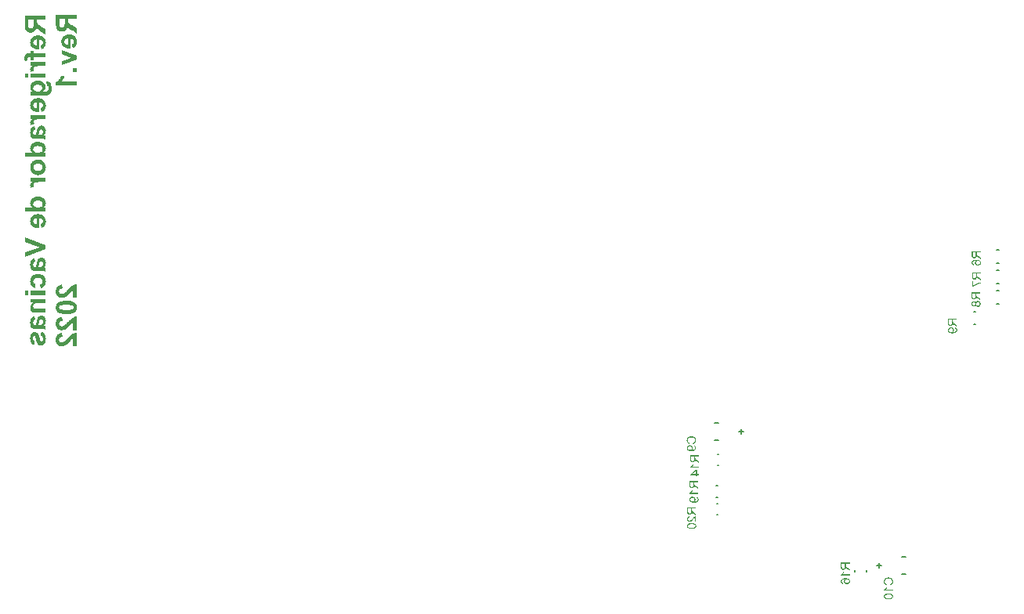
<source format=gbo>
G04*
G04 #@! TF.GenerationSoftware,Altium Limited,Altium Designer,22.7.1 (60)*
G04*
G04 Layer_Color=32896*
%FSLAX44Y44*%
%MOMM*%
G71*
G04*
G04 #@! TF.SameCoordinates,0E519C92-87A3-47E9-A83B-F09A3FC6FE1E*
G04*
G04*
G04 #@! TF.FilePolarity,Positive*
G04*
G01*
G75*
%ADD13C,0.2000*%
G36*
X153503Y702259D02*
X144144D01*
Y700801D01*
X144176Y700348D01*
X144208Y699959D01*
X144273Y699636D01*
X144306Y699377D01*
X144370Y699215D01*
X144403Y699118D01*
Y699085D01*
X144532Y698826D01*
X144662Y698567D01*
X144824Y698340D01*
X144953Y698114D01*
X145115Y697952D01*
X145245Y697822D01*
X145310Y697757D01*
X145342Y697725D01*
X145504Y697595D01*
X145666Y697433D01*
X146152Y697077D01*
X146670Y696689D01*
X147253Y696268D01*
X147771Y695911D01*
X148030Y695750D01*
X148224Y695620D01*
X148386Y695490D01*
X148516Y695393D01*
X148613Y695361D01*
X148645Y695329D01*
X153503Y692090D01*
Y686649D01*
X149131Y689402D01*
X148678Y689694D01*
X148224Y689985D01*
X147836Y690244D01*
X147479Y690503D01*
X147156Y690730D01*
X146832Y690924D01*
X146346Y691313D01*
X145957Y691604D01*
X145698Y691798D01*
X145536Y691960D01*
X145504Y691993D01*
X145115Y692349D01*
X144759Y692770D01*
X144468Y693159D01*
X144176Y693547D01*
X143949Y693871D01*
X143787Y694130D01*
X143658Y694324D01*
X143626Y694357D01*
Y694389D01*
X143528Y693839D01*
X143399Y693353D01*
X143269Y692900D01*
X143107Y692446D01*
X142945Y692058D01*
X142784Y691701D01*
X142622Y691345D01*
X142427Y691054D01*
X142265Y690795D01*
X142104Y690568D01*
X141941Y690374D01*
X141812Y690244D01*
X141715Y690115D01*
X141618Y690017D01*
X141585Y689985D01*
X141553Y689953D01*
X141229Y689694D01*
X140905Y689467D01*
X140193Y689078D01*
X139513Y688819D01*
X138833Y688657D01*
X138250Y688528D01*
X138023Y688495D01*
X137796D01*
X137634Y688463D01*
X137472D01*
X137408D01*
X137375D01*
X136663Y688495D01*
X135983Y688625D01*
X135400Y688787D01*
X134882Y688949D01*
X134461Y689143D01*
X134137Y689305D01*
X134040Y689370D01*
X133942Y689434D01*
X133910Y689467D01*
X133878D01*
X133327Y689855D01*
X132874Y690276D01*
X132517Y690697D01*
X132194Y691118D01*
X131999Y691507D01*
X131837Y691798D01*
X131740Y691993D01*
X131708Y692025D01*
Y692058D01*
X131611Y692381D01*
X131514Y692738D01*
X131352Y693547D01*
X131255Y694422D01*
X131157Y695264D01*
Y695685D01*
X131125Y696041D01*
Y696397D01*
X131093Y696689D01*
Y706793D01*
X153503D01*
Y702259D01*
D02*
G37*
G36*
X119874Y701303D02*
X110515D01*
Y699846D01*
X110548Y699393D01*
X110580Y699004D01*
X110645Y698680D01*
X110677Y698421D01*
X110742Y698259D01*
X110774Y698162D01*
Y698130D01*
X110904Y697871D01*
X111033Y697612D01*
X111195Y697385D01*
X111325Y697158D01*
X111487Y696996D01*
X111616Y696867D01*
X111681Y696802D01*
X111713Y696770D01*
X111875Y696640D01*
X112037Y696478D01*
X112523Y696122D01*
X113041Y695733D01*
X113624Y695312D01*
X114142Y694956D01*
X114401Y694794D01*
X114596Y694665D01*
X114758Y694535D01*
X114887Y694438D01*
X114984Y694406D01*
X115017Y694373D01*
X119874Y691135D01*
Y685694D01*
X115502Y688447D01*
X115049Y688738D01*
X114596Y689030D01*
X114207Y689289D01*
X113851Y689548D01*
X113527Y689774D01*
X113203Y689969D01*
X112717Y690357D01*
X112329Y690649D01*
X112070Y690843D01*
X111908Y691005D01*
X111875Y691038D01*
X111487Y691394D01*
X111131Y691815D01*
X110839Y692203D01*
X110548Y692592D01*
X110321Y692916D01*
X110159Y693175D01*
X110029Y693369D01*
X109997Y693402D01*
Y693434D01*
X109900Y692883D01*
X109770Y692398D01*
X109641Y691944D01*
X109479Y691491D01*
X109317Y691102D01*
X109155Y690746D01*
X108993Y690390D01*
X108799Y690098D01*
X108637Y689839D01*
X108475Y689613D01*
X108313Y689418D01*
X108183Y689289D01*
X108086Y689159D01*
X107989Y689062D01*
X107957Y689030D01*
X107924Y688997D01*
X107600Y688738D01*
X107277Y688511D01*
X106564Y688123D01*
X105884Y687864D01*
X105204Y687702D01*
X104621Y687572D01*
X104394Y687540D01*
X104168D01*
X104006Y687507D01*
X103844D01*
X103779D01*
X103747D01*
X103034Y687540D01*
X102354Y687669D01*
X101771Y687831D01*
X101253Y687993D01*
X100832Y688188D01*
X100508Y688350D01*
X100411Y688414D01*
X100314Y688479D01*
X100281Y688511D01*
X100249D01*
X99699Y688900D01*
X99245Y689321D01*
X98889Y689742D01*
X98565Y690163D01*
X98371Y690552D01*
X98209Y690843D01*
X98112Y691038D01*
X98079Y691070D01*
Y691102D01*
X97982Y691426D01*
X97885Y691782D01*
X97723Y692592D01*
X97626Y693466D01*
X97529Y694308D01*
Y694729D01*
X97496Y695086D01*
Y695442D01*
X97464Y695733D01*
Y705837D01*
X119874D01*
Y701303D01*
D02*
G37*
G36*
X146119Y685451D02*
X146735Y685419D01*
X147285Y685322D01*
X147803Y685224D01*
X148321Y685127D01*
X148775Y684965D01*
X149196Y684836D01*
X149584Y684674D01*
X149941Y684544D01*
X150232Y684382D01*
X150491Y684253D01*
X150718Y684156D01*
X150880Y684026D01*
X151009Y683961D01*
X151074Y683929D01*
X151107Y683897D01*
X151592Y683476D01*
X152013Y683055D01*
X152369Y682569D01*
X152693Y682051D01*
X152952Y681533D01*
X153179Y681014D01*
X153373Y680496D01*
X153503Y679978D01*
X153632Y679525D01*
X153697Y679071D01*
X153762Y678650D01*
X153827Y678294D01*
Y678002D01*
X153859Y677808D01*
Y677614D01*
X153794Y676675D01*
X153665Y675800D01*
X153471Y675055D01*
X153244Y674408D01*
X153114Y674116D01*
X153017Y673890D01*
X152920Y673663D01*
X152823Y673501D01*
X152726Y673371D01*
X152693Y673242D01*
X152629Y673210D01*
Y673177D01*
X152110Y672562D01*
X151560Y672011D01*
X150945Y671558D01*
X150362Y671202D01*
X149844Y670910D01*
X149617Y670813D01*
X149423Y670716D01*
X149261Y670651D01*
X149131Y670586D01*
X149066Y670554D01*
X149034D01*
X148321Y674829D01*
X148742Y674991D01*
X149131Y675153D01*
X149423Y675314D01*
X149682Y675509D01*
X149876Y675638D01*
X150005Y675768D01*
X150070Y675865D01*
X150103Y675898D01*
X150297Y676157D01*
X150426Y676448D01*
X150524Y676740D01*
X150588Y676999D01*
X150621Y677225D01*
X150653Y677420D01*
Y677581D01*
X150621Y678100D01*
X150491Y678585D01*
X150329Y679039D01*
X150135Y679395D01*
X149941Y679687D01*
X149779Y679881D01*
X149649Y680043D01*
X149617Y680075D01*
X149196Y680399D01*
X148710Y680626D01*
X148192Y680820D01*
X147739Y680949D01*
X147285Y681014D01*
X146961Y681047D01*
X146832Y681079D01*
X146735D01*
X146670D01*
X146637D01*
Y670327D01*
X145731D01*
X144921Y670392D01*
X144144Y670489D01*
X143431Y670619D01*
X142751Y670781D01*
X142168Y670943D01*
X141618Y671137D01*
X141132Y671331D01*
X140711Y671525D01*
X140322Y671720D01*
X140031Y671882D01*
X139772Y672044D01*
X139577Y672173D01*
X139416Y672270D01*
X139351Y672335D01*
X139318Y672367D01*
X138897Y672756D01*
X138509Y673210D01*
X138185Y673663D01*
X137926Y674116D01*
X137667Y674602D01*
X137472Y675088D01*
X137310Y675541D01*
X137181Y675995D01*
X137084Y676416D01*
X137019Y676804D01*
X136954Y677160D01*
X136922Y677452D01*
X136889Y677711D01*
Y678067D01*
X136922Y678650D01*
X136987Y679201D01*
X137116Y679751D01*
X137246Y680237D01*
X137408Y680723D01*
X137602Y681144D01*
X137829Y681565D01*
X138023Y681921D01*
X138250Y682245D01*
X138476Y682536D01*
X138671Y682795D01*
X138833Y682990D01*
X138962Y683152D01*
X139092Y683281D01*
X139156Y683346D01*
X139189Y683378D01*
X139642Y683735D01*
X140128Y684059D01*
X140614Y684350D01*
X141132Y684609D01*
X141683Y684803D01*
X142201Y684965D01*
X143205Y685224D01*
X143690Y685322D01*
X144111Y685386D01*
X144500Y685419D01*
X144824Y685451D01*
X145115Y685483D01*
X145342D01*
X145471D01*
X145504D01*
X146119Y685451D01*
D02*
G37*
G36*
X112491Y684496D02*
X113106Y684463D01*
X113657Y684366D01*
X114175Y684269D01*
X114693Y684172D01*
X115146Y684010D01*
X115567Y683880D01*
X115956Y683718D01*
X116312Y683589D01*
X116603Y683427D01*
X116863Y683298D01*
X117089Y683200D01*
X117251Y683071D01*
X117381Y683006D01*
X117445Y682974D01*
X117478Y682941D01*
X117964Y682520D01*
X118385Y682099D01*
X118741Y681613D01*
X119065Y681095D01*
X119324Y680577D01*
X119551Y680059D01*
X119745Y679541D01*
X119874Y679023D01*
X120004Y678569D01*
X120069Y678116D01*
X120133Y677695D01*
X120198Y677339D01*
Y677047D01*
X120231Y676853D01*
Y676658D01*
X120166Y675719D01*
X120036Y674845D01*
X119842Y674100D01*
X119615Y673452D01*
X119486Y673161D01*
X119389Y672934D01*
X119291Y672708D01*
X119194Y672546D01*
X119097Y672416D01*
X119065Y672287D01*
X119000Y672254D01*
Y672222D01*
X118482Y671607D01*
X117931Y671056D01*
X117316Y670602D01*
X116733Y670246D01*
X116215Y669955D01*
X115988Y669858D01*
X115794Y669761D01*
X115632Y669696D01*
X115502Y669631D01*
X115438Y669599D01*
X115405D01*
X114693Y673873D01*
X115114Y674035D01*
X115502Y674197D01*
X115794Y674359D01*
X116053Y674554D01*
X116247Y674683D01*
X116377Y674813D01*
X116442Y674910D01*
X116474Y674942D01*
X116668Y675201D01*
X116798Y675493D01*
X116895Y675784D01*
X116960Y676043D01*
X116992Y676270D01*
X117024Y676464D01*
Y676626D01*
X116992Y677144D01*
X116863Y677630D01*
X116701Y678083D01*
X116506Y678440D01*
X116312Y678731D01*
X116150Y678925D01*
X116021Y679087D01*
X115988Y679120D01*
X115567Y679444D01*
X115081Y679670D01*
X114563Y679865D01*
X114110Y679994D01*
X113657Y680059D01*
X113333Y680091D01*
X113203Y680124D01*
X113106D01*
X113041D01*
X113009D01*
Y669372D01*
X112102D01*
X111292Y669437D01*
X110515Y669534D01*
X109803Y669663D01*
X109123Y669825D01*
X108540Y669987D01*
X107989Y670182D01*
X107503Y670376D01*
X107082Y670570D01*
X106694Y670764D01*
X106402Y670926D01*
X106143Y671088D01*
X105949Y671218D01*
X105787Y671315D01*
X105722Y671380D01*
X105690Y671412D01*
X105269Y671801D01*
X104880Y672254D01*
X104556Y672708D01*
X104297Y673161D01*
X104038Y673647D01*
X103844Y674133D01*
X103682Y674586D01*
X103552Y675039D01*
X103455Y675460D01*
X103390Y675849D01*
X103326Y676205D01*
X103293Y676497D01*
X103261Y676756D01*
Y677112D01*
X103293Y677695D01*
X103358Y678245D01*
X103488Y678796D01*
X103617Y679282D01*
X103779Y679768D01*
X103973Y680189D01*
X104200Y680610D01*
X104394Y680966D01*
X104621Y681290D01*
X104848Y681581D01*
X105042Y681840D01*
X105204Y682035D01*
X105333Y682196D01*
X105463Y682326D01*
X105528Y682391D01*
X105560Y682423D01*
X106014Y682779D01*
X106499Y683103D01*
X106985Y683395D01*
X107503Y683654D01*
X108054Y683848D01*
X108572Y684010D01*
X109576Y684269D01*
X110062Y684366D01*
X110483Y684431D01*
X110871Y684463D01*
X111195Y684496D01*
X111487Y684528D01*
X111713D01*
X111843D01*
X111875D01*
X112491Y684496D01*
D02*
G37*
G36*
X106985Y665356D02*
X119874D01*
Y661049D01*
X106985D01*
Y657843D01*
X103617D01*
Y661049D01*
X102484D01*
X102063Y661017D01*
X101706Y660984D01*
X101415Y660919D01*
X101188Y660855D01*
X100994Y660790D01*
X100897Y660725D01*
X100832Y660660D01*
X100800D01*
X100638Y660466D01*
X100541Y660272D01*
X100411Y659818D01*
X100379Y659624D01*
X100346Y659462D01*
Y659300D01*
X100379Y658588D01*
X100411Y658264D01*
X100476Y657972D01*
X100508Y657713D01*
X100573Y657487D01*
X100605Y657357D01*
Y657325D01*
X97593Y656742D01*
X97399Y657422D01*
X97270Y658070D01*
X97172Y658685D01*
X97108Y659235D01*
X97075Y659689D01*
X97043Y660045D01*
Y660369D01*
X97075Y661017D01*
X97140Y661600D01*
X97237Y662085D01*
X97367Y662539D01*
X97496Y662862D01*
X97593Y663122D01*
X97658Y663283D01*
X97691Y663348D01*
X97950Y663737D01*
X98209Y664093D01*
X98500Y664352D01*
X98759Y664579D01*
X98986Y664741D01*
X99180Y664838D01*
X99310Y664903D01*
X99342Y664935D01*
X99763Y665065D01*
X100249Y665162D01*
X100767Y665259D01*
X101253Y665291D01*
X101706Y665324D01*
X102063Y665356D01*
X102225D01*
X102322D01*
X102387D01*
X102419D01*
X103617D01*
Y667753D01*
X106985D01*
Y665356D01*
D02*
G37*
G36*
X153503Y662393D02*
Y658507D01*
X137246Y652062D01*
Y656467D01*
X145569Y659575D01*
X146054Y659770D01*
X146508Y659899D01*
X146670Y659964D01*
X146799Y659996D01*
X146896Y660029D01*
X146929D01*
X147091Y660061D01*
X147285Y660126D01*
X147771Y660288D01*
X147965Y660353D01*
X148160Y660417D01*
X148289Y660450D01*
X148321Y660482D01*
X145569Y661357D01*
X137246Y664433D01*
Y668935D01*
X153503Y662393D01*
D02*
G37*
G36*
X119874Y651301D02*
X114887D01*
X114142D01*
X113462D01*
X112847Y651269D01*
X112296Y651236D01*
X111778D01*
X111357Y651204D01*
X110936Y651171D01*
X110612Y651139D01*
X110321Y651107D01*
X110062Y651074D01*
X109867Y651042D01*
X109705D01*
X109608Y651010D01*
X109511Y650977D01*
X109446D01*
X108993Y650848D01*
X108604Y650686D01*
X108281Y650524D01*
X108054Y650362D01*
X107860Y650232D01*
X107730Y650103D01*
X107665Y650038D01*
X107633Y650006D01*
X107471Y649747D01*
X107341Y649488D01*
X107244Y649228D01*
X107179Y649002D01*
X107147Y648807D01*
X107115Y648613D01*
Y648484D01*
X107147Y648127D01*
X107212Y647771D01*
X107341Y647447D01*
X107471Y647123D01*
X107600Y646864D01*
X107730Y646670D01*
X107795Y646508D01*
X107827Y646476D01*
X104103Y645116D01*
X103812Y645634D01*
X103617Y646120D01*
X103455Y646605D01*
X103358Y647059D01*
X103293Y647415D01*
X103261Y647706D01*
Y647965D01*
X103293Y648354D01*
X103326Y648678D01*
X103423Y649002D01*
X103520Y649261D01*
X103617Y649488D01*
X103682Y649682D01*
X103747Y649779D01*
X103779Y649811D01*
X104006Y650135D01*
X104330Y650427D01*
X104686Y650751D01*
X105042Y651010D01*
X105398Y651269D01*
X105690Y651463D01*
X105884Y651592D01*
X105917Y651625D01*
X103617D01*
Y655608D01*
X119874D01*
Y651301D01*
D02*
G37*
G36*
X153503Y645099D02*
X149196D01*
Y649407D01*
X153503D01*
Y645099D01*
D02*
G37*
G36*
X119874Y638962D02*
X103617D01*
Y643270D01*
X119874D01*
Y638962D01*
D02*
G37*
G36*
X101447D02*
X97464D01*
Y643270D01*
X101447D01*
Y638962D01*
D02*
G37*
G36*
X140063Y639302D02*
X139577Y638266D01*
X139318Y637780D01*
X139027Y637327D01*
X138768Y636906D01*
X138509Y636517D01*
X138250Y636161D01*
X138023Y635837D01*
X137829Y635578D01*
X137634Y635351D01*
X137472Y635157D01*
X137375Y635028D01*
X137310Y634963D01*
X137278Y634930D01*
X153503D01*
Y630623D01*
X130963D01*
Y634121D01*
X131708Y634445D01*
X132388Y634866D01*
X133036Y635319D01*
X133554Y635773D01*
X133975Y636161D01*
X134299Y636517D01*
X134428Y636647D01*
X134525Y636744D01*
X134558Y636809D01*
X134590Y636841D01*
X135108Y637554D01*
X135562Y638234D01*
X135918Y638849D01*
X136177Y639400D01*
X136371Y639853D01*
X136533Y640177D01*
X136566Y640306D01*
X136598Y640404D01*
X136630Y640436D01*
Y640468D01*
X140517D01*
X140063Y639302D01*
D02*
G37*
G36*
X112264Y635465D02*
X112847Y635432D01*
X113883Y635271D01*
X114369Y635141D01*
X114822Y635011D01*
X115243Y634882D01*
X115600Y634752D01*
X115956Y634623D01*
X116247Y634493D01*
X116506Y634364D01*
X116733Y634234D01*
X116895Y634137D01*
X117024Y634072D01*
X117089Y634007D01*
X117122D01*
X117607Y633619D01*
X118028Y633230D01*
X118385Y632809D01*
X118709Y632388D01*
X118968Y631967D01*
X119194Y631514D01*
X119389Y631093D01*
X119518Y630704D01*
X119648Y630316D01*
X119712Y629959D01*
X119777Y629636D01*
X119842Y629376D01*
Y629150D01*
X119874Y628955D01*
Y628826D01*
X119842Y628275D01*
X119745Y627757D01*
X119615Y627271D01*
X119453Y626818D01*
X119032Y626008D01*
X118806Y625620D01*
X118547Y625296D01*
X118320Y625005D01*
X118093Y624713D01*
X117866Y624486D01*
X117672Y624324D01*
X117478Y624162D01*
X117348Y624065D01*
X117284Y624001D01*
X117251Y623968D01*
X119615D01*
X120101D01*
X120522Y624001D01*
X120846Y624033D01*
X121105Y624065D01*
X121332Y624130D01*
X121461Y624162D01*
X121526Y624195D01*
X121558D01*
X121818Y624324D01*
X122044Y624454D01*
X122239Y624584D01*
X122400Y624713D01*
X122530Y624842D01*
X122595Y624940D01*
X122627Y625005D01*
X122660Y625037D01*
X122821Y625393D01*
X122951Y625782D01*
X123048Y626203D01*
X123113Y626624D01*
X123145Y626980D01*
X123178Y627271D01*
Y627563D01*
X123145Y628016D01*
X123113Y628405D01*
X123016Y628729D01*
X122919Y628988D01*
X122854Y629215D01*
X122757Y629344D01*
X122724Y629441D01*
X122692Y629474D01*
X122562Y629636D01*
X122368Y629765D01*
X121979Y629927D01*
X121818Y629959D01*
X121656Y629992D01*
X121558Y630024D01*
X121526D01*
X120943Y634947D01*
X121137Y634979D01*
X121299D01*
X121429D01*
X121461D01*
X121850Y634947D01*
X122239Y634914D01*
X122951Y634720D01*
X123566Y634428D01*
X124085Y634105D01*
X124506Y633813D01*
X124797Y633522D01*
X124991Y633327D01*
X125024Y633295D01*
X125056Y633263D01*
X125315Y632906D01*
X125509Y632518D01*
X125704Y632064D01*
X125866Y631611D01*
X126125Y630639D01*
X126287Y629668D01*
X126351Y629215D01*
X126416Y628793D01*
X126449Y628405D01*
Y628081D01*
X126481Y627790D01*
Y627401D01*
X126449Y626624D01*
X126416Y625911D01*
X126319Y625296D01*
X126222Y624745D01*
X126157Y624324D01*
X126060Y624033D01*
X126028Y623839D01*
X125995Y623774D01*
X125801Y623256D01*
X125607Y622802D01*
X125380Y622414D01*
X125186Y622090D01*
X125024Y621863D01*
X124862Y621669D01*
X124764Y621539D01*
X124732Y621507D01*
X124408Y621183D01*
X124052Y620924D01*
X123664Y620697D01*
X123307Y620503D01*
X122983Y620341D01*
X122724Y620244D01*
X122562Y620179D01*
X122498Y620147D01*
X122206Y620050D01*
X121915Y619985D01*
X121235Y619855D01*
X120522Y619790D01*
X119810Y619726D01*
X119194Y619693D01*
X118935Y619661D01*
X118676D01*
X118482D01*
X118352D01*
X118255D01*
X118223D01*
X103617D01*
Y623677D01*
X105949D01*
X105463Y624065D01*
X105075Y624454D01*
X104686Y624875D01*
X104394Y625296D01*
X104135Y625717D01*
X103909Y626138D01*
X103747Y626527D01*
X103585Y626915D01*
X103488Y627271D01*
X103390Y627595D01*
X103358Y627919D01*
X103293Y628146D01*
Y628372D01*
X103261Y628534D01*
Y628664D01*
X103293Y629182D01*
X103358Y629700D01*
X103455Y630186D01*
X103585Y630672D01*
X103941Y631482D01*
X104135Y631870D01*
X104330Y632194D01*
X104556Y632518D01*
X104751Y632777D01*
X104913Y633004D01*
X105075Y633198D01*
X105236Y633360D01*
X105333Y633457D01*
X105398Y633522D01*
X105431Y633554D01*
X105852Y633910D01*
X106305Y634202D01*
X106823Y634461D01*
X107309Y634688D01*
X107827Y634850D01*
X108345Y635011D01*
X109382Y635238D01*
X109835Y635335D01*
X110288Y635400D01*
X110677Y635432D01*
X111001Y635465D01*
X111292Y635497D01*
X111487D01*
X111649D01*
X111681D01*
X112264Y635465D01*
D02*
G37*
G36*
X112491Y616617D02*
X113106Y616584D01*
X113657Y616487D01*
X114175Y616390D01*
X114693Y616293D01*
X115146Y616131D01*
X115567Y616001D01*
X115956Y615840D01*
X116312Y615710D01*
X116603Y615548D01*
X116863Y615419D01*
X117089Y615321D01*
X117251Y615192D01*
X117381Y615127D01*
X117445Y615095D01*
X117478Y615062D01*
X117964Y614641D01*
X118385Y614220D01*
X118741Y613735D01*
X119065Y613216D01*
X119324Y612698D01*
X119551Y612180D01*
X119745Y611662D01*
X119874Y611144D01*
X120004Y610690D01*
X120069Y610237D01*
X120133Y609816D01*
X120198Y609460D01*
Y609168D01*
X120231Y608974D01*
Y608780D01*
X120166Y607840D01*
X120036Y606966D01*
X119842Y606221D01*
X119615Y605574D01*
X119486Y605282D01*
X119389Y605055D01*
X119291Y604829D01*
X119194Y604667D01*
X119097Y604537D01*
X119065Y604408D01*
X119000Y604375D01*
Y604343D01*
X118482Y603727D01*
X117931Y603177D01*
X117316Y602724D01*
X116733Y602367D01*
X116215Y602076D01*
X115988Y601979D01*
X115794Y601882D01*
X115632Y601817D01*
X115502Y601752D01*
X115438Y601720D01*
X115405D01*
X114693Y605994D01*
X115114Y606156D01*
X115502Y606318D01*
X115794Y606480D01*
X116053Y606675D01*
X116247Y606804D01*
X116377Y606934D01*
X116442Y607031D01*
X116474Y607063D01*
X116668Y607322D01*
X116798Y607614D01*
X116895Y607905D01*
X116960Y608164D01*
X116992Y608391D01*
X117024Y608585D01*
Y608747D01*
X116992Y609265D01*
X116863Y609751D01*
X116701Y610205D01*
X116506Y610561D01*
X116312Y610852D01*
X116150Y611046D01*
X116021Y611208D01*
X115988Y611241D01*
X115567Y611565D01*
X115081Y611791D01*
X114563Y611986D01*
X114110Y612115D01*
X113657Y612180D01*
X113333Y612212D01*
X113203Y612245D01*
X113106D01*
X113041D01*
X113009D01*
Y601493D01*
X112102D01*
X111292Y601558D01*
X110515Y601655D01*
X109803Y601784D01*
X109123Y601946D01*
X108540Y602108D01*
X107989Y602303D01*
X107503Y602497D01*
X107082Y602691D01*
X106694Y602886D01*
X106402Y603047D01*
X106143Y603209D01*
X105949Y603339D01*
X105787Y603436D01*
X105722Y603501D01*
X105690Y603533D01*
X105269Y603922D01*
X104880Y604375D01*
X104556Y604829D01*
X104297Y605282D01*
X104038Y605768D01*
X103844Y606254D01*
X103682Y606707D01*
X103552Y607160D01*
X103455Y607581D01*
X103390Y607970D01*
X103326Y608326D01*
X103293Y608618D01*
X103261Y608877D01*
Y609233D01*
X103293Y609816D01*
X103358Y610366D01*
X103488Y610917D01*
X103617Y611403D01*
X103779Y611889D01*
X103973Y612309D01*
X104200Y612730D01*
X104394Y613087D01*
X104621Y613411D01*
X104848Y613702D01*
X105042Y613961D01*
X105204Y614156D01*
X105333Y614317D01*
X105463Y614447D01*
X105528Y614512D01*
X105560Y614544D01*
X106014Y614900D01*
X106499Y615224D01*
X106985Y615516D01*
X107503Y615775D01*
X108054Y615969D01*
X108572Y616131D01*
X109576Y616390D01*
X110062Y616487D01*
X110483Y616552D01*
X110871Y616584D01*
X111195Y616617D01*
X111487Y616649D01*
X111713D01*
X111843D01*
X111875D01*
X112491Y616617D01*
D02*
G37*
G36*
X119874Y593850D02*
X114887D01*
X114142D01*
X113462D01*
X112847Y593818D01*
X112296Y593785D01*
X111778D01*
X111357Y593753D01*
X110936Y593721D01*
X110612Y593688D01*
X110321Y593656D01*
X110062Y593623D01*
X109867Y593591D01*
X109705D01*
X109608Y593559D01*
X109511Y593526D01*
X109446D01*
X108993Y593397D01*
X108604Y593235D01*
X108281Y593073D01*
X108054Y592911D01*
X107860Y592781D01*
X107730Y592652D01*
X107665Y592587D01*
X107633Y592555D01*
X107471Y592296D01*
X107341Y592037D01*
X107244Y591777D01*
X107179Y591551D01*
X107147Y591356D01*
X107115Y591162D01*
Y591033D01*
X107147Y590676D01*
X107212Y590320D01*
X107341Y589996D01*
X107471Y589672D01*
X107600Y589413D01*
X107730Y589219D01*
X107795Y589057D01*
X107827Y589025D01*
X104103Y587665D01*
X103812Y588183D01*
X103617Y588669D01*
X103455Y589154D01*
X103358Y589608D01*
X103293Y589964D01*
X103261Y590255D01*
Y590514D01*
X103293Y590903D01*
X103326Y591227D01*
X103423Y591551D01*
X103520Y591810D01*
X103617Y592037D01*
X103682Y592231D01*
X103747Y592328D01*
X103779Y592360D01*
X104006Y592684D01*
X104330Y592976D01*
X104686Y593299D01*
X105042Y593559D01*
X105398Y593818D01*
X105690Y594012D01*
X105884Y594142D01*
X105917Y594174D01*
X103617D01*
Y598157D01*
X119874D01*
Y593850D01*
D02*
G37*
G36*
X115859Y586920D02*
X116215Y586887D01*
X116895Y586725D01*
X117478Y586499D01*
X117964Y586240D01*
X118352Y585980D01*
X118644Y585754D01*
X118838Y585592D01*
X118870Y585527D01*
X118903D01*
X119356Y584944D01*
X119680Y584296D01*
X119907Y583649D01*
X120069Y583001D01*
X120166Y582451D01*
X120198Y582192D01*
Y581997D01*
X120231Y581803D01*
Y581576D01*
X120198Y581058D01*
X120133Y580540D01*
X120069Y580087D01*
X119972Y579698D01*
X119874Y579374D01*
X119777Y579115D01*
X119745Y578953D01*
X119712Y578888D01*
X119486Y578435D01*
X119259Y577981D01*
X118968Y577593D01*
X118709Y577237D01*
X118482Y576945D01*
X118287Y576718D01*
X118158Y576589D01*
X118126Y576524D01*
X118255Y576492D01*
X118417Y576427D01*
X118547Y576395D01*
X118579Y576362D01*
X118611D01*
X118903Y576265D01*
X119162Y576200D01*
X119389Y576135D01*
X119551Y576071D01*
X119680Y576006D01*
X119810Y575974D01*
X119842Y575941D01*
X119874D01*
Y571699D01*
X119453Y571893D01*
X119065Y572055D01*
X118709Y572184D01*
X118385Y572314D01*
X118126Y572379D01*
X117899Y572444D01*
X117769Y572476D01*
X117737D01*
X117316Y572541D01*
X116798Y572573D01*
X116280Y572638D01*
X115761D01*
X115308Y572670D01*
X114920D01*
X114758D01*
X114660D01*
X114596D01*
X114563D01*
X109544Y572606D01*
X109025D01*
X108572Y572638D01*
X108151Y572670D01*
X107762Y572703D01*
X107406Y572735D01*
X107082Y572800D01*
X106791Y572832D01*
X106564Y572897D01*
X106337Y572962D01*
X106176Y572994D01*
X105884Y573091D01*
X105755Y573156D01*
X105690Y573189D01*
X105333Y573447D01*
X104977Y573739D01*
X104686Y574063D01*
X104427Y574419D01*
X104233Y574711D01*
X104103Y574970D01*
X104006Y575132D01*
X103973Y575164D01*
Y575196D01*
X103844Y575488D01*
X103747Y575779D01*
X103552Y576459D01*
X103423Y577172D01*
X103358Y577852D01*
X103293Y578500D01*
Y578759D01*
X103261Y578985D01*
Y580054D01*
X103326Y580572D01*
X103358Y581090D01*
X103455Y581544D01*
X103520Y581997D01*
X103617Y582386D01*
X103747Y582742D01*
X103844Y583066D01*
X103941Y583325D01*
X104071Y583584D01*
X104168Y583778D01*
X104233Y583973D01*
X104330Y584102D01*
X104362Y584199D01*
X104427Y584232D01*
Y584264D01*
X104913Y584815D01*
X105463Y585268D01*
X106046Y585657D01*
X106597Y585980D01*
X107115Y586207D01*
X107341Y586304D01*
X107536Y586369D01*
X107698Y586434D01*
X107827Y586466D01*
X107892Y586499D01*
X107924D01*
X108637Y582645D01*
X108248Y582483D01*
X107924Y582321D01*
X107633Y582159D01*
X107406Y581965D01*
X107244Y581835D01*
X107147Y581706D01*
X107082Y581641D01*
X107050Y581609D01*
X106888Y581349D01*
X106758Y581058D01*
X106694Y580734D01*
X106629Y580443D01*
X106597Y580184D01*
X106564Y579989D01*
Y579795D01*
X106597Y579212D01*
X106661Y578726D01*
X106726Y578338D01*
X106823Y578014D01*
X106953Y577787D01*
X107018Y577625D01*
X107082Y577528D01*
X107115Y577496D01*
X107341Y577269D01*
X107600Y577107D01*
X107892Y577010D01*
X108183Y576913D01*
X108475Y576880D01*
X108702Y576848D01*
X108831D01*
X108896D01*
X109317D01*
X109414Y577075D01*
X109511Y577366D01*
X109705Y577981D01*
X109867Y578694D01*
X110029Y579374D01*
X110191Y580022D01*
X110256Y580313D01*
X110288Y580572D01*
X110321Y580767D01*
X110353Y580928D01*
X110386Y581026D01*
Y581058D01*
X110548Y581835D01*
X110709Y582548D01*
X110871Y583131D01*
X111033Y583616D01*
X111195Y584005D01*
X111292Y584264D01*
X111357Y584426D01*
X111390Y584491D01*
X111616Y584912D01*
X111875Y585268D01*
X112167Y585592D01*
X112426Y585819D01*
X112653Y586045D01*
X112847Y586175D01*
X112976Y586272D01*
X113041Y586304D01*
X113462Y586531D01*
X113883Y586693D01*
X114272Y586790D01*
X114660Y586855D01*
X114984Y586920D01*
X115243Y586952D01*
X115405D01*
X115470D01*
X115859Y586920D01*
D02*
G37*
G36*
X112458Y569302D02*
X113138Y569238D01*
X113786Y569140D01*
X114401Y569011D01*
X114952Y568881D01*
X115470Y568719D01*
X115923Y568525D01*
X116344Y568331D01*
X116733Y568169D01*
X117057Y567975D01*
X117348Y567813D01*
X117575Y567651D01*
X117769Y567553D01*
X117899Y567456D01*
X117964Y567392D01*
X117996Y567359D01*
X118385Y566970D01*
X118741Y566582D01*
X119032Y566161D01*
X119291Y565772D01*
X119518Y565351D01*
X119680Y564963D01*
X119842Y564574D01*
X119939Y564218D01*
X120036Y563862D01*
X120101Y563538D01*
X120166Y563279D01*
X120198Y563020D01*
X120231Y562825D01*
Y562566D01*
X120198Y562048D01*
X120133Y561562D01*
X120036Y561077D01*
X119907Y560656D01*
X119777Y560332D01*
X119680Y560040D01*
X119615Y559878D01*
X119583Y559813D01*
X119291Y559328D01*
X118968Y558874D01*
X118611Y558453D01*
X118287Y558129D01*
X117996Y557838D01*
X117737Y557611D01*
X117575Y557482D01*
X117510Y557449D01*
X119874D01*
Y553466D01*
X97464D01*
Y557773D01*
X105528D01*
X105139Y558162D01*
X104783Y558550D01*
X104492Y558939D01*
X104200Y559360D01*
X104006Y559749D01*
X103812Y560137D01*
X103650Y560526D01*
X103552Y560882D01*
X103455Y561238D01*
X103390Y561530D01*
X103326Y561821D01*
X103293Y562048D01*
X103261Y562242D01*
Y562501D01*
X103293Y563052D01*
X103358Y563570D01*
X103455Y564056D01*
X103585Y564542D01*
X103941Y565351D01*
X104135Y565740D01*
X104330Y566064D01*
X104556Y566388D01*
X104751Y566647D01*
X104913Y566873D01*
X105075Y567068D01*
X105236Y567230D01*
X105333Y567327D01*
X105398Y567392D01*
X105431Y567424D01*
X105852Y567748D01*
X106305Y568039D01*
X106791Y568298D01*
X107309Y568525D01*
X107827Y568719D01*
X108345Y568881D01*
X109382Y569108D01*
X109835Y569173D01*
X110288Y569238D01*
X110677Y569270D01*
X111033Y569302D01*
X111325Y569335D01*
X111519D01*
X111681D01*
X111713D01*
X112458Y569302D01*
D02*
G37*
G36*
X112523Y550195D02*
X113462Y550066D01*
X114272Y549904D01*
X114628Y549807D01*
X114952Y549709D01*
X115243Y549612D01*
X115502Y549515D01*
X115729Y549418D01*
X115923Y549353D01*
X116085Y549288D01*
X116182Y549224D01*
X116247Y549191D01*
X116280D01*
X116960Y548738D01*
X117543Y548252D01*
X118061Y547734D01*
X118482Y547248D01*
X118806Y546795D01*
X119032Y546438D01*
X119130Y546309D01*
X119194Y546212D01*
X119227Y546147D01*
Y546115D01*
X119551Y545337D01*
X119810Y544593D01*
X119972Y543880D01*
X120101Y543200D01*
X120166Y542649D01*
X120198Y542423D01*
Y542228D01*
X120231Y542066D01*
Y541840D01*
X120198Y541160D01*
X120133Y540544D01*
X120004Y539929D01*
X119842Y539379D01*
X119680Y538828D01*
X119486Y538342D01*
X119259Y537889D01*
X119032Y537468D01*
X118806Y537112D01*
X118579Y536788D01*
X118385Y536496D01*
X118223Y536270D01*
X118061Y536075D01*
X117931Y535946D01*
X117866Y535881D01*
X117834Y535849D01*
X117348Y535428D01*
X116863Y535071D01*
X116377Y534748D01*
X115859Y534456D01*
X115340Y534229D01*
X114822Y534035D01*
X114337Y533873D01*
X113851Y533744D01*
X113430Y533646D01*
X113009Y533582D01*
X112653Y533517D01*
X112329Y533484D01*
X112070Y533452D01*
X111875D01*
X111746D01*
X111713D01*
X111033Y533484D01*
X110386Y533549D01*
X109803Y533679D01*
X109220Y533808D01*
X108702Y534003D01*
X108183Y534197D01*
X107730Y534424D01*
X107309Y534618D01*
X106953Y534845D01*
X106597Y535071D01*
X106337Y535266D01*
X106078Y535460D01*
X105917Y535589D01*
X105755Y535719D01*
X105690Y535784D01*
X105657Y535816D01*
X105236Y536270D01*
X104880Y536755D01*
X104556Y537241D01*
X104265Y537759D01*
X104038Y538277D01*
X103844Y538763D01*
X103682Y539249D01*
X103552Y539735D01*
X103455Y540156D01*
X103390Y540577D01*
X103326Y540933D01*
X103293Y541257D01*
X103261Y541516D01*
Y541872D01*
X103293Y542747D01*
X103423Y543556D01*
X103585Y544301D01*
X103779Y544949D01*
X103909Y545208D01*
X104006Y545467D01*
X104071Y545694D01*
X104168Y545855D01*
X104233Y546017D01*
X104297Y546115D01*
X104330Y546179D01*
Y546212D01*
X104783Y546892D01*
X105269Y547475D01*
X105787Y547993D01*
X106273Y548414D01*
X106726Y548738D01*
X107082Y548997D01*
X107212Y549094D01*
X107309Y549126D01*
X107374Y549191D01*
X107406D01*
X108151Y549547D01*
X108896Y549774D01*
X109576Y549968D01*
X110191Y550098D01*
X110742Y550163D01*
X110969Y550195D01*
X111163D01*
X111292Y550228D01*
X111422D01*
X111487D01*
X111519D01*
X112523Y550195D01*
D02*
G37*
G36*
X119874Y525971D02*
X114887D01*
X114142D01*
X113462D01*
X112847Y525939D01*
X112296Y525906D01*
X111778D01*
X111357Y525874D01*
X110936Y525842D01*
X110612Y525809D01*
X110321Y525777D01*
X110062Y525744D01*
X109867Y525712D01*
X109705D01*
X109608Y525680D01*
X109511Y525647D01*
X109446D01*
X108993Y525518D01*
X108604Y525356D01*
X108281Y525194D01*
X108054Y525032D01*
X107860Y524902D01*
X107730Y524773D01*
X107665Y524708D01*
X107633Y524676D01*
X107471Y524417D01*
X107341Y524158D01*
X107244Y523899D01*
X107179Y523672D01*
X107147Y523478D01*
X107115Y523283D01*
Y523154D01*
X107147Y522797D01*
X107212Y522441D01*
X107341Y522117D01*
X107471Y521794D01*
X107600Y521534D01*
X107730Y521340D01*
X107795Y521178D01*
X107827Y521146D01*
X104103Y519786D01*
X103812Y520304D01*
X103617Y520789D01*
X103455Y521275D01*
X103358Y521729D01*
X103293Y522085D01*
X103261Y522376D01*
Y522635D01*
X103293Y523024D01*
X103326Y523348D01*
X103423Y523672D01*
X103520Y523931D01*
X103617Y524158D01*
X103682Y524352D01*
X103747Y524449D01*
X103779Y524481D01*
X104006Y524805D01*
X104330Y525097D01*
X104686Y525421D01*
X105042Y525680D01*
X105398Y525939D01*
X105690Y526133D01*
X105884Y526263D01*
X105917Y526295D01*
X103617D01*
Y530278D01*
X119874D01*
Y525971D01*
D02*
G37*
G36*
X112458Y510135D02*
X113138Y510070D01*
X113786Y509973D01*
X114401Y509843D01*
X114952Y509714D01*
X115470Y509552D01*
X115923Y509358D01*
X116344Y509163D01*
X116733Y509001D01*
X117057Y508807D01*
X117348Y508645D01*
X117575Y508483D01*
X117769Y508386D01*
X117899Y508289D01*
X117964Y508224D01*
X117996Y508192D01*
X118385Y507803D01*
X118741Y507415D01*
X119032Y506993D01*
X119291Y506605D01*
X119518Y506184D01*
X119680Y505795D01*
X119842Y505407D01*
X119939Y505050D01*
X120036Y504694D01*
X120101Y504370D01*
X120166Y504111D01*
X120198Y503852D01*
X120231Y503658D01*
Y503399D01*
X120198Y502881D01*
X120133Y502395D01*
X120036Y501909D01*
X119907Y501488D01*
X119777Y501164D01*
X119680Y500873D01*
X119615Y500711D01*
X119583Y500646D01*
X119291Y500160D01*
X118968Y499707D01*
X118611Y499286D01*
X118287Y498962D01*
X117996Y498671D01*
X117737Y498444D01*
X117575Y498314D01*
X117510Y498282D01*
X119874D01*
Y494299D01*
X97464D01*
Y498606D01*
X105528D01*
X105139Y498994D01*
X104783Y499383D01*
X104492Y499772D01*
X104200Y500193D01*
X104006Y500581D01*
X103812Y500970D01*
X103650Y501358D01*
X103552Y501715D01*
X103455Y502071D01*
X103390Y502363D01*
X103326Y502654D01*
X103293Y502881D01*
X103261Y503075D01*
Y503334D01*
X103293Y503885D01*
X103358Y504403D01*
X103455Y504888D01*
X103585Y505374D01*
X103941Y506184D01*
X104135Y506572D01*
X104330Y506896D01*
X104556Y507220D01*
X104751Y507479D01*
X104913Y507706D01*
X105075Y507900D01*
X105236Y508062D01*
X105333Y508159D01*
X105398Y508224D01*
X105431Y508256D01*
X105852Y508580D01*
X106305Y508872D01*
X106791Y509131D01*
X107309Y509358D01*
X107827Y509552D01*
X108345Y509714D01*
X109382Y509941D01*
X109835Y510005D01*
X110288Y510070D01*
X110677Y510103D01*
X111033Y510135D01*
X111325Y510167D01*
X111519D01*
X111681D01*
X111713D01*
X112458Y510135D01*
D02*
G37*
G36*
X112491Y491287D02*
X113106Y491254D01*
X113657Y491157D01*
X114175Y491060D01*
X114693Y490963D01*
X115146Y490801D01*
X115567Y490672D01*
X115956Y490510D01*
X116312Y490380D01*
X116603Y490218D01*
X116863Y490089D01*
X117089Y489991D01*
X117251Y489862D01*
X117381Y489797D01*
X117445Y489765D01*
X117478Y489732D01*
X117964Y489311D01*
X118385Y488890D01*
X118741Y488405D01*
X119065Y487886D01*
X119324Y487368D01*
X119551Y486850D01*
X119745Y486332D01*
X119874Y485814D01*
X120004Y485360D01*
X120069Y484907D01*
X120133Y484486D01*
X120198Y484130D01*
Y483838D01*
X120231Y483644D01*
Y483450D01*
X120166Y482510D01*
X120036Y481636D01*
X119842Y480891D01*
X119615Y480243D01*
X119486Y479952D01*
X119389Y479725D01*
X119291Y479499D01*
X119194Y479337D01*
X119097Y479207D01*
X119065Y479078D01*
X119000Y479045D01*
Y479013D01*
X118482Y478398D01*
X117931Y477847D01*
X117316Y477394D01*
X116733Y477037D01*
X116215Y476746D01*
X115988Y476649D01*
X115794Y476552D01*
X115632Y476487D01*
X115502Y476422D01*
X115438Y476390D01*
X115405D01*
X114693Y480664D01*
X115114Y480826D01*
X115502Y480988D01*
X115794Y481150D01*
X116053Y481345D01*
X116247Y481474D01*
X116377Y481604D01*
X116442Y481701D01*
X116474Y481733D01*
X116668Y481992D01*
X116798Y482284D01*
X116895Y482575D01*
X116960Y482834D01*
X116992Y483061D01*
X117024Y483255D01*
Y483417D01*
X116992Y483935D01*
X116863Y484421D01*
X116701Y484875D01*
X116506Y485231D01*
X116312Y485522D01*
X116150Y485717D01*
X116021Y485878D01*
X115988Y485911D01*
X115567Y486235D01*
X115081Y486461D01*
X114563Y486656D01*
X114110Y486785D01*
X113657Y486850D01*
X113333Y486882D01*
X113203Y486915D01*
X113106D01*
X113041D01*
X113009D01*
Y476163D01*
X112102D01*
X111292Y476228D01*
X110515Y476325D01*
X109803Y476455D01*
X109123Y476616D01*
X108540Y476778D01*
X107989Y476973D01*
X107503Y477167D01*
X107082Y477361D01*
X106694Y477556D01*
X106402Y477718D01*
X106143Y477879D01*
X105949Y478009D01*
X105787Y478106D01*
X105722Y478171D01*
X105690Y478203D01*
X105269Y478592D01*
X104880Y479045D01*
X104556Y479499D01*
X104297Y479952D01*
X104038Y480438D01*
X103844Y480924D01*
X103682Y481377D01*
X103552Y481830D01*
X103455Y482251D01*
X103390Y482640D01*
X103326Y482996D01*
X103293Y483288D01*
X103261Y483547D01*
Y483903D01*
X103293Y484486D01*
X103358Y485037D01*
X103488Y485587D01*
X103617Y486073D01*
X103779Y486559D01*
X103973Y486980D01*
X104200Y487401D01*
X104394Y487757D01*
X104621Y488081D01*
X104848Y488372D01*
X105042Y488631D01*
X105204Y488825D01*
X105333Y488988D01*
X105463Y489117D01*
X105528Y489182D01*
X105560Y489214D01*
X106014Y489570D01*
X106499Y489894D01*
X106985Y490186D01*
X107503Y490445D01*
X108054Y490639D01*
X108572Y490801D01*
X109576Y491060D01*
X110062Y491157D01*
X110483Y491222D01*
X110871Y491254D01*
X111195Y491287D01*
X111487Y491319D01*
X111713D01*
X111843D01*
X111875D01*
X112491Y491287D01*
D02*
G37*
G36*
X119874Y458157D02*
Y453267D01*
X97464Y445300D01*
Y450126D01*
X114045Y455598D01*
X97464Y461298D01*
Y466188D01*
X119874Y458157D01*
D02*
G37*
G36*
X115859Y444167D02*
X116215Y444134D01*
X116895Y443972D01*
X117478Y443746D01*
X117964Y443487D01*
X118352Y443228D01*
X118644Y443001D01*
X118838Y442839D01*
X118870Y442774D01*
X118903D01*
X119356Y442191D01*
X119680Y441543D01*
X119907Y440896D01*
X120069Y440248D01*
X120166Y439697D01*
X120198Y439438D01*
Y439244D01*
X120231Y439050D01*
Y438823D01*
X120198Y438305D01*
X120133Y437787D01*
X120069Y437333D01*
X119972Y436945D01*
X119874Y436621D01*
X119777Y436362D01*
X119745Y436200D01*
X119712Y436135D01*
X119486Y435682D01*
X119259Y435228D01*
X118968Y434840D01*
X118709Y434483D01*
X118482Y434192D01*
X118288Y433965D01*
X118158Y433836D01*
X118126Y433771D01*
X118255Y433739D01*
X118417Y433674D01*
X118547Y433642D01*
X118579Y433609D01*
X118611D01*
X118903Y433512D01*
X119162Y433447D01*
X119389Y433382D01*
X119551Y433318D01*
X119680Y433253D01*
X119810Y433220D01*
X119842Y433188D01*
X119874D01*
Y428946D01*
X119453Y429140D01*
X119065Y429302D01*
X118709Y429431D01*
X118385Y429561D01*
X118126Y429626D01*
X117899Y429691D01*
X117769Y429723D01*
X117737D01*
X117316Y429788D01*
X116798Y429820D01*
X116280Y429885D01*
X115761D01*
X115308Y429917D01*
X114920D01*
X114758D01*
X114661D01*
X114596D01*
X114563D01*
X109544Y429852D01*
X109025D01*
X108572Y429885D01*
X108151Y429917D01*
X107762Y429950D01*
X107406Y429982D01*
X107082Y430047D01*
X106791Y430079D01*
X106564Y430144D01*
X106337Y430209D01*
X106176Y430241D01*
X105884Y430338D01*
X105755Y430403D01*
X105690Y430435D01*
X105334Y430695D01*
X104977Y430986D01*
X104686Y431310D01*
X104427Y431666D01*
X104233Y431958D01*
X104103Y432217D01*
X104006Y432379D01*
X103973Y432411D01*
Y432443D01*
X103844Y432735D01*
X103747Y433026D01*
X103552Y433706D01*
X103423Y434419D01*
X103358Y435099D01*
X103293Y435746D01*
Y436006D01*
X103261Y436232D01*
Y437301D01*
X103326Y437819D01*
X103358Y438337D01*
X103455Y438791D01*
X103520Y439244D01*
X103617Y439633D01*
X103747Y439989D01*
X103844Y440313D01*
X103941Y440572D01*
X104071Y440831D01*
X104168Y441025D01*
X104233Y441220D01*
X104330Y441349D01*
X104362Y441446D01*
X104427Y441479D01*
Y441511D01*
X104913Y442062D01*
X105463Y442515D01*
X106046Y442904D01*
X106597Y443228D01*
X107115Y443454D01*
X107341Y443551D01*
X107536Y443616D01*
X107698Y443681D01*
X107827Y443713D01*
X107892Y443746D01*
X107924D01*
X108637Y439892D01*
X108248Y439730D01*
X107924Y439568D01*
X107633Y439406D01*
X107406Y439212D01*
X107244Y439082D01*
X107147Y438953D01*
X107082Y438888D01*
X107050Y438856D01*
X106888Y438596D01*
X106758Y438305D01*
X106694Y437981D01*
X106629Y437690D01*
X106597Y437430D01*
X106564Y437236D01*
Y437042D01*
X106597Y436459D01*
X106661Y435973D01*
X106726Y435585D01*
X106823Y435261D01*
X106953Y435034D01*
X107018Y434872D01*
X107082Y434775D01*
X107115Y434743D01*
X107341Y434516D01*
X107600Y434354D01*
X107892Y434257D01*
X108183Y434160D01*
X108475Y434127D01*
X108702Y434095D01*
X108831D01*
X108896D01*
X109317D01*
X109414Y434322D01*
X109511Y434613D01*
X109705Y435228D01*
X109867Y435941D01*
X110029Y436621D01*
X110191Y437269D01*
X110256Y437560D01*
X110288Y437819D01*
X110321Y438013D01*
X110353Y438175D01*
X110386Y438273D01*
Y438305D01*
X110548Y439082D01*
X110709Y439795D01*
X110871Y440378D01*
X111033Y440863D01*
X111195Y441252D01*
X111292Y441511D01*
X111357Y441673D01*
X111390Y441738D01*
X111616Y442159D01*
X111875Y442515D01*
X112167Y442839D01*
X112426Y443065D01*
X112653Y443292D01*
X112847Y443422D01*
X112976Y443519D01*
X113041Y443551D01*
X113462Y443778D01*
X113883Y443940D01*
X114272Y444037D01*
X114660Y444102D01*
X114984Y444167D01*
X115243Y444199D01*
X115405D01*
X115470D01*
X115859Y444167D01*
D02*
G37*
G36*
X112491Y426549D02*
X113203Y426484D01*
X113818Y426387D01*
X114434Y426258D01*
X114984Y426096D01*
X115503Y425901D01*
X115956Y425740D01*
X116377Y425513D01*
X116765Y425319D01*
X117089Y425157D01*
X117348Y424962D01*
X117575Y424800D01*
X117769Y424671D01*
X117899Y424574D01*
X117964Y424509D01*
X117996Y424477D01*
X118385Y424055D01*
X118741Y423634D01*
X119032Y423181D01*
X119291Y422695D01*
X119518Y422242D01*
X119680Y421756D01*
X119842Y421303D01*
X119939Y420849D01*
X120036Y420428D01*
X120101Y420040D01*
X120166Y419684D01*
X120198Y419392D01*
X120231Y419165D01*
Y418809D01*
X120198Y418226D01*
X120166Y417708D01*
X120101Y417190D01*
X120004Y416704D01*
X119907Y416251D01*
X119777Y415862D01*
X119648Y415474D01*
X119486Y415150D01*
X119356Y414826D01*
X119227Y414567D01*
X119097Y414340D01*
X119000Y414146D01*
X118903Y414016D01*
X118838Y413919D01*
X118773Y413854D01*
Y413822D01*
X118482Y413498D01*
X118158Y413174D01*
X117446Y412624D01*
X116733Y412170D01*
X116021Y411846D01*
X115373Y411587D01*
X115082Y411490D01*
X114855Y411393D01*
X114661Y411328D01*
X114499Y411296D01*
X114401Y411264D01*
X114369D01*
X113657Y415474D01*
X114239Y415603D01*
X114758Y415797D01*
X115179Y415959D01*
X115503Y416154D01*
X115761Y416348D01*
X115924Y416478D01*
X116021Y416575D01*
X116053Y416607D01*
X116280Y416931D01*
X116442Y417255D01*
X116571Y417579D01*
X116636Y417902D01*
X116701Y418194D01*
X116733Y418421D01*
Y418615D01*
X116668Y419198D01*
X116539Y419716D01*
X116377Y420137D01*
X116150Y420526D01*
X115924Y420817D01*
X115761Y421011D01*
X115632Y421173D01*
X115567Y421206D01*
X115308Y421368D01*
X115049Y421530D01*
X114434Y421756D01*
X113754Y421950D01*
X113074Y422048D01*
X112426Y422112D01*
X112167Y422145D01*
X111940D01*
X111746Y422177D01*
X111584D01*
X111487D01*
X111454D01*
X111001D01*
X110548Y422145D01*
X110159Y422080D01*
X109770Y422015D01*
X109446Y421950D01*
X109155Y421886D01*
X108637Y421691D01*
X108248Y421530D01*
X107989Y421368D01*
X107827Y421270D01*
X107762Y421238D01*
X107374Y420849D01*
X107115Y420428D01*
X106920Y420007D01*
X106758Y419619D01*
X106694Y419230D01*
X106661Y418939D01*
X106629Y418744D01*
Y418680D01*
X106661Y418259D01*
X106726Y417870D01*
X106823Y417546D01*
X106953Y417255D01*
X107082Y417028D01*
X107179Y416866D01*
X107244Y416769D01*
X107277Y416736D01*
X107536Y416478D01*
X107827Y416251D01*
X108151Y416089D01*
X108442Y415927D01*
X108734Y415830D01*
X108961Y415765D01*
X109090Y415733D01*
X109155D01*
X108378Y411490D01*
X107471Y411814D01*
X106694Y412203D01*
X106046Y412624D01*
X105496Y413045D01*
X105075Y413433D01*
X104783Y413725D01*
X104686Y413854D01*
X104621Y413951D01*
X104556Y413984D01*
Y414016D01*
X104135Y414729D01*
X103812Y415506D01*
X103585Y416283D01*
X103423Y417028D01*
X103358Y417384D01*
X103326Y417708D01*
X103293Y417999D01*
Y418259D01*
X103261Y418453D01*
Y418744D01*
X103293Y419392D01*
X103358Y420007D01*
X103455Y420623D01*
X103617Y421141D01*
X103779Y421659D01*
X103973Y422145D01*
X104168Y422566D01*
X104394Y422954D01*
X104589Y423311D01*
X104815Y423602D01*
X105010Y423861D01*
X105172Y424088D01*
X105334Y424250D01*
X105431Y424379D01*
X105496Y424444D01*
X105528Y424477D01*
X105981Y424833D01*
X106435Y425157D01*
X106920Y425448D01*
X107439Y425707D01*
X107957Y425901D01*
X108475Y426063D01*
X109479Y426323D01*
X109965Y426420D01*
X110386Y426484D01*
X110774Y426517D01*
X111131Y426549D01*
X111390Y426582D01*
X111616D01*
X111746D01*
X111778D01*
X112491Y426549D01*
D02*
G37*
G36*
X153503Y400593D02*
X149520D01*
Y409142D01*
X149099Y408883D01*
X148742Y408592D01*
X148581Y408462D01*
X148451Y408365D01*
X148386Y408300D01*
X148354Y408268D01*
X148224Y408138D01*
X148062Y408009D01*
X147706Y407620D01*
X147285Y407199D01*
X146864Y406778D01*
X146475Y406357D01*
X146152Y406001D01*
X146022Y405871D01*
X145925Y405774D01*
X145892Y405709D01*
X145860Y405677D01*
X145180Y404965D01*
X144629Y404382D01*
X144111Y403896D01*
X143723Y403507D01*
X143399Y403216D01*
X143172Y403022D01*
X143010Y402892D01*
X142978Y402859D01*
X142427Y402439D01*
X141909Y402082D01*
X141423Y401791D01*
X141002Y401564D01*
X140646Y401370D01*
X140355Y401240D01*
X140193Y401175D01*
X140128Y401143D01*
X139610Y400949D01*
X139092Y400819D01*
X138606Y400722D01*
X138153Y400657D01*
X137796Y400625D01*
X137505Y400593D01*
X137310D01*
X137246D01*
X136760Y400625D01*
X136274Y400690D01*
X135821Y400755D01*
X135400Y400884D01*
X134655Y401208D01*
X134007Y401532D01*
X133716Y401726D01*
X133489Y401888D01*
X133262Y402050D01*
X133101Y402212D01*
X132971Y402341D01*
X132841Y402406D01*
X132809Y402471D01*
X132777Y402503D01*
X132453Y402859D01*
X132161Y403280D01*
X131935Y403669D01*
X131740Y404123D01*
X131417Y404965D01*
X131190Y405807D01*
X131125Y406195D01*
X131060Y406551D01*
X131028Y406875D01*
X130995Y407167D01*
X130963Y407393D01*
Y407717D01*
X130995Y408268D01*
X131028Y408786D01*
X131190Y409790D01*
X131449Y410632D01*
X131578Y411021D01*
X131740Y411377D01*
X131870Y411701D01*
X132032Y411960D01*
X132161Y412219D01*
X132259Y412413D01*
X132388Y412575D01*
X132453Y412672D01*
X132485Y412737D01*
X132517Y412769D01*
X132841Y413126D01*
X133165Y413449D01*
X133554Y413741D01*
X133975Y414000D01*
X134817Y414389D01*
X135626Y414712D01*
X136047Y414810D01*
X136404Y414907D01*
X136728Y415004D01*
X137019Y415036D01*
X137278Y415101D01*
X137440D01*
X137570Y415134D01*
X137602D01*
X138023Y410859D01*
X137375Y410794D01*
X136825Y410664D01*
X136339Y410535D01*
X135983Y410373D01*
X135691Y410243D01*
X135497Y410114D01*
X135367Y410017D01*
X135335Y409984D01*
X135076Y409660D01*
X134882Y409304D01*
X134720Y408948D01*
X134623Y408592D01*
X134558Y408300D01*
X134525Y408041D01*
Y407814D01*
X134558Y407329D01*
X134655Y406908D01*
X134784Y406551D01*
X134914Y406228D01*
X135044Y406001D01*
X135173Y405807D01*
X135270Y405709D01*
X135303Y405677D01*
X135626Y405418D01*
X135983Y405224D01*
X136339Y405094D01*
X136695Y404997D01*
X137019Y404932D01*
X137310Y404900D01*
X137472D01*
X137505D01*
X137537D01*
X138023Y404932D01*
X138476Y405029D01*
X138930Y405191D01*
X139318Y405353D01*
X139675Y405515D01*
X139934Y405677D01*
X140096Y405774D01*
X140160Y405807D01*
X140355Y405936D01*
X140581Y406130D01*
X140873Y406390D01*
X141132Y406649D01*
X141747Y407231D01*
X142363Y407814D01*
X142945Y408397D01*
X143205Y408657D01*
X143399Y408915D01*
X143593Y409110D01*
X143723Y409239D01*
X143820Y409337D01*
X143852Y409369D01*
X144468Y410017D01*
X145050Y410600D01*
X145601Y411150D01*
X146087Y411636D01*
X146573Y412089D01*
X147026Y412478D01*
X147415Y412834D01*
X147803Y413126D01*
X148127Y413385D01*
X148419Y413611D01*
X148645Y413806D01*
X148872Y413935D01*
X149002Y414065D01*
X149131Y414129D01*
X149196Y414194D01*
X149228D01*
X149973Y414615D01*
X150750Y414939D01*
X151463Y415198D01*
X152111Y415392D01*
X152693Y415522D01*
X152920Y415555D01*
X153114Y415587D01*
X153276Y415619D01*
X153406Y415652D01*
X153471D01*
X153503D01*
Y400593D01*
D02*
G37*
G36*
X119874Y403912D02*
X103617D01*
Y408219D01*
X119874D01*
Y403912D01*
D02*
G37*
G36*
X101447D02*
X97464D01*
Y408219D01*
X101447D01*
Y403912D01*
D02*
G37*
G36*
X119874Y395233D02*
X112555D01*
X112070D01*
X111616D01*
X111195Y395201D01*
X110839Y395168D01*
X110483D01*
X110191Y395136D01*
X109900Y395103D01*
X109673Y395071D01*
X109284Y395006D01*
X109025Y394974D01*
X108863Y394909D01*
X108831D01*
X108475Y394780D01*
X108119Y394585D01*
X107860Y394391D01*
X107600Y394197D01*
X107439Y394002D01*
X107277Y393840D01*
X107212Y393743D01*
X107179Y393711D01*
X106985Y393355D01*
X106823Y392998D01*
X106726Y392674D01*
X106629Y392351D01*
X106597Y392091D01*
X106564Y391897D01*
Y391703D01*
X106597Y391379D01*
X106629Y391088D01*
X106694Y390861D01*
X106791Y390634D01*
X106888Y390440D01*
X106953Y390310D01*
X106985Y390246D01*
X107018Y390213D01*
X107179Y389986D01*
X107374Y389825D01*
X107762Y389533D01*
X107957Y389436D01*
X108086Y389371D01*
X108183Y389306D01*
X108216D01*
X108378Y389242D01*
X108572Y389209D01*
X109058Y389145D01*
X109641Y389080D01*
X110191Y389047D01*
X110742Y389015D01*
X110969D01*
X111195D01*
X111357D01*
X111487D01*
X111584D01*
X111616D01*
X119874D01*
Y384708D01*
X109803D01*
X109123D01*
X108572Y384740D01*
X108054Y384772D01*
X107665Y384837D01*
X107341Y384870D01*
X107115Y384935D01*
X106953Y384967D01*
X106920D01*
X106532Y385064D01*
X106208Y385193D01*
X105884Y385323D01*
X105625Y385485D01*
X105398Y385615D01*
X105236Y385712D01*
X105139Y385776D01*
X105107Y385809D01*
X104815Y386068D01*
X104556Y386359D01*
X104330Y386651D01*
X104135Y386942D01*
X103973Y387201D01*
X103876Y387428D01*
X103812Y387558D01*
X103779Y387622D01*
X103617Y388076D01*
X103488Y388529D01*
X103391Y388950D01*
X103326Y389339D01*
X103293Y389695D01*
X103261Y389986D01*
Y390213D01*
X103293Y390796D01*
X103391Y391379D01*
X103520Y391897D01*
X103682Y392415D01*
X103909Y392901D01*
X104135Y393322D01*
X104394Y393743D01*
X104621Y394099D01*
X104880Y394423D01*
X105139Y394715D01*
X105366Y394974D01*
X105593Y395168D01*
X105755Y395330D01*
X105884Y395460D01*
X105981Y395524D01*
X106014Y395557D01*
X103617D01*
Y399540D01*
X119874D01*
Y395233D01*
D02*
G37*
G36*
X143593Y397646D02*
X144662Y397581D01*
X145666Y397484D01*
X146573Y397354D01*
X147382Y397225D01*
X148127Y397063D01*
X148775Y396868D01*
X149358Y396674D01*
X149844Y396512D01*
X150297Y396318D01*
X150653Y396156D01*
X150945Y395994D01*
X151139Y395897D01*
X151301Y395800D01*
X151398Y395735D01*
X151430Y395703D01*
X151884Y395314D01*
X152240Y394893D01*
X152596Y394472D01*
X152855Y394018D01*
X153114Y393597D01*
X153309Y393144D01*
X153471Y392723D01*
X153600Y392302D01*
X153730Y391913D01*
X153794Y391557D01*
X153859Y391233D01*
X153892Y390974D01*
Y390748D01*
X153924Y390553D01*
Y390424D01*
X153892Y389841D01*
X153827Y389290D01*
X153697Y388740D01*
X153568Y388254D01*
X153406Y387800D01*
X153212Y387379D01*
X152985Y387023D01*
X152758Y386667D01*
X152564Y386376D01*
X152337Y386084D01*
X152143Y385857D01*
X151981Y385663D01*
X151851Y385534D01*
X151722Y385436D01*
X151657Y385372D01*
X151625Y385339D01*
X151074Y384951D01*
X150426Y384627D01*
X149746Y384303D01*
X149002Y384076D01*
X148257Y383849D01*
X147512Y383688D01*
X146735Y383526D01*
X145990Y383396D01*
X145277Y383331D01*
X144629Y383267D01*
X144014Y383202D01*
X143496Y383170D01*
X143075Y383137D01*
X142751D01*
X142622D01*
X142524D01*
X142492D01*
X142460D01*
X141294Y383170D01*
X140225Y383234D01*
X139254Y383331D01*
X138347Y383493D01*
X137505Y383655D01*
X136760Y383817D01*
X136080Y384044D01*
X135497Y384238D01*
X134946Y384432D01*
X134525Y384627D01*
X134137Y384821D01*
X133813Y384983D01*
X133586Y385145D01*
X133424Y385242D01*
X133327Y385307D01*
X133295Y385339D01*
X132874Y385695D01*
X132517Y386084D01*
X132226Y386505D01*
X131935Y386926D01*
X131708Y387347D01*
X131546Y387768D01*
X131384Y388157D01*
X131255Y388578D01*
X131157Y388966D01*
X131093Y389290D01*
X131028Y389614D01*
X130995Y389873D01*
X130963Y390100D01*
Y390424D01*
X130995Y391007D01*
X131060Y391557D01*
X131190Y392108D01*
X131319Y392593D01*
X131514Y393047D01*
X131708Y393468D01*
X131902Y393824D01*
X132129Y394180D01*
X132356Y394472D01*
X132550Y394763D01*
X132744Y394990D01*
X132938Y395152D01*
X133068Y395314D01*
X133198Y395411D01*
X133262Y395476D01*
X133295Y395508D01*
X133845Y395897D01*
X134493Y396221D01*
X135173Y396512D01*
X135886Y396771D01*
X136630Y396965D01*
X137408Y397160D01*
X138153Y397289D01*
X138897Y397419D01*
X139610Y397484D01*
X140258Y397548D01*
X140873Y397613D01*
X141391Y397646D01*
X141812Y397678D01*
X142136D01*
X142265D01*
X142363D01*
X142395D01*
X142427D01*
X143593Y397646D01*
D02*
G37*
G36*
X115859Y381469D02*
X116215Y381437D01*
X116895Y381275D01*
X117478Y381048D01*
X117964Y380789D01*
X118352Y380530D01*
X118644Y380303D01*
X118838Y380141D01*
X118870Y380077D01*
X118903D01*
X119356Y379494D01*
X119680Y378846D01*
X119907Y378198D01*
X120069Y377551D01*
X120166Y377000D01*
X120198Y376741D01*
Y376547D01*
X120231Y376352D01*
Y376126D01*
X120198Y375608D01*
X120133Y375089D01*
X120069Y374636D01*
X119972Y374247D01*
X119874Y373924D01*
X119777Y373665D01*
X119745Y373503D01*
X119712Y373438D01*
X119486Y372984D01*
X119259Y372531D01*
X118968Y372142D01*
X118709Y371786D01*
X118482Y371495D01*
X118288Y371268D01*
X118158Y371138D01*
X118126Y371074D01*
X118255Y371041D01*
X118417Y370976D01*
X118547Y370944D01*
X118579Y370912D01*
X118611D01*
X118903Y370815D01*
X119162Y370750D01*
X119389Y370685D01*
X119551Y370620D01*
X119680Y370555D01*
X119810Y370523D01*
X119842Y370491D01*
X119874D01*
Y366248D01*
X119453Y366443D01*
X119065Y366604D01*
X118709Y366734D01*
X118385Y366864D01*
X118126Y366928D01*
X117899Y366993D01*
X117769Y367026D01*
X117737D01*
X117316Y367090D01*
X116798Y367123D01*
X116280Y367188D01*
X115761D01*
X115308Y367220D01*
X114920D01*
X114758D01*
X114661D01*
X114596D01*
X114563D01*
X109544Y367155D01*
X109025D01*
X108572Y367188D01*
X108151Y367220D01*
X107762Y367252D01*
X107406Y367285D01*
X107082Y367349D01*
X106791Y367382D01*
X106564Y367447D01*
X106337Y367511D01*
X106176Y367544D01*
X105884Y367641D01*
X105755Y367706D01*
X105690Y367738D01*
X105334Y367997D01*
X104977Y368289D01*
X104686Y368612D01*
X104427Y368969D01*
X104233Y369260D01*
X104103Y369519D01*
X104006Y369681D01*
X103973Y369714D01*
Y369746D01*
X103844Y370037D01*
X103747Y370329D01*
X103552Y371009D01*
X103423Y371721D01*
X103358Y372402D01*
X103293Y373049D01*
Y373308D01*
X103261Y373535D01*
Y374604D01*
X103326Y375122D01*
X103358Y375640D01*
X103455Y376093D01*
X103520Y376547D01*
X103617Y376935D01*
X103747Y377292D01*
X103844Y377615D01*
X103941Y377874D01*
X104071Y378134D01*
X104168Y378328D01*
X104233Y378522D01*
X104330Y378652D01*
X104362Y378749D01*
X104427Y378781D01*
Y378814D01*
X104913Y379364D01*
X105463Y379818D01*
X106046Y380206D01*
X106597Y380530D01*
X107115Y380757D01*
X107341Y380854D01*
X107536Y380919D01*
X107698Y380984D01*
X107827Y381016D01*
X107892Y381048D01*
X107924D01*
X108637Y377194D01*
X108248Y377033D01*
X107924Y376871D01*
X107633Y376709D01*
X107406Y376514D01*
X107244Y376385D01*
X107147Y376255D01*
X107082Y376190D01*
X107050Y376158D01*
X106888Y375899D01*
X106758Y375608D01*
X106694Y375284D01*
X106629Y374992D01*
X106597Y374733D01*
X106564Y374539D01*
Y374345D01*
X106597Y373762D01*
X106661Y373276D01*
X106726Y372887D01*
X106823Y372563D01*
X106953Y372337D01*
X107018Y372175D01*
X107082Y372078D01*
X107115Y372045D01*
X107341Y371819D01*
X107600Y371657D01*
X107892Y371559D01*
X108183Y371462D01*
X108475Y371430D01*
X108702Y371398D01*
X108831D01*
X108896D01*
X109317D01*
X109414Y371624D01*
X109511Y371916D01*
X109705Y372531D01*
X109867Y373243D01*
X110029Y373924D01*
X110191Y374571D01*
X110256Y374863D01*
X110288Y375122D01*
X110321Y375316D01*
X110353Y375478D01*
X110386Y375575D01*
Y375608D01*
X110548Y376385D01*
X110709Y377097D01*
X110871Y377680D01*
X111033Y378166D01*
X111195Y378555D01*
X111292Y378814D01*
X111357Y378976D01*
X111390Y379040D01*
X111616Y379461D01*
X111875Y379818D01*
X112167Y380141D01*
X112426Y380368D01*
X112653Y380595D01*
X112847Y380724D01*
X112976Y380822D01*
X113041Y380854D01*
X113462Y381081D01*
X113883Y381243D01*
X114272Y381340D01*
X114661Y381404D01*
X114984Y381469D01*
X115243Y381502D01*
X115405D01*
X115470D01*
X115859Y381469D01*
D02*
G37*
G36*
X153503Y365746D02*
X149520D01*
Y374296D01*
X149099Y374037D01*
X148742Y373745D01*
X148581Y373616D01*
X148451Y373519D01*
X148386Y373454D01*
X148354Y373422D01*
X148224Y373292D01*
X148062Y373162D01*
X147706Y372774D01*
X147285Y372353D01*
X146864Y371932D01*
X146475Y371511D01*
X146152Y371155D01*
X146022Y371025D01*
X145925Y370928D01*
X145892Y370863D01*
X145860Y370831D01*
X145180Y370118D01*
X144629Y369535D01*
X144111Y369050D01*
X143723Y368661D01*
X143399Y368369D01*
X143172Y368175D01*
X143010Y368046D01*
X142978Y368013D01*
X142427Y367592D01*
X141909Y367236D01*
X141423Y366945D01*
X141002Y366718D01*
X140646Y366524D01*
X140355Y366394D01*
X140193Y366329D01*
X140128Y366297D01*
X139610Y366103D01*
X139092Y365973D01*
X138606Y365876D01*
X138153Y365811D01*
X137796Y365779D01*
X137505Y365746D01*
X137310D01*
X137246D01*
X136760Y365779D01*
X136274Y365844D01*
X135821Y365908D01*
X135400Y366038D01*
X134655Y366362D01*
X134007Y366685D01*
X133716Y366880D01*
X133489Y367042D01*
X133262Y367204D01*
X133101Y367366D01*
X132971Y367495D01*
X132841Y367560D01*
X132809Y367625D01*
X132777Y367657D01*
X132453Y368013D01*
X132161Y368434D01*
X131935Y368823D01*
X131740Y369276D01*
X131417Y370118D01*
X131190Y370960D01*
X131125Y371349D01*
X131060Y371705D01*
X131028Y372029D01*
X130995Y372321D01*
X130963Y372547D01*
Y372871D01*
X130995Y373422D01*
X131028Y373940D01*
X131190Y374944D01*
X131449Y375786D01*
X131578Y376174D01*
X131740Y376530D01*
X131870Y376854D01*
X132032Y377113D01*
X132161Y377373D01*
X132259Y377567D01*
X132388Y377729D01*
X132453Y377826D01*
X132485Y377891D01*
X132517Y377923D01*
X132841Y378279D01*
X133165Y378603D01*
X133554Y378895D01*
X133975Y379154D01*
X134817Y379542D01*
X135626Y379866D01*
X136047Y379963D01*
X136404Y380061D01*
X136728Y380158D01*
X137019Y380190D01*
X137278Y380255D01*
X137440D01*
X137570Y380287D01*
X137602D01*
X138023Y376012D01*
X137375Y375948D01*
X136825Y375818D01*
X136339Y375689D01*
X135983Y375527D01*
X135691Y375397D01*
X135497Y375267D01*
X135367Y375170D01*
X135335Y375138D01*
X135076Y374814D01*
X134882Y374458D01*
X134720Y374102D01*
X134623Y373745D01*
X134558Y373454D01*
X134525Y373195D01*
Y372968D01*
X134558Y372482D01*
X134655Y372061D01*
X134784Y371705D01*
X134914Y371381D01*
X135044Y371155D01*
X135173Y370960D01*
X135270Y370863D01*
X135303Y370831D01*
X135626Y370572D01*
X135983Y370377D01*
X136339Y370248D01*
X136695Y370151D01*
X137019Y370086D01*
X137310Y370053D01*
X137472D01*
X137505D01*
X137537D01*
X138023Y370086D01*
X138476Y370183D01*
X138930Y370345D01*
X139318Y370507D01*
X139675Y370669D01*
X139934Y370831D01*
X140096Y370928D01*
X140160Y370960D01*
X140355Y371090D01*
X140581Y371284D01*
X140873Y371543D01*
X141132Y371802D01*
X141747Y372385D01*
X142363Y372968D01*
X142945Y373551D01*
X143205Y373810D01*
X143399Y374069D01*
X143593Y374264D01*
X143723Y374393D01*
X143820Y374490D01*
X143852Y374523D01*
X144468Y375170D01*
X145050Y375753D01*
X145601Y376304D01*
X146087Y376790D01*
X146573Y377243D01*
X147026Y377632D01*
X147415Y377988D01*
X147803Y378279D01*
X148127Y378538D01*
X148419Y378765D01*
X148645Y378959D01*
X148872Y379089D01*
X149002Y379218D01*
X149131Y379283D01*
X149196Y379348D01*
X149228D01*
X149973Y379769D01*
X150750Y380093D01*
X151463Y380352D01*
X152111Y380546D01*
X152693Y380676D01*
X152920Y380708D01*
X153114Y380741D01*
X153276Y380773D01*
X153406Y380805D01*
X153471D01*
X153503D01*
Y365746D01*
D02*
G37*
G36*
X116053Y364143D02*
X116798Y363787D01*
X117413Y363398D01*
X117931Y362977D01*
X118352Y362589D01*
X118644Y362233D01*
X118773Y362135D01*
X118838Y362038D01*
X118870Y361973D01*
X118903Y361941D01*
X119130Y361553D01*
X119356Y361164D01*
X119680Y360289D01*
X119907Y359415D01*
X120069Y358573D01*
X120133Y358185D01*
X120166Y357828D01*
X120198Y357504D01*
Y357213D01*
X120231Y356986D01*
Y356662D01*
X120198Y356015D01*
X120166Y355399D01*
X120069Y354816D01*
X119972Y354266D01*
X119874Y353780D01*
X119712Y353327D01*
X119583Y352906D01*
X119421Y352550D01*
X119291Y352226D01*
X119130Y351934D01*
X119000Y351707D01*
X118903Y351513D01*
X118773Y351351D01*
X118709Y351254D01*
X118676Y351189D01*
X118644Y351157D01*
X118320Y350833D01*
X117996Y350542D01*
X117672Y350283D01*
X117348Y350056D01*
X117025Y349894D01*
X116701Y349732D01*
X116118Y349505D01*
X115567Y349376D01*
X115340Y349343D01*
X115179Y349311D01*
X115017Y349279D01*
X114887D01*
X114822D01*
X114790D01*
X114078Y349343D01*
X113430Y349505D01*
X112879Y349700D01*
X112426Y349959D01*
X112070Y350218D01*
X111811Y350412D01*
X111681Y350574D01*
X111616Y350639D01*
X111422Y350930D01*
X111195Y351222D01*
X111033Y351578D01*
X110839Y351967D01*
X110515Y352744D01*
X110224Y353553D01*
X109997Y354266D01*
X109932Y354590D01*
X109835Y354881D01*
X109770Y355108D01*
X109738Y355270D01*
X109705Y355399D01*
Y355432D01*
X109544Y356047D01*
X109414Y356598D01*
X109284Y357083D01*
X109155Y357504D01*
X109058Y357893D01*
X108961Y358217D01*
X108863Y358476D01*
X108799Y358735D01*
X108702Y358929D01*
X108637Y359091D01*
X108604Y359221D01*
X108540Y359286D01*
X108507Y359415D01*
X108475Y359448D01*
X108345Y359577D01*
X108216Y359674D01*
X107957Y359804D01*
X107762Y359869D01*
X107730D01*
X107698D01*
X107503Y359836D01*
X107341Y359804D01*
X107050Y359609D01*
X106888Y359448D01*
X106823Y359415D01*
Y359383D01*
X106661Y359059D01*
X106532Y358703D01*
X106467Y358314D01*
X106402Y357893D01*
X106370Y357537D01*
X106337Y357245D01*
Y356954D01*
X106370Y356468D01*
X106402Y356047D01*
X106499Y355691D01*
X106597Y355399D01*
X106694Y355173D01*
X106758Y355011D01*
X106823Y354914D01*
X106856Y354881D01*
X107050Y354622D01*
X107277Y354428D01*
X107503Y354234D01*
X107762Y354104D01*
X107957Y354007D01*
X108119Y353942D01*
X108248Y353877D01*
X108281D01*
X107536Y349829D01*
X106791Y350088D01*
X106143Y350444D01*
X105593Y350801D01*
X105172Y351189D01*
X104815Y351513D01*
X104556Y351805D01*
X104427Y351999D01*
X104362Y352031D01*
Y352064D01*
X104168Y352388D01*
X104006Y352744D01*
X103714Y353521D01*
X103520Y354331D01*
X103391Y355140D01*
X103358Y355529D01*
X103326Y355885D01*
X103293Y356209D01*
X103261Y356468D01*
Y357666D01*
X103326Y358249D01*
X103391Y358800D01*
X103488Y359318D01*
X103585Y359771D01*
X103714Y360192D01*
X103844Y360581D01*
X103973Y360937D01*
X104135Y361229D01*
X104265Y361488D01*
X104394Y361714D01*
X104492Y361876D01*
X104589Y362038D01*
X104654Y362135D01*
X104686Y362168D01*
X104718Y362200D01*
X104977Y362492D01*
X105269Y362751D01*
X105560Y362977D01*
X105884Y363139D01*
X106467Y363463D01*
X107018Y363657D01*
X107503Y363755D01*
X107730Y363787D01*
X107892Y363819D01*
X108054Y363852D01*
X108151D01*
X108216D01*
X108248D01*
X108669Y363819D01*
X109058Y363755D01*
X109446Y363690D01*
X109803Y363560D01*
X110418Y363237D01*
X110936Y362880D01*
X111357Y362556D01*
X111649Y362233D01*
X111778Y362103D01*
X111843Y362038D01*
X111875Y361973D01*
X111908Y361941D01*
X112070Y361650D01*
X112264Y361261D01*
X112458Y360808D01*
X112620Y360322D01*
X112815Y359804D01*
X112976Y359253D01*
X113300Y358120D01*
X113462Y357569D01*
X113592Y357051D01*
X113721Y356598D01*
X113818Y356177D01*
X113883Y355820D01*
X113948Y355561D01*
X114013Y355399D01*
Y355335D01*
X114110Y354946D01*
X114207Y354655D01*
X114304Y354395D01*
X114369Y354201D01*
X114466Y354072D01*
X114499Y353974D01*
X114563Y353910D01*
X114822Y353715D01*
X115082Y353618D01*
X115276Y353586D01*
X115340D01*
X115373D01*
X115632Y353618D01*
X115859Y353683D01*
X116053Y353780D01*
X116215Y353877D01*
X116344Y353974D01*
X116442Y354072D01*
X116506Y354136D01*
X116539Y354169D01*
X116733Y354525D01*
X116863Y354914D01*
X116992Y355335D01*
X117057Y355723D01*
X117089Y356079D01*
X117122Y356403D01*
Y356662D01*
X117089Y357213D01*
X117025Y357666D01*
X116927Y358087D01*
X116798Y358411D01*
X116701Y358670D01*
X116604Y358865D01*
X116539Y358994D01*
X116506Y359026D01*
X116247Y359318D01*
X115924Y359545D01*
X115632Y359739D01*
X115308Y359901D01*
X115017Y359998D01*
X114790Y360063D01*
X114661Y360127D01*
X114596D01*
X115243Y364435D01*
X116053Y364143D01*
D02*
G37*
G36*
X153503Y348323D02*
X149520D01*
Y356873D01*
X149099Y356614D01*
X148742Y356322D01*
X148581Y356193D01*
X148451Y356096D01*
X148386Y356031D01*
X148354Y355998D01*
X148224Y355869D01*
X148062Y355739D01*
X147706Y355351D01*
X147285Y354930D01*
X146864Y354509D01*
X146475Y354088D01*
X146152Y353731D01*
X146022Y353602D01*
X145925Y353505D01*
X145892Y353440D01*
X145860Y353408D01*
X145180Y352695D01*
X144629Y352112D01*
X144111Y351627D01*
X143723Y351238D01*
X143399Y350946D01*
X143172Y350752D01*
X143010Y350622D01*
X142978Y350590D01*
X142427Y350169D01*
X141909Y349813D01*
X141423Y349521D01*
X141002Y349295D01*
X140646Y349100D01*
X140355Y348971D01*
X140193Y348906D01*
X140128Y348874D01*
X139610Y348679D01*
X139092Y348550D01*
X138606Y348453D01*
X138153Y348388D01*
X137796Y348356D01*
X137505Y348323D01*
X137310D01*
X137246D01*
X136760Y348356D01*
X136274Y348420D01*
X135821Y348485D01*
X135400Y348615D01*
X134655Y348938D01*
X134007Y349262D01*
X133716Y349457D01*
X133489Y349619D01*
X133262Y349781D01*
X133101Y349943D01*
X132971Y350072D01*
X132841Y350137D01*
X132809Y350201D01*
X132777Y350234D01*
X132453Y350590D01*
X132161Y351011D01*
X131935Y351400D01*
X131740Y351853D01*
X131417Y352695D01*
X131190Y353537D01*
X131125Y353926D01*
X131060Y354282D01*
X131028Y354606D01*
X130995Y354897D01*
X130963Y355124D01*
Y355448D01*
X130995Y355998D01*
X131028Y356517D01*
X131190Y357520D01*
X131449Y358363D01*
X131578Y358751D01*
X131740Y359107D01*
X131870Y359431D01*
X132032Y359690D01*
X132161Y359949D01*
X132259Y360144D01*
X132388Y360306D01*
X132453Y360403D01*
X132485Y360468D01*
X132517Y360500D01*
X132841Y360856D01*
X133165Y361180D01*
X133554Y361471D01*
X133975Y361731D01*
X134817Y362119D01*
X135626Y362443D01*
X136047Y362540D01*
X136404Y362637D01*
X136728Y362734D01*
X137019Y362767D01*
X137278Y362832D01*
X137440D01*
X137570Y362864D01*
X137602D01*
X138023Y358589D01*
X137375Y358525D01*
X136825Y358395D01*
X136339Y358265D01*
X135983Y358103D01*
X135691Y357974D01*
X135497Y357844D01*
X135367Y357747D01*
X135335Y357715D01*
X135076Y357391D01*
X134882Y357035D01*
X134720Y356679D01*
X134623Y356322D01*
X134558Y356031D01*
X134525Y355772D01*
Y355545D01*
X134558Y355059D01*
X134655Y354638D01*
X134784Y354282D01*
X134914Y353958D01*
X135044Y353731D01*
X135173Y353537D01*
X135270Y353440D01*
X135303Y353408D01*
X135626Y353149D01*
X135983Y352954D01*
X136339Y352825D01*
X136695Y352728D01*
X137019Y352663D01*
X137310Y352630D01*
X137472D01*
X137505D01*
X137537D01*
X138023Y352663D01*
X138476Y352760D01*
X138930Y352922D01*
X139318Y353084D01*
X139675Y353246D01*
X139934Y353408D01*
X140096Y353505D01*
X140160Y353537D01*
X140355Y353667D01*
X140581Y353861D01*
X140873Y354120D01*
X141132Y354379D01*
X141747Y354962D01*
X142363Y355545D01*
X142945Y356128D01*
X143205Y356387D01*
X143399Y356646D01*
X143593Y356841D01*
X143723Y356970D01*
X143820Y357067D01*
X143852Y357099D01*
X144468Y357747D01*
X145050Y358330D01*
X145601Y358881D01*
X146087Y359366D01*
X146573Y359820D01*
X147026Y360209D01*
X147415Y360565D01*
X147803Y360856D01*
X148127Y361115D01*
X148419Y361342D01*
X148645Y361536D01*
X148872Y361666D01*
X149002Y361795D01*
X149131Y361860D01*
X149196Y361925D01*
X149228D01*
X149973Y362346D01*
X150750Y362670D01*
X151463Y362929D01*
X152111Y363123D01*
X152693Y363253D01*
X152920Y363285D01*
X153114Y363317D01*
X153276Y363350D01*
X153406Y363382D01*
X153471D01*
X153503D01*
Y348323D01*
D02*
G37*
G36*
X822948Y172907D02*
X818620D01*
Y171244D01*
X818634Y171089D01*
Y170976D01*
X818649Y170877D01*
X818663Y170807D01*
Y170750D01*
X818677Y170722D01*
Y170708D01*
X818747Y170483D01*
X818790Y170384D01*
X818832Y170299D01*
X818874Y170215D01*
X818902Y170158D01*
X818916Y170130D01*
X818931Y170116D01*
X819015Y170003D01*
X819114Y169890D01*
X819325Y169679D01*
X819424Y169580D01*
X819508Y169510D01*
X819565Y169468D01*
X819579Y169453D01*
X819776Y169312D01*
X819988Y169157D01*
X820213Y169002D01*
X820425Y168847D01*
X820622Y168720D01*
X820777Y168622D01*
X820834Y168579D01*
X820876Y168551D01*
X820904Y168523D01*
X820918D01*
X822948Y167240D01*
Y165633D01*
X820298Y167311D01*
X820016Y167508D01*
X819762Y167691D01*
X819551Y167875D01*
X819353Y168030D01*
X819212Y168171D01*
X819100Y168283D01*
X819029Y168354D01*
X819001Y168382D01*
X818916Y168495D01*
X818818Y168622D01*
X818663Y168876D01*
X818606Y168988D01*
X818550Y169073D01*
X818522Y169129D01*
X818508Y169157D01*
X818465Y168904D01*
X818423Y168664D01*
X818353Y168452D01*
X818296Y168241D01*
X818226Y168058D01*
X818141Y167889D01*
X818071Y167734D01*
X818000Y167593D01*
X817915Y167480D01*
X817845Y167367D01*
X817789Y167283D01*
X817732Y167212D01*
X817690Y167156D01*
X817648Y167113D01*
X817634Y167099D01*
X817619Y167085D01*
X817478Y166972D01*
X817337Y166860D01*
X817041Y166690D01*
X816745Y166578D01*
X816463Y166493D01*
X816224Y166437D01*
X816125Y166423D01*
X816027D01*
X815956Y166409D01*
X815900D01*
X815871D01*
X815857D01*
X815561Y166423D01*
X815293Y166465D01*
X815040Y166535D01*
X814828Y166606D01*
X814645Y166690D01*
X814504Y166747D01*
X814419Y166803D01*
X814405Y166817D01*
X814391D01*
X814166Y166987D01*
X813968Y167156D01*
X813799Y167339D01*
X813672Y167508D01*
X813574Y167663D01*
X813517Y167790D01*
X813475Y167875D01*
X813461Y167889D01*
Y167903D01*
X813419Y168030D01*
X813376Y168185D01*
X813306Y168495D01*
X813263Y168833D01*
X813221Y169143D01*
X813207Y169439D01*
Y169566D01*
X813193Y169679D01*
Y174204D01*
X822948D01*
Y172907D01*
D02*
G37*
G36*
Y158570D02*
X821792D01*
Y163378D01*
X821553Y163209D01*
X821454Y163124D01*
X821355Y163053D01*
X821271Y162983D01*
X821214Y162927D01*
X821172Y162884D01*
X821158Y162870D01*
X821087Y162800D01*
X821017Y162715D01*
X820834Y162518D01*
X820622Y162292D01*
X820411Y162052D01*
X820227Y161827D01*
X820143Y161728D01*
X820058Y161644D01*
X820002Y161573D01*
X819959Y161517D01*
X819931Y161489D01*
X819917Y161474D01*
X819720Y161249D01*
X819537Y161023D01*
X819353Y160826D01*
X819198Y160643D01*
X819043Y160474D01*
X818902Y160333D01*
X818775Y160192D01*
X818663Y160079D01*
X818550Y159966D01*
X818465Y159882D01*
X818395Y159811D01*
X818324Y159741D01*
X818240Y159670D01*
X818212Y159642D01*
X817972Y159445D01*
X817760Y159275D01*
X817549Y159134D01*
X817380Y159022D01*
X817225Y158937D01*
X817112Y158881D01*
X817041Y158853D01*
X817013Y158838D01*
X816802Y158754D01*
X816590Y158697D01*
X816393Y158641D01*
X816224Y158613D01*
X816069Y158599D01*
X815956Y158585D01*
X815885D01*
X815857D01*
X815646Y158599D01*
X815449Y158627D01*
X815251Y158655D01*
X815082Y158712D01*
X814744Y158853D01*
X814476Y158994D01*
X814349Y159078D01*
X814250Y159149D01*
X814152Y159219D01*
X814081Y159290D01*
X814025Y159346D01*
X813968Y159374D01*
X813954Y159402D01*
X813940Y159416D01*
X813799Y159571D01*
X813672Y159741D01*
X813574Y159924D01*
X813489Y160107D01*
X813348Y160474D01*
X813249Y160840D01*
X813221Y160995D01*
X813193Y161150D01*
X813179Y161291D01*
X813165Y161404D01*
X813151Y161503D01*
Y161644D01*
X813165Y161897D01*
X813179Y162137D01*
X813221Y162363D01*
X813263Y162574D01*
X813320Y162771D01*
X813376Y162955D01*
X813447Y163124D01*
X813517Y163279D01*
X813588Y163420D01*
X813658Y163533D01*
X813715Y163631D01*
X813771Y163716D01*
X813813Y163786D01*
X813856Y163829D01*
X813870Y163857D01*
X813884Y163871D01*
X814025Y164012D01*
X814180Y164139D01*
X814349Y164266D01*
X814518Y164364D01*
X814856Y164534D01*
X815195Y164646D01*
X815350Y164689D01*
X815505Y164731D01*
X815632Y164759D01*
X815744Y164787D01*
X815843Y164801D01*
X815914D01*
X815956Y164816D01*
X815970D01*
X816097Y163589D01*
X815773Y163561D01*
X815491Y163505D01*
X815237Y163420D01*
X815040Y163321D01*
X814871Y163237D01*
X814758Y163152D01*
X814687Y163096D01*
X814659Y163067D01*
X814490Y162856D01*
X814363Y162631D01*
X814264Y162391D01*
X814208Y162179D01*
X814166Y161982D01*
X814152Y161813D01*
X814137Y161756D01*
Y161672D01*
X814152Y161376D01*
X814208Y161108D01*
X814293Y160882D01*
X814377Y160685D01*
X814476Y160530D01*
X814546Y160431D01*
X814603Y160361D01*
X814631Y160333D01*
X814828Y160163D01*
X815026Y160037D01*
X815223Y159938D01*
X815420Y159882D01*
X815575Y159839D01*
X815716Y159825D01*
X815801Y159811D01*
X815815D01*
X815829D01*
X816083Y159839D01*
X816351Y159896D01*
X816590Y159994D01*
X816816Y160093D01*
X816999Y160206D01*
X817154Y160305D01*
X817211Y160333D01*
X817253Y160361D01*
X817267Y160389D01*
X817281D01*
X817436Y160502D01*
X817591Y160643D01*
X817760Y160798D01*
X817930Y160967D01*
X818268Y161320D01*
X818606Y161672D01*
X818761Y161855D01*
X818902Y162010D01*
X819029Y162165D01*
X819142Y162292D01*
X819227Y162391D01*
X819297Y162475D01*
X819339Y162532D01*
X819353Y162546D01*
X819649Y162898D01*
X819931Y163223D01*
X820185Y163490D01*
X820397Y163702D01*
X820580Y163885D01*
X820707Y164012D01*
X820791Y164083D01*
X820805Y164111D01*
X820819D01*
X821059Y164308D01*
X821285Y164463D01*
X821510Y164604D01*
X821708Y164717D01*
X821877Y164801D01*
X822004Y164858D01*
X822088Y164886D01*
X822102Y164900D01*
X822116D01*
X822271Y164956D01*
X822412Y164985D01*
X822553Y165013D01*
X822680Y165027D01*
X822793Y165041D01*
X822878D01*
X822934D01*
X822948D01*
Y158570D01*
D02*
G37*
G36*
X818634Y157274D02*
X819100Y157245D01*
X819522Y157203D01*
X819917Y157133D01*
X820284Y157062D01*
X820608Y156978D01*
X820904Y156893D01*
X821158Y156808D01*
X821383Y156724D01*
X821581Y156625D01*
X821750Y156555D01*
X821877Y156484D01*
X821990Y156414D01*
X822060Y156371D01*
X822102Y156343D01*
X822116Y156329D01*
X822286Y156174D01*
X822441Y156005D01*
X822582Y155822D01*
X822694Y155638D01*
X822793Y155455D01*
X822878Y155272D01*
X822934Y155089D01*
X822990Y154919D01*
X823033Y154750D01*
X823061Y154595D01*
X823089Y154454D01*
X823103Y154341D01*
X823117Y154243D01*
Y154102D01*
X823089Y153721D01*
X823033Y153369D01*
X822934Y153073D01*
X822835Y152819D01*
X822737Y152607D01*
X822680Y152537D01*
X822638Y152466D01*
X822610Y152410D01*
X822582Y152368D01*
X822553Y152354D01*
Y152340D01*
X822314Y152086D01*
X822060Y151875D01*
X821778Y151691D01*
X821524Y151550D01*
X821285Y151438D01*
X821186Y151381D01*
X821087Y151353D01*
X821017Y151325D01*
X820960Y151297D01*
X820932Y151282D01*
X820918D01*
X820707Y151212D01*
X820495Y151156D01*
X820044Y151071D01*
X819579Y151000D01*
X819128Y150958D01*
X818931Y150944D01*
X818747Y150930D01*
X818578D01*
X818423Y150916D01*
X818310D01*
X818212D01*
X818155D01*
X818141D01*
X817873D01*
X817619Y150930D01*
X817394D01*
X817168Y150944D01*
X816971Y150972D01*
X816774Y150986D01*
X816605Y151000D01*
X816449Y151029D01*
X816308Y151043D01*
X816182Y151071D01*
X816083Y151085D01*
X815998Y151099D01*
X815928Y151113D01*
X815885Y151127D01*
X815857Y151141D01*
X815843D01*
X815533Y151226D01*
X815251Y151325D01*
X815012Y151438D01*
X814800Y151522D01*
X814617Y151621D01*
X814490Y151677D01*
X814419Y151734D01*
X814391Y151748D01*
X814180Y151903D01*
X813997Y152058D01*
X813841Y152227D01*
X813700Y152382D01*
X813602Y152523D01*
X813531Y152636D01*
X813489Y152706D01*
X813475Y152720D01*
Y152734D01*
X813362Y152960D01*
X813292Y153200D01*
X813235Y153425D01*
X813193Y153637D01*
X813165Y153820D01*
X813151Y153975D01*
Y154102D01*
X813179Y154482D01*
X813235Y154835D01*
X813334Y155131D01*
X813433Y155385D01*
X813545Y155596D01*
X813588Y155681D01*
X813644Y155751D01*
X813672Y155808D01*
X813700Y155850D01*
X813729Y155864D01*
Y155878D01*
X813954Y156132D01*
X814222Y156343D01*
X814490Y156526D01*
X814744Y156667D01*
X814983Y156780D01*
X815082Y156837D01*
X815181Y156865D01*
X815251Y156893D01*
X815307Y156921D01*
X815336Y156935D01*
X815350D01*
X815561Y156992D01*
X815773Y157048D01*
X816238Y157133D01*
X816703Y157203D01*
X817140Y157245D01*
X817352Y157260D01*
X817535Y157274D01*
X817704D01*
X817859Y157288D01*
X817972D01*
X818071D01*
X818127D01*
X818141D01*
X818634Y157274D01*
D02*
G37*
G36*
X825488Y201376D02*
X821160D01*
Y199713D01*
X821174Y199558D01*
Y199445D01*
X821189Y199346D01*
X821203Y199276D01*
Y199219D01*
X821217Y199191D01*
Y199177D01*
X821287Y198952D01*
X821329Y198853D01*
X821372Y198768D01*
X821414Y198684D01*
X821442Y198627D01*
X821456Y198599D01*
X821470Y198585D01*
X821555Y198472D01*
X821654Y198360D01*
X821865Y198148D01*
X821964Y198049D01*
X822048Y197979D01*
X822105Y197937D01*
X822119Y197923D01*
X822316Y197782D01*
X822528Y197626D01*
X822753Y197472D01*
X822965Y197316D01*
X823162Y197190D01*
X823317Y197091D01*
X823374Y197049D01*
X823416Y197020D01*
X823444Y196992D01*
X823458D01*
X825488Y195709D01*
Y194102D01*
X822838Y195780D01*
X822556Y195977D01*
X822302Y196160D01*
X822091Y196344D01*
X821893Y196499D01*
X821752Y196640D01*
X821640Y196752D01*
X821569Y196823D01*
X821541Y196851D01*
X821456Y196964D01*
X821358Y197091D01*
X821203Y197345D01*
X821146Y197457D01*
X821090Y197542D01*
X821062Y197598D01*
X821048Y197626D01*
X821005Y197373D01*
X820963Y197133D01*
X820892Y196922D01*
X820836Y196710D01*
X820766Y196527D01*
X820681Y196358D01*
X820611Y196203D01*
X820540Y196062D01*
X820455Y195949D01*
X820385Y195836D01*
X820329Y195752D01*
X820272Y195681D01*
X820230Y195625D01*
X820188Y195583D01*
X820173Y195568D01*
X820159Y195554D01*
X820018Y195441D01*
X819877Y195329D01*
X819582Y195160D01*
X819285Y195047D01*
X819004Y194962D01*
X818764Y194906D01*
X818665Y194892D01*
X818567D01*
X818496Y194878D01*
X818440D01*
X818411D01*
X818397D01*
X818101Y194892D01*
X817833Y194934D01*
X817580Y195005D01*
X817368Y195075D01*
X817185Y195160D01*
X817044Y195216D01*
X816959Y195272D01*
X816945Y195286D01*
X816931D01*
X816706Y195456D01*
X816508Y195625D01*
X816339Y195808D01*
X816212Y195977D01*
X816114Y196132D01*
X816057Y196259D01*
X816015Y196344D01*
X816001Y196358D01*
Y196372D01*
X815958Y196499D01*
X815916Y196654D01*
X815846Y196964D01*
X815804Y197302D01*
X815761Y197612D01*
X815747Y197908D01*
Y198035D01*
X815733Y198148D01*
Y202673D01*
X825488D01*
Y201376D01*
D02*
G37*
G36*
X819215Y192213D02*
X819116Y192002D01*
X819018Y191790D01*
X818919Y191593D01*
X818834Y191424D01*
X818764Y191283D01*
X818708Y191198D01*
X818693Y191184D01*
Y191170D01*
X818538Y190916D01*
X818383Y190691D01*
X818242Y190493D01*
X818115Y190338D01*
X818017Y190197D01*
X817932Y190113D01*
X817876Y190042D01*
X817862Y190028D01*
X825488D01*
Y188830D01*
X815691D01*
Y189605D01*
X815930Y189746D01*
X816156Y189901D01*
X816382Y190085D01*
X816579Y190254D01*
X816748Y190423D01*
X816889Y190550D01*
X816931Y190606D01*
X816973Y190648D01*
X816988Y190663D01*
X817002Y190677D01*
X817241Y190973D01*
X817467Y191269D01*
X817664Y191551D01*
X817819Y191833D01*
X817960Y192072D01*
X818017Y192171D01*
X818059Y192256D01*
X818101Y192326D01*
X818115Y192382D01*
X818144Y192411D01*
Y192425D01*
X819299D01*
X819215Y192213D01*
D02*
G37*
G36*
X819257Y185743D02*
X819497Y185715D01*
X819736Y185686D01*
X819962Y185630D01*
X820159Y185560D01*
X820357Y185489D01*
X820526Y185418D01*
X820681Y185334D01*
X820822Y185264D01*
X820949Y185193D01*
X821048Y185123D01*
X821146Y185052D01*
X821217Y184996D01*
X821259Y184967D01*
X821287Y184939D01*
X821301Y184925D01*
X821456Y184770D01*
X821583Y184601D01*
X821710Y184432D01*
X821809Y184249D01*
X821893Y184079D01*
X821964Y183910D01*
X822063Y183586D01*
X822105Y183445D01*
X822133Y183304D01*
X822147Y183191D01*
X822161Y183078D01*
X822175Y182994D01*
Y182881D01*
X822161Y182613D01*
X822119Y182360D01*
X822063Y182134D01*
X821992Y181922D01*
X821936Y181767D01*
X821879Y181640D01*
X821837Y181556D01*
X821823Y181528D01*
X821682Y181302D01*
X821527Y181105D01*
X821372Y180936D01*
X821231Y180795D01*
X821090Y180696D01*
X820991Y180611D01*
X820921Y180555D01*
X820892Y180541D01*
X821005D01*
X821076D01*
X821118D01*
X821132D01*
X821414Y180555D01*
X821682Y180569D01*
X821922Y180597D01*
X822147Y180625D01*
X822330Y180668D01*
X822471Y180696D01*
X822528Y180710D01*
X822570D01*
X822584Y180724D01*
X822598D01*
X822852Y180795D01*
X823077Y180865D01*
X823275Y180936D01*
X823444Y181006D01*
X823571Y181063D01*
X823670Y181119D01*
X823740Y181147D01*
X823754Y181161D01*
X823909Y181274D01*
X824036Y181387D01*
X824149Y181500D01*
X824248Y181612D01*
X824332Y181697D01*
X824389Y181782D01*
X824417Y181838D01*
X824431Y181852D01*
X824515Y182007D01*
X824572Y182176D01*
X824614Y182331D01*
X824642Y182486D01*
X824656Y182613D01*
X824670Y182712D01*
Y182811D01*
X824656Y183036D01*
X824614Y183248D01*
X824558Y183431D01*
X824487Y183586D01*
X824431Y183699D01*
X824374Y183797D01*
X824332Y183854D01*
X824318Y183868D01*
X824163Y184009D01*
X823980Y184122D01*
X823782Y184220D01*
X823585Y184291D01*
X823416Y184347D01*
X823261Y184389D01*
X823204Y184403D01*
X823176D01*
X823148Y184418D01*
X823134D01*
X823233Y185574D01*
X823641Y185489D01*
X823994Y185376D01*
X824304Y185235D01*
X824558Y185094D01*
X824755Y184953D01*
X824840Y184883D01*
X824910Y184827D01*
X824952Y184784D01*
X824995Y184742D01*
X825009Y184728D01*
X825023Y184714D01*
X825136Y184573D01*
X825234Y184418D01*
X825389Y184107D01*
X825502Y183797D01*
X825573Y183501D01*
X825629Y183234D01*
X825643Y183121D01*
Y183022D01*
X825657Y182952D01*
Y182839D01*
X825629Y182444D01*
X825573Y182092D01*
X825474Y181767D01*
X825361Y181500D01*
X825319Y181387D01*
X825263Y181274D01*
X825206Y181189D01*
X825164Y181105D01*
X825136Y181049D01*
X825107Y181006D01*
X825079Y180978D01*
Y180964D01*
X824840Y180682D01*
X824572Y180428D01*
X824290Y180231D01*
X824022Y180062D01*
X823782Y179921D01*
X823670Y179864D01*
X823585Y179822D01*
X823500Y179794D01*
X823444Y179766D01*
X823416Y179751D01*
X823402D01*
X823190Y179681D01*
X822951Y179611D01*
X822471Y179512D01*
X821964Y179441D01*
X821485Y179399D01*
X821273Y179371D01*
X821062Y179357D01*
X820878D01*
X820723Y179343D01*
X820596D01*
X820498D01*
X820427D01*
X820413D01*
X820089D01*
X819779Y179357D01*
X819497Y179385D01*
X819229Y179413D01*
X818989Y179441D01*
X818764Y179470D01*
X818552Y179512D01*
X818369Y179554D01*
X818214Y179597D01*
X818073Y179625D01*
X817946Y179667D01*
X817848Y179695D01*
X817777Y179723D01*
X817721Y179751D01*
X817692Y179766D01*
X817678D01*
X817340Y179935D01*
X817044Y180118D01*
X816790Y180329D01*
X816579Y180513D01*
X816424Y180696D01*
X816311Y180837D01*
X816269Y180893D01*
X816240Y180936D01*
X816212Y180950D01*
Y180964D01*
X816043Y181260D01*
X815916Y181556D01*
X815818Y181852D01*
X815761Y182120D01*
X815719Y182360D01*
X815705Y182458D01*
Y182529D01*
X815691Y182599D01*
Y182698D01*
X815705Y182938D01*
X815733Y183163D01*
X815775Y183389D01*
X815832Y183586D01*
X815987Y183967D01*
X816057Y184136D01*
X816142Y184277D01*
X816240Y184418D01*
X816311Y184530D01*
X816395Y184643D01*
X816466Y184728D01*
X816522Y184798D01*
X816565Y184841D01*
X816593Y184869D01*
X816607Y184883D01*
X816776Y185038D01*
X816973Y185165D01*
X817157Y185292D01*
X817354Y185390D01*
X817566Y185475D01*
X817763Y185545D01*
X818130Y185644D01*
X818313Y185686D01*
X818468Y185715D01*
X818623Y185729D01*
X818750Y185743D01*
X818848Y185757D01*
X818919D01*
X818975D01*
X818989D01*
X819257Y185743D01*
D02*
G37*
G36*
X989064Y113231D02*
X984736D01*
Y111568D01*
X984750Y111413D01*
Y111300D01*
X984764Y111201D01*
X984779Y111131D01*
Y111074D01*
X984793Y111046D01*
Y111032D01*
X984863Y110807D01*
X984905Y110708D01*
X984948Y110623D01*
X984990Y110539D01*
X985018Y110482D01*
X985032Y110454D01*
X985046Y110440D01*
X985131Y110327D01*
X985230Y110215D01*
X985441Y110003D01*
X985540Y109904D01*
X985624Y109834D01*
X985681Y109792D01*
X985695Y109777D01*
X985892Y109637D01*
X986104Y109481D01*
X986329Y109326D01*
X986541Y109171D01*
X986738Y109045D01*
X986893Y108946D01*
X986950Y108904D01*
X986992Y108875D01*
X987020Y108847D01*
X987034D01*
X989064Y107564D01*
Y105957D01*
X986414Y107635D01*
X986132Y107832D01*
X985878Y108015D01*
X985667Y108199D01*
X985469Y108354D01*
X985328Y108495D01*
X985216Y108608D01*
X985145Y108678D01*
X985117Y108706D01*
X985032Y108819D01*
X984934Y108946D01*
X984779Y109200D01*
X984722Y109312D01*
X984666Y109397D01*
X984638Y109453D01*
X984624Y109481D01*
X984581Y109228D01*
X984539Y108988D01*
X984469Y108777D01*
X984412Y108565D01*
X984342Y108382D01*
X984257Y108213D01*
X984187Y108058D01*
X984116Y107917D01*
X984032Y107804D01*
X983961Y107691D01*
X983905Y107607D01*
X983848Y107536D01*
X983806Y107480D01*
X983764Y107437D01*
X983749Y107423D01*
X983735Y107409D01*
X983595Y107296D01*
X983454Y107184D01*
X983158Y107015D01*
X982861Y106902D01*
X982579Y106817D01*
X982340Y106761D01*
X982241Y106747D01*
X982142D01*
X982072Y106733D01*
X982016D01*
X981987D01*
X981973D01*
X981677Y106747D01*
X981409Y106789D01*
X981156Y106860D01*
X980944Y106930D01*
X980761Y107015D01*
X980620Y107071D01*
X980535Y107127D01*
X980521Y107141D01*
X980507D01*
X980282Y107311D01*
X980084Y107480D01*
X979915Y107663D01*
X979788Y107832D01*
X979690Y107987D01*
X979633Y108114D01*
X979591Y108199D01*
X979577Y108213D01*
Y108227D01*
X979535Y108354D01*
X979492Y108509D01*
X979422Y108819D01*
X979380Y109157D01*
X979337Y109467D01*
X979323Y109763D01*
Y109890D01*
X979309Y110003D01*
Y114528D01*
X989064D01*
Y113231D01*
D02*
G37*
G36*
X982791Y104068D02*
X982692Y103857D01*
X982594Y103645D01*
X982495Y103448D01*
X982410Y103279D01*
X982340Y103138D01*
X982283Y103053D01*
X982269Y103039D01*
Y103025D01*
X982114Y102771D01*
X981959Y102546D01*
X981818Y102348D01*
X981691Y102193D01*
X981593Y102052D01*
X981508Y101968D01*
X981452Y101897D01*
X981438Y101883D01*
X989064D01*
Y100685D01*
X979267D01*
Y101460D01*
X979506Y101601D01*
X979732Y101756D01*
X979958Y101940D01*
X980155Y102109D01*
X980324Y102278D01*
X980465Y102405D01*
X980507Y102461D01*
X980549Y102503D01*
X980564Y102518D01*
X980578Y102532D01*
X980817Y102828D01*
X981043Y103124D01*
X981240Y103406D01*
X981395Y103688D01*
X981536Y103927D01*
X981593Y104026D01*
X981635Y104110D01*
X981677Y104181D01*
X981691Y104237D01*
X981720Y104266D01*
Y104280D01*
X982876D01*
X982791Y104068D01*
D02*
G37*
G36*
X984962Y97654D02*
X985385Y97626D01*
X985779Y97584D01*
X986146Y97513D01*
X986470Y97443D01*
X986766Y97372D01*
X987034Y97288D01*
X987274Y97189D01*
X987471Y97104D01*
X987654Y97020D01*
X987795Y96949D01*
X987922Y96865D01*
X988021Y96808D01*
X988077Y96766D01*
X988120Y96738D01*
X988134Y96724D01*
X988331Y96540D01*
X988500Y96343D01*
X988641Y96146D01*
X988768Y95948D01*
X988881Y95737D01*
X988965Y95540D01*
X989036Y95342D01*
X989092Y95145D01*
X989135Y94976D01*
X989177Y94806D01*
X989205Y94665D01*
X989219Y94539D01*
Y94426D01*
X989233Y94355D01*
Y94285D01*
X989219Y93961D01*
X989163Y93665D01*
X989106Y93397D01*
X989022Y93157D01*
X988951Y92974D01*
X988881Y92833D01*
X988867Y92776D01*
X988839Y92734D01*
X988824Y92720D01*
Y92706D01*
X988655Y92466D01*
X988458Y92241D01*
X988261Y92058D01*
X988063Y91903D01*
X987880Y91776D01*
X987739Y91691D01*
X987683Y91663D01*
X987640Y91635D01*
X987626Y91621D01*
X987612D01*
X987316Y91480D01*
X987006Y91381D01*
X986724Y91311D01*
X986456Y91268D01*
X986231Y91226D01*
X986146D01*
X986061Y91212D01*
X985991D01*
X985949D01*
X985920D01*
X985906D01*
X985653Y91226D01*
X985413Y91254D01*
X985173Y91296D01*
X984962Y91339D01*
X984764Y91409D01*
X984567Y91480D01*
X984398Y91550D01*
X984243Y91635D01*
X984102Y91719D01*
X983975Y91790D01*
X983876Y91860D01*
X983778Y91931D01*
X983707Y91973D01*
X983665Y92015D01*
X983637Y92044D01*
X983623Y92058D01*
X983468Y92213D01*
X983327Y92382D01*
X983214Y92565D01*
X983115Y92734D01*
X983017Y92903D01*
X982946Y93073D01*
X982847Y93397D01*
X982805Y93538D01*
X982777Y93679D01*
X982763Y93792D01*
X982749Y93904D01*
X982735Y93989D01*
Y94102D01*
X982749Y94355D01*
X982791Y94595D01*
X982833Y94821D01*
X982890Y95018D01*
X982960Y95187D01*
X983002Y95314D01*
X983045Y95399D01*
X983059Y95413D01*
Y95427D01*
X983200Y95652D01*
X983355Y95850D01*
X983510Y96033D01*
X983679Y96174D01*
X983820Y96301D01*
X983933Y96399D01*
X984017Y96456D01*
X984032Y96470D01*
X983778D01*
X983524Y96456D01*
X983298Y96442D01*
X983073Y96414D01*
X982876Y96399D01*
X982692Y96371D01*
X982523Y96343D01*
X982368Y96301D01*
X982227Y96273D01*
X982114Y96244D01*
X982016Y96216D01*
X981931Y96202D01*
X981875Y96174D01*
X981832Y96160D01*
X981804Y96146D01*
X981790D01*
X981508Y96005D01*
X981254Y95864D01*
X981057Y95709D01*
X980888Y95568D01*
X980747Y95441D01*
X980648Y95342D01*
X980592Y95272D01*
X980578Y95244D01*
X980465Y95074D01*
X980395Y94905D01*
X980338Y94736D01*
X980296Y94567D01*
X980268Y94440D01*
X980254Y94327D01*
Y94228D01*
X980282Y93975D01*
X980338Y93735D01*
X980423Y93538D01*
X980507Y93355D01*
X980606Y93214D01*
X980691Y93115D01*
X980747Y93059D01*
X980775Y93030D01*
X980902Y92932D01*
X981057Y92833D01*
X981226Y92748D01*
X981395Y92692D01*
X981550Y92636D01*
X981677Y92593D01*
X981762Y92579D01*
X981776Y92565D01*
X981790D01*
X981691Y91367D01*
X981297Y91451D01*
X980944Y91578D01*
X980634Y91719D01*
X980380Y91874D01*
X980183Y92029D01*
X980098Y92086D01*
X980028Y92156D01*
X979986Y92199D01*
X979943Y92241D01*
X979929Y92255D01*
X979915Y92269D01*
X979802Y92410D01*
X979704Y92565D01*
X979535Y92875D01*
X979422Y93185D01*
X979351Y93481D01*
X979295Y93749D01*
X979281Y93862D01*
Y93961D01*
X979267Y94045D01*
Y94158D01*
X979281Y94440D01*
X979309Y94708D01*
X979365Y94962D01*
X979436Y95201D01*
X979535Y95413D01*
X979619Y95624D01*
X979732Y95807D01*
X979831Y95977D01*
X979929Y96117D01*
X980042Y96258D01*
X980127Y96371D01*
X980211Y96456D01*
X980296Y96526D01*
X980352Y96583D01*
X980380Y96611D01*
X980395Y96625D01*
X980648Y96808D01*
X980944Y96963D01*
X981254Y97104D01*
X981579Y97231D01*
X981917Y97330D01*
X982255Y97415D01*
X982608Y97485D01*
X982932Y97541D01*
X983256Y97584D01*
X983552Y97612D01*
X983820Y97640D01*
X984046Y97654D01*
X984243D01*
X984384Y97668D01*
X984440D01*
X984483D01*
X984497D01*
X984511D01*
X984962Y97654D01*
D02*
G37*
G36*
X826335Y229542D02*
X822007D01*
Y227879D01*
X822021Y227724D01*
Y227611D01*
X822035Y227512D01*
X822049Y227442D01*
Y227385D01*
X822063Y227357D01*
Y227343D01*
X822134Y227118D01*
X822176Y227019D01*
X822218Y226934D01*
X822261Y226850D01*
X822289Y226793D01*
X822303Y226765D01*
X822317Y226751D01*
X822402Y226638D01*
X822500Y226525D01*
X822712Y226314D01*
X822810Y226215D01*
X822895Y226145D01*
X822951Y226103D01*
X822965Y226088D01*
X823163Y225947D01*
X823374Y225792D01*
X823600Y225637D01*
X823811Y225482D01*
X824009Y225355D01*
X824164Y225257D01*
X824220Y225214D01*
X824262Y225186D01*
X824291Y225158D01*
X824305D01*
X826335Y223875D01*
Y222268D01*
X823684Y223946D01*
X823402Y224143D01*
X823149Y224326D01*
X822937Y224510D01*
X822740Y224665D01*
X822599Y224806D01*
X822486Y224918D01*
X822416Y224989D01*
X822387Y225017D01*
X822303Y225130D01*
X822204Y225257D01*
X822049Y225510D01*
X821993Y225623D01*
X821936Y225708D01*
X821908Y225764D01*
X821894Y225792D01*
X821852Y225539D01*
X821810Y225299D01*
X821739Y225088D01*
X821683Y224876D01*
X821612Y224693D01*
X821528Y224524D01*
X821457Y224368D01*
X821387Y224228D01*
X821302Y224115D01*
X821232Y224002D01*
X821175Y223917D01*
X821119Y223847D01*
X821077Y223791D01*
X821034Y223748D01*
X821020Y223734D01*
X821006Y223720D01*
X820865Y223607D01*
X820724Y223494D01*
X820428Y223325D01*
X820132Y223213D01*
X819850Y223128D01*
X819610Y223072D01*
X819512Y223057D01*
X819413D01*
X819343Y223043D01*
X819286D01*
X819258D01*
X819244D01*
X818948Y223057D01*
X818680Y223100D01*
X818426Y223170D01*
X818215Y223241D01*
X818032Y223325D01*
X817891Y223382D01*
X817806Y223438D01*
X817792Y223452D01*
X817778D01*
X817552Y223621D01*
X817355Y223791D01*
X817186Y223974D01*
X817059Y224143D01*
X816960Y224298D01*
X816904Y224425D01*
X816861Y224510D01*
X816847Y224524D01*
Y224538D01*
X816805Y224665D01*
X816763Y224820D01*
X816692Y225130D01*
X816650Y225468D01*
X816608Y225778D01*
X816594Y226074D01*
Y226201D01*
X816580Y226314D01*
Y230839D01*
X826335D01*
Y229542D01*
D02*
G37*
G36*
X820061Y220379D02*
X819963Y220168D01*
X819864Y219956D01*
X819765Y219759D01*
X819681Y219590D01*
X819610Y219449D01*
X819554Y219364D01*
X819540Y219350D01*
Y219336D01*
X819385Y219082D01*
X819230Y218857D01*
X819089Y218659D01*
X818962Y218504D01*
X818863Y218363D01*
X818779Y218279D01*
X818722Y218208D01*
X818708Y218194D01*
X826335D01*
Y216996D01*
X816537D01*
Y217771D01*
X816777Y217912D01*
X817002Y218067D01*
X817228Y218250D01*
X817425Y218420D01*
X817595Y218589D01*
X817736Y218716D01*
X817778Y218772D01*
X817820Y218814D01*
X817834Y218828D01*
X817848Y218843D01*
X818088Y219139D01*
X818314Y219435D01*
X818511Y219716D01*
X818666Y219998D01*
X818807Y220238D01*
X818863Y220337D01*
X818906Y220421D01*
X818948Y220492D01*
X818962Y220548D01*
X818990Y220576D01*
Y220590D01*
X820146D01*
X820061Y220379D01*
D02*
G37*
G36*
X823995Y210088D02*
X826335D01*
Y208890D01*
X823995D01*
Y207565D01*
X822895D01*
Y208890D01*
X816580D01*
Y209863D01*
X822895Y214331D01*
X823995D01*
Y210088D01*
D02*
G37*
G36*
X1104888Y376908D02*
X1100560D01*
Y375245D01*
X1100574Y375090D01*
Y374977D01*
X1100589Y374878D01*
X1100603Y374808D01*
Y374751D01*
X1100617Y374723D01*
Y374709D01*
X1100687Y374484D01*
X1100730Y374385D01*
X1100772Y374300D01*
X1100814Y374216D01*
X1100842Y374159D01*
X1100856Y374131D01*
X1100871Y374117D01*
X1100955Y374004D01*
X1101054Y373891D01*
X1101265Y373680D01*
X1101364Y373581D01*
X1101448Y373511D01*
X1101505Y373469D01*
X1101519Y373455D01*
X1101716Y373313D01*
X1101928Y373158D01*
X1102153Y373003D01*
X1102365Y372848D01*
X1102562Y372721D01*
X1102717Y372623D01*
X1102774Y372580D01*
X1102816Y372552D01*
X1102844Y372524D01*
X1102858D01*
X1104888Y371241D01*
Y369634D01*
X1102238Y371312D01*
X1101956Y371509D01*
X1101702Y371692D01*
X1101491Y371876D01*
X1101293Y372031D01*
X1101152Y372172D01*
X1101040Y372284D01*
X1100969Y372355D01*
X1100941Y372383D01*
X1100856Y372496D01*
X1100758Y372623D01*
X1100603Y372877D01*
X1100546Y372989D01*
X1100490Y373074D01*
X1100462Y373130D01*
X1100448Y373158D01*
X1100405Y372905D01*
X1100363Y372665D01*
X1100293Y372454D01*
X1100236Y372242D01*
X1100166Y372059D01*
X1100081Y371890D01*
X1100011Y371735D01*
X1099940Y371594D01*
X1099855Y371481D01*
X1099785Y371368D01*
X1099729Y371283D01*
X1099672Y371213D01*
X1099630Y371157D01*
X1099588Y371114D01*
X1099574Y371100D01*
X1099559Y371086D01*
X1099418Y370973D01*
X1099277Y370861D01*
X1098981Y370691D01*
X1098685Y370579D01*
X1098403Y370494D01*
X1098164Y370438D01*
X1098065Y370424D01*
X1097967D01*
X1097896Y370410D01*
X1097840D01*
X1097811D01*
X1097797D01*
X1097501Y370424D01*
X1097233Y370466D01*
X1096980Y370536D01*
X1096768Y370607D01*
X1096585Y370691D01*
X1096444Y370748D01*
X1096359Y370804D01*
X1096345Y370818D01*
X1096331D01*
X1096106Y370988D01*
X1095908Y371157D01*
X1095739Y371340D01*
X1095612Y371509D01*
X1095514Y371664D01*
X1095457Y371791D01*
X1095415Y371876D01*
X1095401Y371890D01*
Y371904D01*
X1095359Y372031D01*
X1095316Y372186D01*
X1095246Y372496D01*
X1095203Y372834D01*
X1095161Y373144D01*
X1095147Y373440D01*
Y373567D01*
X1095133Y373680D01*
Y378205D01*
X1104888D01*
Y376908D01*
D02*
G37*
G36*
X1098657Y368859D02*
X1098897Y368831D01*
X1099137Y368802D01*
X1099362Y368746D01*
X1099559Y368676D01*
X1099757Y368605D01*
X1099926Y368535D01*
X1100081Y368450D01*
X1100222Y368380D01*
X1100349Y368309D01*
X1100448Y368239D01*
X1100546Y368168D01*
X1100617Y368112D01*
X1100659Y368083D01*
X1100687Y368055D01*
X1100701Y368041D01*
X1100856Y367886D01*
X1100983Y367717D01*
X1101110Y367548D01*
X1101209Y367365D01*
X1101293Y367195D01*
X1101364Y367026D01*
X1101462Y366702D01*
X1101505Y366561D01*
X1101533Y366420D01*
X1101547Y366307D01*
X1101561Y366194D01*
X1101575Y366110D01*
Y365997D01*
X1101561Y365729D01*
X1101519Y365476D01*
X1101462Y365250D01*
X1101392Y365039D01*
X1101336Y364883D01*
X1101279Y364757D01*
X1101237Y364672D01*
X1101223Y364644D01*
X1101082Y364418D01*
X1100927Y364221D01*
X1100772Y364052D01*
X1100631Y363911D01*
X1100490Y363812D01*
X1100391Y363727D01*
X1100321Y363671D01*
X1100293Y363657D01*
X1100405D01*
X1100476D01*
X1100518D01*
X1100532D01*
X1100814Y363671D01*
X1101082Y363685D01*
X1101322Y363713D01*
X1101547Y363742D01*
X1101730Y363784D01*
X1101871Y363812D01*
X1101928Y363826D01*
X1101970D01*
X1101984Y363840D01*
X1101998D01*
X1102252Y363911D01*
X1102477Y363981D01*
X1102675Y364052D01*
X1102844Y364122D01*
X1102971Y364179D01*
X1103070Y364235D01*
X1103140Y364263D01*
X1103154Y364277D01*
X1103309Y364390D01*
X1103436Y364503D01*
X1103549Y364616D01*
X1103648Y364728D01*
X1103732Y364813D01*
X1103789Y364898D01*
X1103817Y364954D01*
X1103831Y364968D01*
X1103915Y365123D01*
X1103972Y365292D01*
X1104014Y365447D01*
X1104042Y365602D01*
X1104056Y365729D01*
X1104071Y365828D01*
Y365927D01*
X1104056Y366152D01*
X1104014Y366364D01*
X1103958Y366547D01*
X1103887Y366702D01*
X1103831Y366815D01*
X1103774Y366913D01*
X1103732Y366970D01*
X1103718Y366984D01*
X1103563Y367125D01*
X1103380Y367238D01*
X1103182Y367336D01*
X1102985Y367407D01*
X1102816Y367463D01*
X1102661Y367505D01*
X1102604Y367520D01*
X1102576D01*
X1102548Y367534D01*
X1102534D01*
X1102633Y368690D01*
X1103041Y368605D01*
X1103394Y368492D01*
X1103704Y368351D01*
X1103958Y368210D01*
X1104155Y368069D01*
X1104240Y367999D01*
X1104310Y367943D01*
X1104352Y367900D01*
X1104395Y367858D01*
X1104409Y367844D01*
X1104423Y367830D01*
X1104536Y367689D01*
X1104634Y367534D01*
X1104789Y367224D01*
X1104902Y366913D01*
X1104973Y366617D01*
X1105029Y366350D01*
X1105043Y366237D01*
Y366138D01*
X1105057Y366068D01*
Y365955D01*
X1105029Y365560D01*
X1104973Y365208D01*
X1104874Y364883D01*
X1104761Y364616D01*
X1104719Y364503D01*
X1104663Y364390D01*
X1104606Y364305D01*
X1104564Y364221D01*
X1104536Y364165D01*
X1104508Y364122D01*
X1104479Y364094D01*
Y364080D01*
X1104240Y363798D01*
X1103972Y363544D01*
X1103690Y363347D01*
X1103422Y363178D01*
X1103182Y363037D01*
X1103070Y362980D01*
X1102985Y362938D01*
X1102900Y362910D01*
X1102844Y362882D01*
X1102816Y362868D01*
X1102802D01*
X1102590Y362797D01*
X1102351Y362727D01*
X1101871Y362628D01*
X1101364Y362557D01*
X1100885Y362515D01*
X1100673Y362487D01*
X1100462Y362473D01*
X1100278D01*
X1100123Y362459D01*
X1099996D01*
X1099898D01*
X1099827D01*
X1099813D01*
X1099489D01*
X1099179Y362473D01*
X1098897Y362501D01*
X1098629Y362529D01*
X1098389Y362557D01*
X1098164Y362586D01*
X1097952Y362628D01*
X1097769Y362670D01*
X1097614Y362713D01*
X1097473Y362741D01*
X1097346Y362783D01*
X1097247Y362811D01*
X1097177Y362839D01*
X1097121Y362868D01*
X1097093Y362882D01*
X1097078D01*
X1096740Y363051D01*
X1096444Y363234D01*
X1096190Y363446D01*
X1095979Y363629D01*
X1095824Y363812D01*
X1095711Y363953D01*
X1095669Y364010D01*
X1095640Y364052D01*
X1095612Y364066D01*
Y364080D01*
X1095443Y364376D01*
X1095316Y364672D01*
X1095218Y364968D01*
X1095161Y365236D01*
X1095119Y365476D01*
X1095105Y365574D01*
Y365645D01*
X1095091Y365715D01*
Y365814D01*
X1095105Y366054D01*
X1095133Y366279D01*
X1095175Y366505D01*
X1095232Y366702D01*
X1095387Y367083D01*
X1095457Y367252D01*
X1095542Y367393D01*
X1095640Y367534D01*
X1095711Y367646D01*
X1095796Y367759D01*
X1095866Y367844D01*
X1095922Y367914D01*
X1095965Y367957D01*
X1095993Y367985D01*
X1096007Y367999D01*
X1096176Y368154D01*
X1096374Y368281D01*
X1096557Y368408D01*
X1096754Y368506D01*
X1096966Y368591D01*
X1097163Y368661D01*
X1097530Y368760D01*
X1097713Y368802D01*
X1097868Y368831D01*
X1098023Y368845D01*
X1098150Y368859D01*
X1098248Y368873D01*
X1098319D01*
X1098375D01*
X1098389D01*
X1098657Y368859D01*
D02*
G37*
G36*
X1130288Y405441D02*
X1125960D01*
Y403778D01*
X1125974Y403622D01*
Y403510D01*
X1125988Y403411D01*
X1126003Y403340D01*
Y403284D01*
X1126017Y403256D01*
Y403242D01*
X1126087Y403016D01*
X1126130Y402918D01*
X1126172Y402833D01*
X1126214Y402748D01*
X1126242Y402692D01*
X1126256Y402664D01*
X1126271Y402650D01*
X1126355Y402537D01*
X1126454Y402424D01*
X1126665Y402213D01*
X1126764Y402114D01*
X1126848Y402043D01*
X1126905Y402001D01*
X1126919Y401987D01*
X1127116Y401846D01*
X1127328Y401691D01*
X1127553Y401536D01*
X1127765Y401381D01*
X1127962Y401254D01*
X1128117Y401155D01*
X1128174Y401113D01*
X1128216Y401085D01*
X1128244Y401057D01*
X1128258D01*
X1130288Y399774D01*
Y398167D01*
X1127638Y399844D01*
X1127356Y400042D01*
X1127102Y400225D01*
X1126891Y400408D01*
X1126693Y400563D01*
X1126552Y400704D01*
X1126440Y400817D01*
X1126369Y400888D01*
X1126341Y400916D01*
X1126256Y401029D01*
X1126158Y401155D01*
X1126003Y401409D01*
X1125946Y401522D01*
X1125890Y401606D01*
X1125862Y401663D01*
X1125848Y401691D01*
X1125805Y401437D01*
X1125763Y401198D01*
X1125693Y400986D01*
X1125636Y400775D01*
X1125566Y400592D01*
X1125481Y400422D01*
X1125411Y400267D01*
X1125340Y400126D01*
X1125256Y400014D01*
X1125185Y399901D01*
X1125129Y399816D01*
X1125072Y399746D01*
X1125030Y399689D01*
X1124988Y399647D01*
X1124974Y399633D01*
X1124959Y399619D01*
X1124818Y399506D01*
X1124678Y399393D01*
X1124381Y399224D01*
X1124085Y399111D01*
X1123803Y399027D01*
X1123564Y398970D01*
X1123465Y398956D01*
X1123366D01*
X1123296Y398942D01*
X1123240D01*
X1123211D01*
X1123197D01*
X1122901Y398956D01*
X1122633Y398999D01*
X1122380Y399069D01*
X1122168Y399140D01*
X1121985Y399224D01*
X1121844Y399281D01*
X1121759Y399337D01*
X1121745Y399351D01*
X1121731D01*
X1121506Y399520D01*
X1121308Y399689D01*
X1121139Y399873D01*
X1121012Y400042D01*
X1120914Y400197D01*
X1120857Y400324D01*
X1120815Y400408D01*
X1120801Y400422D01*
Y400437D01*
X1120759Y400563D01*
X1120716Y400718D01*
X1120646Y401029D01*
X1120603Y401367D01*
X1120561Y401677D01*
X1120547Y401973D01*
Y402100D01*
X1120533Y402213D01*
Y406738D01*
X1130288D01*
Y405441D01*
D02*
G37*
G36*
X1127708Y397406D02*
X1127934Y397377D01*
X1128145Y397335D01*
X1128357Y397279D01*
X1128709Y397138D01*
X1128878Y397067D01*
X1129019Y396983D01*
X1129160Y396898D01*
X1129273Y396828D01*
X1129372Y396743D01*
X1129456Y396687D01*
X1129527Y396630D01*
X1129569Y396588D01*
X1129597Y396560D01*
X1129612Y396546D01*
X1129766Y396377D01*
X1129893Y396193D01*
X1130006Y395996D01*
X1130105Y395799D01*
X1130175Y395615D01*
X1130246Y395418D01*
X1130344Y395037D01*
X1130387Y394868D01*
X1130415Y394713D01*
X1130429Y394572D01*
X1130443Y394445D01*
X1130457Y394347D01*
Y394206D01*
X1130443Y393938D01*
X1130415Y393698D01*
X1130373Y393459D01*
X1130330Y393233D01*
X1130260Y393036D01*
X1130189Y392838D01*
X1130119Y392655D01*
X1130034Y392500D01*
X1129950Y392359D01*
X1129879Y392232D01*
X1129809Y392133D01*
X1129738Y392035D01*
X1129696Y391964D01*
X1129654Y391922D01*
X1129626Y391894D01*
X1129612Y391880D01*
X1129442Y391725D01*
X1129273Y391584D01*
X1129104Y391471D01*
X1128921Y391372D01*
X1128752Y391273D01*
X1128568Y391203D01*
X1128244Y391104D01*
X1128089Y391062D01*
X1127948Y391034D01*
X1127821Y391020D01*
X1127722Y391006D01*
X1127638Y390992D01*
X1127567D01*
X1127525D01*
X1127511D01*
X1127187Y391006D01*
X1126891Y391062D01*
X1126623Y391147D01*
X1126397Y391231D01*
X1126214Y391316D01*
X1126073Y391400D01*
X1125988Y391457D01*
X1125974Y391471D01*
X1125960D01*
X1125735Y391668D01*
X1125537Y391880D01*
X1125382Y392105D01*
X1125241Y392317D01*
X1125143Y392514D01*
X1125072Y392683D01*
X1125044Y392739D01*
X1125030Y392782D01*
X1125016Y392810D01*
Y392824D01*
X1124903Y392570D01*
X1124776Y392359D01*
X1124649Y392176D01*
X1124522Y392021D01*
X1124410Y391908D01*
X1124325Y391823D01*
X1124269Y391767D01*
X1124240Y391753D01*
X1124043Y391626D01*
X1123846Y391541D01*
X1123648Y391471D01*
X1123451Y391428D01*
X1123296Y391400D01*
X1123169Y391386D01*
X1123084D01*
X1123070D01*
X1123056D01*
X1122859Y391400D01*
X1122676Y391414D01*
X1122323Y391513D01*
X1122013Y391640D01*
X1121745Y391781D01*
X1121534Y391922D01*
X1121449Y391992D01*
X1121365Y392049D01*
X1121308Y392105D01*
X1121266Y392147D01*
X1121252Y392161D01*
X1121238Y392176D01*
X1121111Y392331D01*
X1120984Y392486D01*
X1120885Y392655D01*
X1120801Y392824D01*
X1120674Y393162D01*
X1120589Y393501D01*
X1120547Y393642D01*
X1120533Y393783D01*
X1120519Y393910D01*
X1120505Y394022D01*
X1120491Y394107D01*
Y394234D01*
X1120505Y394459D01*
X1120519Y394685D01*
X1120603Y395080D01*
X1120660Y395263D01*
X1120716Y395432D01*
X1120787Y395587D01*
X1120857Y395728D01*
X1120928Y395841D01*
X1120998Y395954D01*
X1121055Y396052D01*
X1121111Y396123D01*
X1121153Y396179D01*
X1121196Y396222D01*
X1121210Y396250D01*
X1121224Y396264D01*
X1121365Y396391D01*
X1121506Y396517D01*
X1121661Y396616D01*
X1121816Y396701D01*
X1122112Y396842D01*
X1122394Y396926D01*
X1122633Y396983D01*
X1122746Y396997D01*
X1122831Y397011D01*
X1122915Y397025D01*
X1122972D01*
X1123000D01*
X1123014D01*
X1123268Y397011D01*
X1123508Y396969D01*
X1123719Y396912D01*
X1123902Y396842D01*
X1124043Y396785D01*
X1124156Y396729D01*
X1124212Y396687D01*
X1124240Y396673D01*
X1124410Y396517D01*
X1124565Y396348D01*
X1124706Y396165D01*
X1124818Y395982D01*
X1124903Y395813D01*
X1124959Y395686D01*
X1124988Y395629D01*
X1125002Y395587D01*
X1125016Y395573D01*
Y395559D01*
X1125115Y395883D01*
X1125241Y396151D01*
X1125396Y396391D01*
X1125537Y396588D01*
X1125678Y396743D01*
X1125791Y396856D01*
X1125862Y396912D01*
X1125876Y396940D01*
X1125890D01*
X1126144Y397095D01*
X1126411Y397222D01*
X1126665Y397307D01*
X1126919Y397363D01*
X1127144Y397392D01*
X1127243Y397406D01*
X1127328D01*
X1127384Y397420D01*
X1127440D01*
X1127469D01*
X1127483D01*
X1127708Y397406D01*
D02*
G37*
G36*
X1130860Y426939D02*
X1126532D01*
Y425276D01*
X1126546Y425121D01*
Y425008D01*
X1126560Y424909D01*
X1126574Y424839D01*
Y424782D01*
X1126588Y424754D01*
Y424740D01*
X1126659Y424515D01*
X1126701Y424416D01*
X1126743Y424331D01*
X1126786Y424247D01*
X1126814Y424190D01*
X1126828Y424162D01*
X1126842Y424148D01*
X1126926Y424035D01*
X1127025Y423922D01*
X1127237Y423711D01*
X1127335Y423612D01*
X1127420Y423542D01*
X1127476Y423499D01*
X1127490Y423485D01*
X1127688Y423344D01*
X1127899Y423189D01*
X1128125Y423034D01*
X1128336Y422879D01*
X1128534Y422752D01*
X1128689Y422654D01*
X1128745Y422611D01*
X1128787Y422583D01*
X1128816Y422555D01*
X1128830D01*
X1130860Y421272D01*
Y419665D01*
X1128209Y421343D01*
X1127927Y421540D01*
X1127674Y421723D01*
X1127462Y421907D01*
X1127265Y422062D01*
X1127124Y422203D01*
X1127011Y422315D01*
X1126941Y422386D01*
X1126912Y422414D01*
X1126828Y422527D01*
X1126729Y422654D01*
X1126574Y422907D01*
X1126518Y423020D01*
X1126461Y423105D01*
X1126433Y423161D01*
X1126419Y423189D01*
X1126377Y422936D01*
X1126334Y422696D01*
X1126264Y422485D01*
X1126208Y422273D01*
X1126137Y422090D01*
X1126052Y421921D01*
X1125982Y421766D01*
X1125911Y421625D01*
X1125827Y421512D01*
X1125756Y421399D01*
X1125700Y421315D01*
X1125644Y421244D01*
X1125601Y421188D01*
X1125559Y421145D01*
X1125545Y421131D01*
X1125531Y421117D01*
X1125390Y421004D01*
X1125249Y420892D01*
X1124953Y420722D01*
X1124657Y420610D01*
X1124375Y420525D01*
X1124135Y420469D01*
X1124037Y420455D01*
X1123938D01*
X1123867Y420440D01*
X1123811D01*
X1123783D01*
X1123769D01*
X1123473Y420455D01*
X1123205Y420497D01*
X1122951Y420567D01*
X1122740Y420638D01*
X1122556Y420722D01*
X1122415Y420779D01*
X1122331Y420835D01*
X1122317Y420849D01*
X1122303D01*
X1122077Y421018D01*
X1121880Y421188D01*
X1121711Y421371D01*
X1121584Y421540D01*
X1121485Y421695D01*
X1121429Y421822D01*
X1121386Y421907D01*
X1121372Y421921D01*
Y421935D01*
X1121330Y422062D01*
X1121288Y422217D01*
X1121217Y422527D01*
X1121175Y422865D01*
X1121133Y423175D01*
X1121118Y423471D01*
Y423598D01*
X1121104Y423711D01*
Y428236D01*
X1130860D01*
Y426939D01*
D02*
G37*
G36*
X1122387Y414040D02*
X1122796Y414379D01*
X1123233Y414703D01*
X1123656Y414985D01*
X1124065Y415253D01*
X1124248Y415366D01*
X1124417Y415464D01*
X1124572Y415563D01*
X1124699Y415633D01*
X1124812Y415690D01*
X1124882Y415732D01*
X1124939Y415760D01*
X1124953Y415774D01*
X1125517Y416056D01*
X1126081Y416310D01*
X1126616Y416521D01*
X1126856Y416606D01*
X1127096Y416691D01*
X1127307Y416775D01*
X1127505Y416832D01*
X1127674Y416888D01*
X1127815Y416930D01*
X1127942Y416973D01*
X1128026Y417001D01*
X1128083Y417015D01*
X1128097D01*
X1128674Y417156D01*
X1128957Y417212D01*
X1129210Y417255D01*
X1129450Y417297D01*
X1129689Y417339D01*
X1129887Y417367D01*
X1130084Y417396D01*
X1130253Y417410D01*
X1130408Y417424D01*
X1130549Y417438D01*
X1130662D01*
X1130747Y417452D01*
X1130803D01*
X1130845D01*
X1130860D01*
Y416226D01*
X1130324Y416183D01*
X1129830Y416113D01*
X1129379Y416042D01*
X1129168Y416000D01*
X1128971Y415958D01*
X1128801Y415929D01*
X1128646Y415887D01*
X1128505Y415859D01*
X1128393Y415831D01*
X1128308Y415803D01*
X1128238Y415788D01*
X1128195Y415774D01*
X1128181D01*
X1127533Y415563D01*
X1126926Y415337D01*
X1126630Y415225D01*
X1126348Y415112D01*
X1126095Y414985D01*
X1125841Y414872D01*
X1125615Y414773D01*
X1125418Y414675D01*
X1125249Y414590D01*
X1125094Y414520D01*
X1124967Y414449D01*
X1124882Y414407D01*
X1124826Y414379D01*
X1124812Y414365D01*
X1124516Y414196D01*
X1124220Y414026D01*
X1123952Y413857D01*
X1123698Y413688D01*
X1123473Y413533D01*
X1123247Y413378D01*
X1123050Y413223D01*
X1122881Y413096D01*
X1122711Y412969D01*
X1122570Y412856D01*
X1122458Y412743D01*
X1122359Y412659D01*
X1122274Y412603D01*
X1122218Y412546D01*
X1122190Y412518D01*
X1122176Y412504D01*
X1121231D01*
Y418819D01*
X1122387D01*
Y414040D01*
D02*
G37*
G36*
X1130542Y450053D02*
X1126214D01*
Y448390D01*
X1126228Y448235D01*
Y448122D01*
X1126243Y448023D01*
X1126257Y447953D01*
Y447896D01*
X1126271Y447868D01*
Y447854D01*
X1126341Y447629D01*
X1126384Y447530D01*
X1126426Y447445D01*
X1126468Y447361D01*
X1126496Y447304D01*
X1126510Y447276D01*
X1126525Y447262D01*
X1126609Y447149D01*
X1126708Y447036D01*
X1126919Y446825D01*
X1127018Y446726D01*
X1127102Y446656D01*
X1127159Y446614D01*
X1127173Y446599D01*
X1127370Y446459D01*
X1127582Y446303D01*
X1127807Y446148D01*
X1128019Y445993D01*
X1128216Y445866D01*
X1128371Y445768D01*
X1128428Y445725D01*
X1128470Y445697D01*
X1128498Y445669D01*
X1128512D01*
X1130542Y444386D01*
Y442779D01*
X1127892Y444457D01*
X1127610Y444654D01*
X1127356Y444837D01*
X1127145Y445021D01*
X1126947Y445176D01*
X1126806Y445317D01*
X1126694Y445429D01*
X1126623Y445500D01*
X1126595Y445528D01*
X1126510Y445641D01*
X1126412Y445768D01*
X1126257Y446021D01*
X1126200Y446134D01*
X1126144Y446219D01*
X1126116Y446275D01*
X1126102Y446303D01*
X1126059Y446050D01*
X1126017Y445810D01*
X1125947Y445598D01*
X1125890Y445387D01*
X1125820Y445204D01*
X1125735Y445035D01*
X1125665Y444880D01*
X1125594Y444739D01*
X1125509Y444626D01*
X1125439Y444513D01*
X1125383Y444428D01*
X1125326Y444358D01*
X1125284Y444302D01*
X1125242Y444259D01*
X1125228Y444245D01*
X1125213Y444231D01*
X1125072Y444118D01*
X1124931Y444006D01*
X1124635Y443836D01*
X1124339Y443724D01*
X1124057Y443639D01*
X1123818Y443583D01*
X1123719Y443569D01*
X1123621D01*
X1123550Y443554D01*
X1123494D01*
X1123465D01*
X1123451D01*
X1123155Y443569D01*
X1122887Y443611D01*
X1122634Y443681D01*
X1122422Y443752D01*
X1122239Y443836D01*
X1122098Y443893D01*
X1122013Y443949D01*
X1121999Y443963D01*
X1121985D01*
X1121760Y444132D01*
X1121562Y444302D01*
X1121393Y444485D01*
X1121266Y444654D01*
X1121168Y444809D01*
X1121111Y444936D01*
X1121069Y445021D01*
X1121055Y445035D01*
Y445049D01*
X1121012Y445176D01*
X1120970Y445331D01*
X1120900Y445641D01*
X1120857Y445979D01*
X1120815Y446289D01*
X1120801Y446585D01*
Y446712D01*
X1120787Y446825D01*
Y451350D01*
X1130542D01*
Y450053D01*
D02*
G37*
G36*
X1126440Y442060D02*
X1126863Y442032D01*
X1127258Y441990D01*
X1127624Y441919D01*
X1127948Y441849D01*
X1128244Y441778D01*
X1128512Y441694D01*
X1128752Y441595D01*
X1128949Y441510D01*
X1129132Y441426D01*
X1129273Y441355D01*
X1129400Y441271D01*
X1129499Y441214D01*
X1129555Y441172D01*
X1129598Y441144D01*
X1129612Y441130D01*
X1129809Y440947D01*
X1129978Y440749D01*
X1130119Y440552D01*
X1130246Y440354D01*
X1130359Y440143D01*
X1130443Y439946D01*
X1130514Y439748D01*
X1130570Y439551D01*
X1130613Y439382D01*
X1130655Y439213D01*
X1130683Y439072D01*
X1130697Y438945D01*
Y438832D01*
X1130711Y438761D01*
Y438691D01*
X1130697Y438367D01*
X1130641Y438071D01*
X1130584Y437803D01*
X1130500Y437563D01*
X1130429Y437380D01*
X1130359Y437239D01*
X1130345Y437183D01*
X1130317Y437140D01*
X1130303Y437126D01*
Y437112D01*
X1130133Y436872D01*
X1129936Y436647D01*
X1129739Y436464D01*
X1129541Y436309D01*
X1129358Y436182D01*
X1129217Y436097D01*
X1129161Y436069D01*
X1129118Y436041D01*
X1129104Y436027D01*
X1129090D01*
X1128794Y435886D01*
X1128484Y435787D01*
X1128202Y435717D01*
X1127934Y435674D01*
X1127709Y435632D01*
X1127624D01*
X1127540Y435618D01*
X1127469D01*
X1127427D01*
X1127399D01*
X1127384D01*
X1127131Y435632D01*
X1126891Y435660D01*
X1126651Y435703D01*
X1126440Y435745D01*
X1126243Y435815D01*
X1126045Y435886D01*
X1125876Y435956D01*
X1125721Y436041D01*
X1125580Y436125D01*
X1125453Y436196D01*
X1125354Y436266D01*
X1125256Y436337D01*
X1125185Y436379D01*
X1125143Y436421D01*
X1125115Y436450D01*
X1125101Y436464D01*
X1124946Y436619D01*
X1124805Y436788D01*
X1124692Y436971D01*
X1124593Y437140D01*
X1124494Y437309D01*
X1124424Y437479D01*
X1124325Y437803D01*
X1124283Y437944D01*
X1124255Y438085D01*
X1124241Y438198D01*
X1124227Y438310D01*
X1124213Y438395D01*
Y438508D01*
X1124227Y438761D01*
X1124269Y439001D01*
X1124311Y439227D01*
X1124368Y439424D01*
X1124438Y439593D01*
X1124480Y439720D01*
X1124523Y439805D01*
X1124537Y439819D01*
Y439833D01*
X1124678Y440058D01*
X1124833Y440256D01*
X1124988Y440439D01*
X1125157Y440580D01*
X1125298Y440707D01*
X1125411Y440806D01*
X1125495Y440862D01*
X1125509Y440876D01*
X1125256D01*
X1125002Y440862D01*
X1124776Y440848D01*
X1124551Y440820D01*
X1124353Y440806D01*
X1124170Y440777D01*
X1124001Y440749D01*
X1123846Y440707D01*
X1123705Y440679D01*
X1123592Y440650D01*
X1123494Y440622D01*
X1123409Y440608D01*
X1123353Y440580D01*
X1123310Y440566D01*
X1123282Y440552D01*
X1123268D01*
X1122986Y440411D01*
X1122732Y440270D01*
X1122535Y440115D01*
X1122366Y439974D01*
X1122225Y439847D01*
X1122126Y439748D01*
X1122070Y439678D01*
X1122056Y439650D01*
X1121943Y439481D01*
X1121872Y439311D01*
X1121816Y439142D01*
X1121774Y438973D01*
X1121746Y438846D01*
X1121731Y438733D01*
Y438635D01*
X1121760Y438381D01*
X1121816Y438141D01*
X1121901Y437944D01*
X1121985Y437761D01*
X1122084Y437620D01*
X1122169Y437521D01*
X1122225Y437465D01*
X1122253Y437436D01*
X1122380Y437338D01*
X1122535Y437239D01*
X1122704Y437154D01*
X1122873Y437098D01*
X1123028Y437042D01*
X1123155Y436999D01*
X1123240Y436985D01*
X1123254Y436971D01*
X1123268D01*
X1123169Y435773D01*
X1122775Y435858D01*
X1122422Y435984D01*
X1122112Y436125D01*
X1121858Y436280D01*
X1121661Y436436D01*
X1121576Y436492D01*
X1121506Y436562D01*
X1121464Y436605D01*
X1121421Y436647D01*
X1121407Y436661D01*
X1121393Y436675D01*
X1121280Y436816D01*
X1121182Y436971D01*
X1121012Y437281D01*
X1120900Y437592D01*
X1120829Y437887D01*
X1120773Y438155D01*
X1120759Y438268D01*
Y438367D01*
X1120745Y438451D01*
Y438564D01*
X1120759Y438846D01*
X1120787Y439114D01*
X1120843Y439368D01*
X1120914Y439607D01*
X1121012Y439819D01*
X1121097Y440030D01*
X1121210Y440214D01*
X1121309Y440383D01*
X1121407Y440524D01*
X1121520Y440665D01*
X1121605Y440777D01*
X1121689Y440862D01*
X1121774Y440932D01*
X1121830Y440989D01*
X1121858Y441017D01*
X1121872Y441031D01*
X1122126Y441214D01*
X1122422Y441369D01*
X1122732Y441510D01*
X1123057Y441637D01*
X1123395Y441736D01*
X1123733Y441821D01*
X1124086Y441891D01*
X1124410Y441947D01*
X1124734Y441990D01*
X1125030Y442018D01*
X1125298Y442046D01*
X1125524Y442060D01*
X1125721D01*
X1125862Y442074D01*
X1125918D01*
X1125961D01*
X1125975D01*
X1125989D01*
X1126440Y442060D01*
D02*
G37*
G36*
X1031239Y98419D02*
X1031732Y98363D01*
X1032169Y98292D01*
X1032381Y98236D01*
X1032564Y98194D01*
X1032733Y98151D01*
X1032888Y98095D01*
X1033029Y98053D01*
X1033142Y98024D01*
X1033227Y97982D01*
X1033297Y97968D01*
X1033340Y97940D01*
X1033354D01*
X1033777Y97728D01*
X1034157Y97489D01*
X1034481Y97235D01*
X1034608Y97108D01*
X1034735Y96995D01*
X1034848Y96883D01*
X1034947Y96770D01*
X1035031Y96671D01*
X1035088Y96587D01*
X1035144Y96530D01*
X1035186Y96474D01*
X1035200Y96446D01*
X1035214Y96432D01*
X1035327Y96234D01*
X1035426Y96037D01*
X1035581Y95614D01*
X1035694Y95191D01*
X1035764Y94782D01*
X1035792Y94585D01*
X1035821Y94416D01*
X1035835Y94261D01*
Y94134D01*
X1035849Y94021D01*
Y93866D01*
X1035835Y93584D01*
X1035807Y93316D01*
X1035778Y93062D01*
X1035722Y92823D01*
X1035651Y92597D01*
X1035581Y92386D01*
X1035510Y92188D01*
X1035426Y92005D01*
X1035355Y91850D01*
X1035285Y91695D01*
X1035214Y91582D01*
X1035144Y91469D01*
X1035088Y91399D01*
X1035059Y91328D01*
X1035031Y91300D01*
X1035017Y91286D01*
X1034848Y91089D01*
X1034679Y90920D01*
X1034481Y90765D01*
X1034284Y90609D01*
X1033889Y90356D01*
X1033495Y90158D01*
X1033311Y90074D01*
X1033142Y90003D01*
X1032987Y89947D01*
X1032860Y89905D01*
X1032747Y89862D01*
X1032663Y89834D01*
X1032607Y89820D01*
X1032592D01*
X1032268Y91117D01*
X1032494Y91173D01*
X1032705Y91244D01*
X1032903Y91314D01*
X1033086Y91385D01*
X1033255Y91469D01*
X1033396Y91554D01*
X1033537Y91653D01*
X1033664Y91737D01*
X1033777Y91808D01*
X1033861Y91892D01*
X1033946Y91963D01*
X1034016Y92019D01*
X1034059Y92076D01*
X1034101Y92118D01*
X1034115Y92132D01*
X1034129Y92146D01*
X1034242Y92287D01*
X1034326Y92442D01*
X1034481Y92752D01*
X1034594Y93048D01*
X1034665Y93344D01*
X1034721Y93598D01*
X1034735Y93697D01*
Y93795D01*
X1034749Y93880D01*
Y93979D01*
X1034735Y94303D01*
X1034679Y94613D01*
X1034608Y94895D01*
X1034524Y95149D01*
X1034439Y95346D01*
X1034397Y95431D01*
X1034369Y95501D01*
X1034341Y95557D01*
X1034312Y95600D01*
X1034298Y95628D01*
Y95642D01*
X1034101Y95910D01*
X1033889Y96135D01*
X1033650Y96333D01*
X1033424Y96488D01*
X1033227Y96615D01*
X1033058Y96699D01*
X1032987Y96728D01*
X1032945Y96756D01*
X1032917Y96770D01*
X1032903D01*
X1032536Y96883D01*
X1032169Y96967D01*
X1031803Y97038D01*
X1031465Y97080D01*
X1031310Y97094D01*
X1031169Y97108D01*
X1031042D01*
X1030943Y97122D01*
X1030859D01*
X1030788D01*
X1030746D01*
X1030732D01*
X1030365Y97108D01*
X1030027Y97080D01*
X1029717Y97024D01*
X1029435Y96967D01*
X1029195Y96925D01*
X1029096Y96897D01*
X1029012Y96868D01*
X1028941Y96854D01*
X1028899Y96840D01*
X1028871Y96826D01*
X1028857D01*
X1028532Y96685D01*
X1028236Y96530D01*
X1027997Y96361D01*
X1027785Y96178D01*
X1027616Y96023D01*
X1027503Y95896D01*
X1027433Y95797D01*
X1027405Y95783D01*
Y95769D01*
X1027222Y95473D01*
X1027081Y95149D01*
X1026982Y94838D01*
X1026925Y94543D01*
X1026883Y94275D01*
X1026869Y94162D01*
Y94063D01*
X1026855Y93993D01*
Y93880D01*
X1026869Y93527D01*
X1026925Y93203D01*
X1027010Y92935D01*
X1027095Y92696D01*
X1027193Y92513D01*
X1027264Y92372D01*
X1027320Y92287D01*
X1027348Y92259D01*
X1027560Y92033D01*
X1027799Y91822D01*
X1028053Y91653D01*
X1028307Y91512D01*
X1028532Y91399D01*
X1028645Y91357D01*
X1028730Y91328D01*
X1028800Y91300D01*
X1028857Y91272D01*
X1028885Y91258D01*
X1028899D01*
X1028603Y89989D01*
X1028349Y90074D01*
X1028124Y90158D01*
X1027912Y90271D01*
X1027701Y90370D01*
X1027517Y90483D01*
X1027348Y90609D01*
X1027179Y90722D01*
X1027038Y90835D01*
X1026925Y90948D01*
X1026813Y91046D01*
X1026714Y91145D01*
X1026644Y91216D01*
X1026573Y91286D01*
X1026531Y91342D01*
X1026517Y91371D01*
X1026503Y91385D01*
X1026376Y91582D01*
X1026249Y91779D01*
X1026150Y91977D01*
X1026066Y92188D01*
X1025939Y92611D01*
X1025854Y92992D01*
X1025812Y93175D01*
X1025798Y93330D01*
X1025784Y93485D01*
X1025770Y93612D01*
X1025755Y93711D01*
Y93852D01*
X1025784Y94317D01*
X1025854Y94768D01*
X1025939Y95163D01*
X1025995Y95346D01*
X1026051Y95515D01*
X1026108Y95670D01*
X1026164Y95811D01*
X1026207Y95924D01*
X1026249Y96037D01*
X1026291Y96107D01*
X1026319Y96164D01*
X1026333Y96206D01*
X1026348Y96220D01*
X1026587Y96601D01*
X1026869Y96925D01*
X1027151Y97207D01*
X1027433Y97446D01*
X1027687Y97630D01*
X1027799Y97700D01*
X1027898Y97757D01*
X1027969Y97813D01*
X1028025Y97841D01*
X1028067Y97855D01*
X1028081Y97869D01*
X1028518Y98067D01*
X1028969Y98208D01*
X1029421Y98306D01*
X1029829Y98377D01*
X1030013Y98405D01*
X1030196Y98419D01*
X1030337Y98433D01*
X1030478D01*
X1030577Y98447D01*
X1030661D01*
X1030717D01*
X1030732D01*
X1031239Y98419D01*
D02*
G37*
G36*
X1029407Y87593D02*
X1029308Y87381D01*
X1029209Y87170D01*
X1029110Y86972D01*
X1029026Y86803D01*
X1028955Y86662D01*
X1028899Y86578D01*
X1028885Y86564D01*
Y86550D01*
X1028730Y86296D01*
X1028575Y86070D01*
X1028434Y85873D01*
X1028307Y85718D01*
X1028208Y85577D01*
X1028124Y85492D01*
X1028067Y85422D01*
X1028053Y85408D01*
X1035680D01*
Y84209D01*
X1025882D01*
Y84985D01*
X1026122Y85126D01*
X1026348Y85281D01*
X1026573Y85464D01*
X1026770Y85633D01*
X1026939Y85802D01*
X1027081Y85929D01*
X1027123Y85986D01*
X1027165Y86028D01*
X1027179Y86042D01*
X1027193Y86056D01*
X1027433Y86352D01*
X1027658Y86648D01*
X1027856Y86930D01*
X1028011Y87212D01*
X1028152Y87452D01*
X1028208Y87550D01*
X1028251Y87635D01*
X1028293Y87705D01*
X1028307Y87762D01*
X1028335Y87790D01*
Y87804D01*
X1029491D01*
X1029407Y87593D01*
D02*
G37*
G36*
X1031366Y81122D02*
X1031831Y81094D01*
X1032254Y81052D01*
X1032649Y80981D01*
X1033015Y80911D01*
X1033340Y80826D01*
X1033636Y80742D01*
X1033889Y80657D01*
X1034115Y80572D01*
X1034312Y80474D01*
X1034481Y80403D01*
X1034608Y80333D01*
X1034721Y80262D01*
X1034792Y80220D01*
X1034834Y80192D01*
X1034848Y80178D01*
X1035017Y80023D01*
X1035172Y79853D01*
X1035313Y79670D01*
X1035426Y79487D01*
X1035525Y79304D01*
X1035609Y79120D01*
X1035666Y78937D01*
X1035722Y78768D01*
X1035764Y78599D01*
X1035792Y78444D01*
X1035821Y78303D01*
X1035835Y78190D01*
X1035849Y78091D01*
Y77950D01*
X1035821Y77570D01*
X1035764Y77217D01*
X1035666Y76921D01*
X1035567Y76667D01*
X1035468Y76456D01*
X1035412Y76385D01*
X1035369Y76315D01*
X1035341Y76259D01*
X1035313Y76216D01*
X1035285Y76202D01*
Y76188D01*
X1035045Y75934D01*
X1034792Y75723D01*
X1034510Y75540D01*
X1034256Y75399D01*
X1034016Y75286D01*
X1033917Y75230D01*
X1033819Y75201D01*
X1033748Y75173D01*
X1033692Y75145D01*
X1033664Y75131D01*
X1033650D01*
X1033438Y75060D01*
X1033227Y75004D01*
X1032776Y74920D01*
X1032310Y74849D01*
X1031859Y74807D01*
X1031662Y74793D01*
X1031479Y74778D01*
X1031310D01*
X1031154Y74764D01*
X1031042D01*
X1030943D01*
X1030887D01*
X1030873D01*
X1030605D01*
X1030351Y74778D01*
X1030125D01*
X1029900Y74793D01*
X1029703Y74821D01*
X1029505Y74835D01*
X1029336Y74849D01*
X1029181Y74877D01*
X1029040Y74891D01*
X1028913Y74920D01*
X1028814Y74934D01*
X1028730Y74948D01*
X1028659Y74962D01*
X1028617Y74976D01*
X1028589Y74990D01*
X1028575D01*
X1028265Y75075D01*
X1027983Y75173D01*
X1027743Y75286D01*
X1027532Y75371D01*
X1027348Y75469D01*
X1027222Y75526D01*
X1027151Y75582D01*
X1027123Y75596D01*
X1026911Y75751D01*
X1026728Y75906D01*
X1026573Y76075D01*
X1026432Y76231D01*
X1026333Y76371D01*
X1026263Y76484D01*
X1026221Y76555D01*
X1026207Y76569D01*
Y76583D01*
X1026094Y76809D01*
X1026023Y77048D01*
X1025967Y77274D01*
X1025925Y77485D01*
X1025896Y77668D01*
X1025882Y77823D01*
Y77950D01*
X1025910Y78331D01*
X1025967Y78683D01*
X1026066Y78979D01*
X1026164Y79233D01*
X1026277Y79445D01*
X1026319Y79529D01*
X1026376Y79600D01*
X1026404Y79656D01*
X1026432Y79698D01*
X1026460Y79712D01*
Y79727D01*
X1026686Y79980D01*
X1026954Y80192D01*
X1027222Y80375D01*
X1027475Y80516D01*
X1027715Y80629D01*
X1027813Y80685D01*
X1027912Y80713D01*
X1027983Y80742D01*
X1028039Y80770D01*
X1028067Y80784D01*
X1028081D01*
X1028293Y80840D01*
X1028504Y80897D01*
X1028969Y80981D01*
X1029435Y81052D01*
X1029872Y81094D01*
X1030083Y81108D01*
X1030266Y81122D01*
X1030436D01*
X1030591Y81136D01*
X1030703D01*
X1030802D01*
X1030859D01*
X1030873D01*
X1031366Y81122D01*
D02*
G37*
G36*
X818253Y251184D02*
X818746Y251128D01*
X819184Y251057D01*
X819395Y251001D01*
X819578Y250959D01*
X819747Y250916D01*
X819902Y250860D01*
X820043Y250818D01*
X820156Y250790D01*
X820241Y250747D01*
X820311Y250733D01*
X820353Y250705D01*
X820368D01*
X820790Y250494D01*
X821171Y250254D01*
X821495Y250000D01*
X821622Y249873D01*
X821749Y249760D01*
X821862Y249648D01*
X821961Y249535D01*
X822045Y249436D01*
X822102Y249352D01*
X822158Y249295D01*
X822200Y249239D01*
X822214Y249211D01*
X822228Y249197D01*
X822341Y248999D01*
X822440Y248802D01*
X822595Y248379D01*
X822708Y247956D01*
X822778Y247547D01*
X822806Y247350D01*
X822835Y247181D01*
X822849Y247026D01*
Y246899D01*
X822863Y246786D01*
Y246631D01*
X822849Y246349D01*
X822821Y246081D01*
X822792Y245827D01*
X822736Y245588D01*
X822665Y245362D01*
X822595Y245151D01*
X822524Y244953D01*
X822440Y244770D01*
X822369Y244615D01*
X822299Y244460D01*
X822228Y244347D01*
X822158Y244234D01*
X822102Y244164D01*
X822073Y244093D01*
X822045Y244065D01*
X822031Y244051D01*
X821862Y243854D01*
X821693Y243685D01*
X821495Y243530D01*
X821298Y243375D01*
X820903Y243121D01*
X820509Y242923D01*
X820325Y242839D01*
X820156Y242768D01*
X820001Y242712D01*
X819874Y242670D01*
X819761Y242627D01*
X819677Y242599D01*
X819621Y242585D01*
X819606D01*
X819282Y243882D01*
X819508Y243938D01*
X819719Y244009D01*
X819917Y244079D01*
X820100Y244150D01*
X820269Y244234D01*
X820410Y244319D01*
X820551Y244418D01*
X820678Y244502D01*
X820790Y244573D01*
X820875Y244657D01*
X820960Y244728D01*
X821030Y244784D01*
X821072Y244841D01*
X821115Y244883D01*
X821129Y244897D01*
X821143Y244911D01*
X821256Y245052D01*
X821340Y245207D01*
X821495Y245517D01*
X821608Y245813D01*
X821679Y246109D01*
X821735Y246363D01*
X821749Y246462D01*
Y246560D01*
X821763Y246645D01*
Y246744D01*
X821749Y247068D01*
X821693Y247378D01*
X821622Y247660D01*
X821538Y247914D01*
X821453Y248111D01*
X821411Y248196D01*
X821383Y248266D01*
X821354Y248323D01*
X821326Y248365D01*
X821312Y248393D01*
Y248407D01*
X821115Y248675D01*
X820903Y248901D01*
X820664Y249098D01*
X820438Y249253D01*
X820241Y249380D01*
X820072Y249464D01*
X820001Y249493D01*
X819959Y249521D01*
X819931Y249535D01*
X819917D01*
X819550Y249648D01*
X819184Y249732D01*
X818817Y249803D01*
X818479Y249845D01*
X818324Y249859D01*
X818183Y249873D01*
X818056D01*
X817957Y249887D01*
X817872D01*
X817802D01*
X817760D01*
X817746D01*
X817379Y249873D01*
X817041Y249845D01*
X816731Y249789D01*
X816449Y249732D01*
X816209Y249690D01*
X816110Y249662D01*
X816026Y249634D01*
X815955Y249620D01*
X815913Y249605D01*
X815885Y249591D01*
X815871D01*
X815546Y249450D01*
X815250Y249295D01*
X815011Y249126D01*
X814799Y248943D01*
X814630Y248788D01*
X814517Y248661D01*
X814447Y248562D01*
X814419Y248548D01*
Y248534D01*
X814235Y248238D01*
X814094Y247914D01*
X813996Y247604D01*
X813939Y247308D01*
X813897Y247040D01*
X813883Y246927D01*
Y246828D01*
X813869Y246758D01*
Y246645D01*
X813883Y246293D01*
X813939Y245968D01*
X814024Y245700D01*
X814109Y245461D01*
X814207Y245278D01*
X814278Y245137D01*
X814334Y245052D01*
X814362Y245024D01*
X814574Y244798D01*
X814813Y244587D01*
X815067Y244418D01*
X815321Y244277D01*
X815546Y244164D01*
X815659Y244122D01*
X815744Y244093D01*
X815814Y244065D01*
X815871Y244037D01*
X815899Y244023D01*
X815913D01*
X815617Y242754D01*
X815363Y242839D01*
X815138Y242923D01*
X814926Y243036D01*
X814715Y243135D01*
X814531Y243248D01*
X814362Y243375D01*
X814193Y243487D01*
X814052Y243600D01*
X813939Y243713D01*
X813827Y243811D01*
X813728Y243910D01*
X813657Y243981D01*
X813587Y244051D01*
X813545Y244107D01*
X813531Y244136D01*
X813516Y244150D01*
X813390Y244347D01*
X813263Y244545D01*
X813164Y244742D01*
X813080Y244953D01*
X812953Y245376D01*
X812868Y245757D01*
X812826Y245940D01*
X812812Y246095D01*
X812797Y246250D01*
X812783Y246377D01*
X812769Y246476D01*
Y246617D01*
X812797Y247082D01*
X812868Y247533D01*
X812953Y247928D01*
X813009Y248111D01*
X813065Y248280D01*
X813122Y248435D01*
X813178Y248576D01*
X813220Y248689D01*
X813263Y248802D01*
X813305Y248872D01*
X813333Y248929D01*
X813347Y248971D01*
X813361Y248985D01*
X813601Y249366D01*
X813883Y249690D01*
X814165Y249972D01*
X814447Y250212D01*
X814701Y250395D01*
X814813Y250465D01*
X814912Y250522D01*
X814983Y250578D01*
X815039Y250606D01*
X815081Y250620D01*
X815095Y250634D01*
X815532Y250832D01*
X815983Y250973D01*
X816434Y251071D01*
X816843Y251142D01*
X817027Y251170D01*
X817210Y251184D01*
X817351Y251198D01*
X817492D01*
X817590Y251212D01*
X817675D01*
X817731D01*
X817746D01*
X818253Y251184D01*
D02*
G37*
G36*
X816463Y241471D02*
X816702Y241443D01*
X816942Y241415D01*
X817168Y241359D01*
X817365Y241288D01*
X817562Y241218D01*
X817731Y241147D01*
X817887Y241063D01*
X818027Y240992D01*
X818154Y240922D01*
X818253Y240851D01*
X818352Y240781D01*
X818422Y240724D01*
X818465Y240696D01*
X818493Y240668D01*
X818507Y240654D01*
X818662Y240499D01*
X818789Y240329D01*
X818916Y240160D01*
X819014Y239977D01*
X819099Y239808D01*
X819169Y239639D01*
X819268Y239315D01*
X819310Y239174D01*
X819339Y239033D01*
X819353Y238920D01*
X819367Y238807D01*
X819381Y238722D01*
Y238610D01*
X819367Y238342D01*
X819324Y238088D01*
X819268Y237863D01*
X819197Y237651D01*
X819141Y237496D01*
X819085Y237369D01*
X819043Y237285D01*
X819028Y237256D01*
X818887Y237031D01*
X818732Y236833D01*
X818577Y236664D01*
X818436Y236523D01*
X818295Y236425D01*
X818197Y236340D01*
X818126Y236284D01*
X818098Y236270D01*
X818211D01*
X818281D01*
X818324D01*
X818338D01*
X818620Y236284D01*
X818887Y236298D01*
X819127Y236326D01*
X819353Y236354D01*
X819536Y236397D01*
X819677Y236425D01*
X819733Y236439D01*
X819775D01*
X819790Y236453D01*
X819804D01*
X820058Y236523D01*
X820283Y236594D01*
X820480Y236664D01*
X820649Y236735D01*
X820776Y236791D01*
X820875Y236848D01*
X820946Y236876D01*
X820960Y236890D01*
X821115Y237003D01*
X821242Y237115D01*
X821354Y237228D01*
X821453Y237341D01*
X821538Y237426D01*
X821594Y237510D01*
X821622Y237567D01*
X821636Y237581D01*
X821721Y237736D01*
X821777Y237905D01*
X821820Y238060D01*
X821848Y238215D01*
X821862Y238342D01*
X821876Y238440D01*
Y238539D01*
X821862Y238765D01*
X821820Y238976D01*
X821763Y239160D01*
X821693Y239315D01*
X821636Y239427D01*
X821580Y239526D01*
X821538Y239582D01*
X821524Y239597D01*
X821368Y239737D01*
X821185Y239850D01*
X820988Y239949D01*
X820790Y240019D01*
X820621Y240076D01*
X820466Y240118D01*
X820410Y240132D01*
X820382D01*
X820353Y240146D01*
X820339D01*
X820438Y241302D01*
X820847Y241218D01*
X821199Y241105D01*
X821509Y240964D01*
X821763Y240823D01*
X821961Y240682D01*
X822045Y240611D01*
X822116Y240555D01*
X822158Y240513D01*
X822200Y240471D01*
X822214Y240456D01*
X822228Y240442D01*
X822341Y240301D01*
X822440Y240146D01*
X822595Y239836D01*
X822708Y239526D01*
X822778Y239230D01*
X822835Y238962D01*
X822849Y238849D01*
Y238751D01*
X822863Y238680D01*
Y238567D01*
X822835Y238173D01*
X822778Y237820D01*
X822680Y237496D01*
X822567Y237228D01*
X822524Y237115D01*
X822468Y237003D01*
X822412Y236918D01*
X822369Y236833D01*
X822341Y236777D01*
X822313Y236735D01*
X822285Y236707D01*
Y236693D01*
X822045Y236411D01*
X821777Y236157D01*
X821495Y235959D01*
X821227Y235790D01*
X820988Y235649D01*
X820875Y235593D01*
X820790Y235551D01*
X820706Y235522D01*
X820649Y235494D01*
X820621Y235480D01*
X820607D01*
X820396Y235410D01*
X820156Y235339D01*
X819677Y235240D01*
X819169Y235170D01*
X818690Y235128D01*
X818479Y235100D01*
X818267Y235086D01*
X818084D01*
X817929Y235071D01*
X817802D01*
X817703D01*
X817633D01*
X817619D01*
X817294D01*
X816984Y235086D01*
X816702Y235114D01*
X816434Y235142D01*
X816195Y235170D01*
X815969Y235198D01*
X815758Y235240D01*
X815575Y235283D01*
X815420Y235325D01*
X815279Y235353D01*
X815152Y235396D01*
X815053Y235424D01*
X814983Y235452D01*
X814926Y235480D01*
X814898Y235494D01*
X814884D01*
X814546Y235663D01*
X814249Y235847D01*
X813996Y236058D01*
X813784Y236241D01*
X813629Y236425D01*
X813516Y236566D01*
X813474Y236622D01*
X813446Y236664D01*
X813418Y236678D01*
Y236693D01*
X813249Y236989D01*
X813122Y237285D01*
X813023Y237581D01*
X812967Y237848D01*
X812924Y238088D01*
X812910Y238187D01*
Y238257D01*
X812896Y238328D01*
Y238426D01*
X812910Y238666D01*
X812939Y238892D01*
X812981Y239117D01*
X813037Y239315D01*
X813192Y239695D01*
X813263Y239864D01*
X813347Y240005D01*
X813446Y240146D01*
X813516Y240259D01*
X813601Y240372D01*
X813671Y240456D01*
X813728Y240527D01*
X813770Y240569D01*
X813798Y240597D01*
X813812Y240611D01*
X813982Y240767D01*
X814179Y240893D01*
X814362Y241020D01*
X814560Y241119D01*
X814771Y241204D01*
X814968Y241274D01*
X815335Y241373D01*
X815518Y241415D01*
X815673Y241443D01*
X815828Y241457D01*
X815955Y241471D01*
X816054Y241486D01*
X816124D01*
X816181D01*
X816195D01*
X816463Y241471D01*
D02*
G37*
%LPC*%
G36*
X140581Y702259D02*
X134882D01*
Y697077D01*
X134914Y696786D01*
Y696073D01*
X134946Y695782D01*
Y695588D01*
X134979Y695490D01*
Y695458D01*
X135076Y695069D01*
X135205Y694713D01*
X135335Y694422D01*
X135497Y694195D01*
X135659Y694001D01*
X135756Y693839D01*
X135853Y693774D01*
X135886Y693742D01*
X136145Y693547D01*
X136468Y693385D01*
X136760Y693288D01*
X137051Y693191D01*
X137310Y693159D01*
X137505Y693126D01*
X137634D01*
X137699D01*
X138055Y693159D01*
X138379Y693191D01*
X138671Y693288D01*
X138930Y693353D01*
X139124Y693450D01*
X139254Y693547D01*
X139351Y693580D01*
X139383Y693612D01*
X139610Y693806D01*
X139804Y694001D01*
X140096Y694422D01*
X140193Y694584D01*
X140258Y694745D01*
X140322Y694843D01*
Y694875D01*
X140355Y695037D01*
X140420Y695296D01*
X140452Y695555D01*
X140484Y695847D01*
X140517Y696527D01*
X140549Y697207D01*
X140581Y697855D01*
Y702259D01*
D02*
G37*
G36*
X106953Y701303D02*
X101253D01*
Y696122D01*
X101285Y695831D01*
Y695118D01*
X101318Y694827D01*
Y694632D01*
X101350Y694535D01*
Y694503D01*
X101447Y694114D01*
X101577Y693758D01*
X101706Y693466D01*
X101868Y693240D01*
X102030Y693045D01*
X102127Y692883D01*
X102225Y692819D01*
X102257Y692786D01*
X102516Y692592D01*
X102840Y692430D01*
X103131Y692333D01*
X103423Y692236D01*
X103682Y692203D01*
X103876Y692171D01*
X104006D01*
X104071D01*
X104427Y692203D01*
X104751Y692236D01*
X105042Y692333D01*
X105301Y692398D01*
X105496Y692495D01*
X105625Y692592D01*
X105722Y692624D01*
X105755Y692657D01*
X105981Y692851D01*
X106176Y693045D01*
X106467Y693466D01*
X106564Y693628D01*
X106629Y693790D01*
X106694Y693887D01*
Y693920D01*
X106726Y694082D01*
X106791Y694341D01*
X106823Y694600D01*
X106856Y694891D01*
X106888Y695571D01*
X106920Y696252D01*
X106953Y696899D01*
Y701303D01*
D02*
G37*
G36*
X144014Y681014D02*
X143399Y680982D01*
X142848Y680885D01*
X142363Y680755D01*
X141974Y680561D01*
X141650Y680399D01*
X141423Y680237D01*
X141262Y680140D01*
X141229Y680107D01*
X140873Y679751D01*
X140614Y679363D01*
X140452Y678974D01*
X140322Y678618D01*
X140258Y678294D01*
X140193Y678035D01*
Y677808D01*
X140225Y677322D01*
X140355Y676901D01*
X140517Y676513D01*
X140679Y676189D01*
X140873Y675930D01*
X141035Y675736D01*
X141164Y675606D01*
X141197Y675574D01*
X141585Y675282D01*
X142039Y675023D01*
X142524Y674861D01*
X142978Y674732D01*
X143366Y674667D01*
X143723Y674634D01*
X143852Y674602D01*
X143917D01*
X143982D01*
X144014D01*
Y681014D01*
D02*
G37*
G36*
X110386Y680059D02*
X109770Y680027D01*
X109220Y679929D01*
X108734Y679800D01*
X108345Y679606D01*
X108021Y679444D01*
X107795Y679282D01*
X107633Y679185D01*
X107600Y679152D01*
X107244Y678796D01*
X106985Y678407D01*
X106823Y678019D01*
X106694Y677663D01*
X106629Y677339D01*
X106564Y677079D01*
Y676853D01*
X106597Y676367D01*
X106726Y675946D01*
X106888Y675557D01*
X107050Y675234D01*
X107244Y674975D01*
X107406Y674780D01*
X107536Y674651D01*
X107568Y674618D01*
X107957Y674327D01*
X108410Y674068D01*
X108896Y673906D01*
X109349Y673776D01*
X109738Y673711D01*
X110094Y673679D01*
X110224Y673647D01*
X110288D01*
X110353D01*
X110386D01*
Y680059D01*
D02*
G37*
G36*
X111713Y631093D02*
X111552D01*
X111487D01*
X111454D01*
X110580Y631060D01*
X109835Y630931D01*
X109220Y630769D01*
X108702Y630607D01*
X108313Y630413D01*
X108021Y630283D01*
X107860Y630154D01*
X107795Y630121D01*
X107374Y629733D01*
X107082Y629312D01*
X106856Y628858D01*
X106726Y628470D01*
X106629Y628113D01*
X106597Y627822D01*
X106564Y627628D01*
Y627563D01*
X106629Y626980D01*
X106758Y626494D01*
X106953Y626041D01*
X107179Y625652D01*
X107406Y625361D01*
X107600Y625134D01*
X107730Y624972D01*
X107795Y624940D01*
X108313Y624584D01*
X108896Y624324D01*
X109511Y624162D01*
X110126Y624033D01*
X110677Y623968D01*
X110936Y623936D01*
X111131Y623903D01*
X111325D01*
X111454D01*
X111519D01*
X111552D01*
X112394Y623936D01*
X113138Y624065D01*
X113754Y624260D01*
X114272Y624454D01*
X114660Y624648D01*
X114952Y624842D01*
X115114Y624972D01*
X115179Y625005D01*
X115600Y625425D01*
X115891Y625879D01*
X116118Y626300D01*
X116247Y626721D01*
X116344Y627109D01*
X116377Y627401D01*
X116409Y627595D01*
Y627660D01*
X116344Y628178D01*
X116215Y628664D01*
X116021Y629085D01*
X115794Y629441D01*
X115600Y629733D01*
X115405Y629927D01*
X115276Y630089D01*
X115211Y630121D01*
X114693Y630445D01*
X114110Y630672D01*
X113495Y630866D01*
X112879Y630963D01*
X112329Y631028D01*
X112070Y631060D01*
X111875D01*
X111713Y631093D01*
D02*
G37*
G36*
X110386Y612180D02*
X109770Y612148D01*
X109220Y612051D01*
X108734Y611921D01*
X108345Y611727D01*
X108021Y611565D01*
X107795Y611403D01*
X107633Y611306D01*
X107600Y611273D01*
X107244Y610917D01*
X106985Y610528D01*
X106823Y610140D01*
X106694Y609784D01*
X106629Y609460D01*
X106564Y609201D01*
Y608974D01*
X106597Y608488D01*
X106726Y608067D01*
X106888Y607678D01*
X107050Y607355D01*
X107244Y607096D01*
X107406Y606901D01*
X107536Y606772D01*
X107568Y606739D01*
X107957Y606448D01*
X108410Y606189D01*
X108896Y606027D01*
X109349Y605897D01*
X109738Y605832D01*
X110094Y605800D01*
X110224Y605768D01*
X110288D01*
X110353D01*
X110386D01*
Y612180D01*
D02*
G37*
G36*
X115179Y582645D02*
X115049D01*
X115017D01*
X114693Y582612D01*
X114401Y582515D01*
X114142Y582386D01*
X113916Y582224D01*
X113754Y582094D01*
X113624Y581965D01*
X113559Y581868D01*
X113527Y581835D01*
X113397Y581576D01*
X113236Y581252D01*
X113106Y580864D01*
X113009Y580475D01*
X112912Y580087D01*
X112847Y579795D01*
X112815Y579665D01*
X112782Y579568D01*
Y579504D01*
X112653Y578856D01*
X112523Y578338D01*
X112394Y577852D01*
X112296Y577496D01*
X112199Y577204D01*
X112167Y577010D01*
X112102Y576880D01*
Y576848D01*
X112976D01*
X113495D01*
X113948Y576880D01*
X114304Y576913D01*
X114596Y576945D01*
X114790Y576978D01*
X114952Y577010D01*
X115017Y577042D01*
X115049D01*
X115340Y577139D01*
X115632Y577301D01*
X115859Y577463D01*
X116085Y577625D01*
X116247Y577787D01*
X116377Y577917D01*
X116442Y578014D01*
X116474Y578046D01*
X116733Y578435D01*
X116895Y578856D01*
X117024Y579212D01*
X117122Y579568D01*
X117186Y579860D01*
X117219Y580087D01*
Y580281D01*
X117186Y580637D01*
X117122Y580993D01*
X117024Y581285D01*
X116895Y581511D01*
X116765Y581738D01*
X116668Y581868D01*
X116603Y581965D01*
X116571Y581997D01*
X116312Y582224D01*
X116053Y582386D01*
X115794Y582483D01*
X115535Y582548D01*
X115340Y582612D01*
X115179Y582645D01*
D02*
G37*
G36*
X111843Y564930D02*
X111681D01*
X111519D01*
X111454D01*
X111422D01*
X110580Y564898D01*
X109835Y564768D01*
X109220Y564606D01*
X108702Y564412D01*
X108313Y564250D01*
X108021Y564088D01*
X107860Y563959D01*
X107795Y563926D01*
X107374Y563505D01*
X107082Y563084D01*
X106856Y562663D01*
X106726Y562242D01*
X106629Y561918D01*
X106597Y561627D01*
X106564Y561433D01*
Y561368D01*
X106629Y560817D01*
X106758Y560299D01*
X106953Y559878D01*
X107179Y559490D01*
X107406Y559198D01*
X107600Y559004D01*
X107730Y558842D01*
X107795Y558810D01*
X108054Y558615D01*
X108313Y558453D01*
X108961Y558194D01*
X109608Y558032D01*
X110288Y557903D01*
X110871Y557838D01*
X111163Y557806D01*
X111390Y557773D01*
X111584D01*
X111713D01*
X111811D01*
X111843D01*
X112717Y557806D01*
X113495Y557935D01*
X114142Y558097D01*
X114660Y558291D01*
X115081Y558486D01*
X115373Y558648D01*
X115535Y558777D01*
X115600Y558810D01*
X116021Y559230D01*
X116312Y559651D01*
X116539Y560073D01*
X116668Y560461D01*
X116765Y560817D01*
X116798Y561077D01*
X116830Y561271D01*
Y561336D01*
X116798Y561659D01*
X116765Y561983D01*
X116571Y562566D01*
X116312Y563052D01*
X115988Y563473D01*
X115697Y563797D01*
X115438Y564024D01*
X115243Y564153D01*
X115211Y564218D01*
X115179D01*
X114952Y564347D01*
X114693Y564445D01*
X114110Y564639D01*
X113462Y564768D01*
X112847Y564833D01*
X112296Y564898D01*
X112070D01*
X111843Y564930D01*
D02*
G37*
G36*
X111973Y545823D02*
X111843D01*
X111778D01*
X111746D01*
X110904Y545758D01*
X110159Y545629D01*
X109511Y545467D01*
X108993Y545240D01*
X108604Y545046D01*
X108281Y544852D01*
X108119Y544722D01*
X108054Y544690D01*
X107633Y544236D01*
X107309Y543750D01*
X107082Y543265D01*
X106920Y542811D01*
X106823Y542423D01*
X106791Y542131D01*
X106758Y542002D01*
Y541840D01*
X106823Y541225D01*
X106953Y540674D01*
X107179Y540220D01*
X107406Y539799D01*
X107633Y539476D01*
X107860Y539217D01*
X107989Y539087D01*
X108054Y539022D01*
X108572Y538634D01*
X109187Y538342D01*
X109803Y538148D01*
X110386Y537986D01*
X110904Y537921D01*
X111163Y537889D01*
X111357D01*
X111519Y537856D01*
X111649D01*
X111713D01*
X111746D01*
X112588Y537921D01*
X113365Y538051D01*
X113980Y538213D01*
X114531Y538439D01*
X114920Y538666D01*
X115243Y538828D01*
X115405Y538957D01*
X115470Y539022D01*
X115891Y539476D01*
X116215Y539929D01*
X116409Y540415D01*
X116571Y540868D01*
X116668Y541257D01*
X116701Y541548D01*
X116733Y541678D01*
Y541840D01*
X116668Y542455D01*
X116539Y543006D01*
X116344Y543491D01*
X116085Y543880D01*
X115859Y544236D01*
X115664Y544495D01*
X115535Y544625D01*
X115470Y544690D01*
X114952Y545078D01*
X114337Y545337D01*
X113721Y545532D01*
X113106Y545694D01*
X112588Y545758D01*
X112361Y545791D01*
X112134D01*
X111973Y545823D01*
D02*
G37*
G36*
X111843Y505763D02*
X111681D01*
X111519D01*
X111454D01*
X111422D01*
X110580Y505731D01*
X109835Y505601D01*
X109220Y505439D01*
X108702Y505245D01*
X108313Y505083D01*
X108021Y504921D01*
X107860Y504791D01*
X107795Y504759D01*
X107374Y504338D01*
X107082Y503917D01*
X106856Y503496D01*
X106726Y503075D01*
X106629Y502751D01*
X106597Y502460D01*
X106564Y502265D01*
Y502201D01*
X106629Y501650D01*
X106758Y501132D01*
X106953Y500711D01*
X107179Y500322D01*
X107406Y500031D01*
X107600Y499836D01*
X107730Y499674D01*
X107795Y499642D01*
X108054Y499448D01*
X108313Y499286D01*
X108961Y499027D01*
X109608Y498865D01*
X110288Y498735D01*
X110871Y498671D01*
X111163Y498638D01*
X111390Y498606D01*
X111584D01*
X111713D01*
X111811D01*
X111843D01*
X112717Y498638D01*
X113495Y498768D01*
X114142Y498930D01*
X114660Y499124D01*
X115081Y499318D01*
X115373Y499480D01*
X115535Y499610D01*
X115600Y499642D01*
X116021Y500063D01*
X116312Y500484D01*
X116539Y500905D01*
X116668Y501294D01*
X116765Y501650D01*
X116798Y501909D01*
X116830Y502103D01*
Y502168D01*
X116798Y502492D01*
X116765Y502816D01*
X116571Y503399D01*
X116312Y503885D01*
X115988Y504306D01*
X115697Y504629D01*
X115438Y504856D01*
X115243Y504986D01*
X115211Y505050D01*
X115179D01*
X114952Y505180D01*
X114693Y505277D01*
X114110Y505471D01*
X113462Y505601D01*
X112847Y505666D01*
X112296Y505731D01*
X112070D01*
X111843Y505763D01*
D02*
G37*
G36*
X110386Y486850D02*
X109770Y486818D01*
X109220Y486721D01*
X108734Y486591D01*
X108345Y486397D01*
X108021Y486235D01*
X107795Y486073D01*
X107633Y485976D01*
X107600Y485943D01*
X107244Y485587D01*
X106985Y485198D01*
X106823Y484810D01*
X106694Y484454D01*
X106629Y484130D01*
X106564Y483871D01*
Y483644D01*
X106597Y483158D01*
X106726Y482737D01*
X106888Y482349D01*
X107050Y482025D01*
X107244Y481766D01*
X107406Y481571D01*
X107536Y481442D01*
X107568Y481409D01*
X107957Y481118D01*
X108410Y480859D01*
X108896Y480697D01*
X109349Y480567D01*
X109738Y480503D01*
X110094Y480470D01*
X110224Y480438D01*
X110288D01*
X110353D01*
X110386D01*
Y486850D01*
D02*
G37*
G36*
X115179Y439892D02*
X115049D01*
X115017D01*
X114693Y439859D01*
X114401Y439762D01*
X114142Y439633D01*
X113916Y439471D01*
X113754Y439341D01*
X113624Y439212D01*
X113559Y439115D01*
X113527Y439082D01*
X113397Y438823D01*
X113236Y438499D01*
X113106Y438111D01*
X113009Y437722D01*
X112912Y437333D01*
X112847Y437042D01*
X112815Y436912D01*
X112782Y436815D01*
Y436750D01*
X112653Y436103D01*
X112523Y435585D01*
X112394Y435099D01*
X112296Y434743D01*
X112199Y434451D01*
X112167Y434257D01*
X112102Y434127D01*
Y434095D01*
X112976D01*
X113495D01*
X113948Y434127D01*
X114304Y434160D01*
X114596Y434192D01*
X114790Y434224D01*
X114952Y434257D01*
X115017Y434289D01*
X115049D01*
X115340Y434386D01*
X115632Y434548D01*
X115859Y434710D01*
X116085Y434872D01*
X116247Y435034D01*
X116377Y435164D01*
X116442Y435261D01*
X116474Y435293D01*
X116733Y435682D01*
X116895Y436103D01*
X117024Y436459D01*
X117122Y436815D01*
X117186Y437107D01*
X117219Y437333D01*
Y437528D01*
X117186Y437884D01*
X117122Y438240D01*
X117024Y438532D01*
X116895Y438758D01*
X116765Y438985D01*
X116668Y439115D01*
X116603Y439212D01*
X116571Y439244D01*
X116312Y439471D01*
X116053Y439633D01*
X115794Y439730D01*
X115535Y439795D01*
X115340Y439859D01*
X115179Y439892D01*
D02*
G37*
G36*
X143431Y393144D02*
X143107D01*
X142848D01*
X142622D01*
X142492D01*
X142460D01*
X141747D01*
X141067Y393112D01*
X140484D01*
X139901Y393079D01*
X139416Y393047D01*
X138930Y393014D01*
X138541Y392982D01*
X138153Y392917D01*
X137829Y392885D01*
X137570Y392853D01*
X137343Y392820D01*
X137149Y392788D01*
X137019Y392755D01*
X136889D01*
X136857Y392723D01*
X136825D01*
X136371Y392593D01*
X135983Y392432D01*
X135691Y392302D01*
X135432Y392140D01*
X135270Y392011D01*
X135141Y391913D01*
X135076Y391849D01*
X135044Y391816D01*
X134882Y391590D01*
X134752Y391330D01*
X134655Y391104D01*
X134590Y390877D01*
X134558Y390715D01*
X134525Y390553D01*
Y390424D01*
X134558Y390132D01*
X134590Y389873D01*
X134687Y389646D01*
X134784Y389452D01*
X134882Y389290D01*
X134946Y389161D01*
X135011Y389096D01*
X135044Y389063D01*
X135270Y388869D01*
X135562Y388675D01*
X135886Y388513D01*
X136209Y388351D01*
X136533Y388254D01*
X136792Y388157D01*
X136954Y388124D01*
X136987Y388092D01*
X137019D01*
X137310Y388027D01*
X137667Y387962D01*
X138088Y387898D01*
X138509Y387833D01*
X139383Y387768D01*
X140290Y387736D01*
X140711Y387703D01*
X141132D01*
X141488Y387671D01*
X141812D01*
X142071D01*
X142298D01*
X142427D01*
X142460D01*
X143172D01*
X143852Y387703D01*
X144468D01*
X145018Y387736D01*
X145536Y387768D01*
X145990Y387800D01*
X146411Y387865D01*
X146767Y387898D01*
X147091Y387930D01*
X147350Y387995D01*
X147577Y388027D01*
X147771Y388060D01*
X147900Y388092D01*
X148030D01*
X148062Y388124D01*
X148095D01*
X148548Y388254D01*
X148904Y388416D01*
X149228Y388578D01*
X149455Y388707D01*
X149649Y388837D01*
X149779Y388966D01*
X149844Y389031D01*
X149876Y389063D01*
X150038Y389290D01*
X150167Y389517D01*
X150232Y389744D01*
X150297Y389970D01*
X150329Y390132D01*
X150362Y390294D01*
Y390424D01*
X150329Y390715D01*
X150297Y390974D01*
X150200Y391201D01*
X150103Y391395D01*
X150038Y391557D01*
X149941Y391687D01*
X149908Y391752D01*
X149876Y391784D01*
X149649Y391978D01*
X149358Y392173D01*
X149034Y392334D01*
X148710Y392496D01*
X148419Y392593D01*
X148160Y392691D01*
X147998Y392723D01*
X147933Y392755D01*
X147609Y392820D01*
X147253Y392885D01*
X146864Y392950D01*
X146443Y392982D01*
X145536Y393047D01*
X144629Y393079D01*
X144208Y393112D01*
X143787D01*
X143431Y393144D01*
D02*
G37*
G36*
X115179Y377194D02*
X115049D01*
X115017D01*
X114693Y377162D01*
X114401Y377065D01*
X114142Y376935D01*
X113916Y376773D01*
X113754Y376644D01*
X113624Y376514D01*
X113559Y376417D01*
X113527Y376385D01*
X113397Y376126D01*
X113236Y375802D01*
X113106Y375413D01*
X113009Y375025D01*
X112912Y374636D01*
X112847Y374345D01*
X112815Y374215D01*
X112782Y374118D01*
Y374053D01*
X112653Y373405D01*
X112523Y372887D01*
X112394Y372402D01*
X112296Y372045D01*
X112199Y371754D01*
X112167Y371559D01*
X112102Y371430D01*
Y371398D01*
X112976D01*
X113495D01*
X113948Y371430D01*
X114304Y371462D01*
X114596Y371495D01*
X114790Y371527D01*
X114952Y371559D01*
X115017Y371592D01*
X115049D01*
X115340Y371689D01*
X115632Y371851D01*
X115859Y372013D01*
X116085Y372175D01*
X116247Y372337D01*
X116377Y372466D01*
X116442Y372563D01*
X116474Y372596D01*
X116733Y372984D01*
X116895Y373405D01*
X117025Y373762D01*
X117122Y374118D01*
X117186Y374409D01*
X117219Y374636D01*
Y374830D01*
X117186Y375187D01*
X117122Y375543D01*
X117025Y375834D01*
X116895Y376061D01*
X116765Y376288D01*
X116668Y376417D01*
X116604Y376514D01*
X116571Y376547D01*
X116312Y376773D01*
X116053Y376935D01*
X115794Y377033D01*
X115535Y377097D01*
X115340Y377162D01*
X115179Y377194D01*
D02*
G37*
G36*
X817507Y172907D02*
X814278D01*
Y169834D01*
X814293Y169453D01*
X814349Y169129D01*
X814419Y168847D01*
X814504Y168636D01*
X814589Y168452D01*
X814659Y168340D01*
X814715Y168269D01*
X814730Y168241D01*
X814913Y168072D01*
X815096Y167945D01*
X815293Y167861D01*
X815463Y167790D01*
X815632Y167762D01*
X815759Y167748D01*
X815843Y167734D01*
X815857D01*
X815871D01*
X816041Y167748D01*
X816210Y167776D01*
X816351Y167818D01*
X816478Y167861D01*
X816590Y167917D01*
X816675Y167959D01*
X816731Y167987D01*
X816745Y168001D01*
X816886Y168100D01*
X817013Y168227D01*
X817112Y168354D01*
X817197Y168481D01*
X817253Y168594D01*
X817295Y168678D01*
X817323Y168734D01*
X817337Y168763D01*
X817394Y168960D01*
X817436Y169186D01*
X817464Y169411D01*
X817478Y169637D01*
X817493Y169834D01*
X817507Y170003D01*
Y172907D01*
D02*
G37*
G36*
X818367Y156061D02*
X818240D01*
X818169D01*
X818141D01*
X817704Y156047D01*
X817309Y156033D01*
X816943Y156005D01*
X816605Y155963D01*
X816308Y155920D01*
X816041Y155864D01*
X815801Y155808D01*
X815590Y155751D01*
X815406Y155695D01*
X815251Y155653D01*
X815124Y155596D01*
X815012Y155554D01*
X814941Y155512D01*
X814885Y155483D01*
X814856Y155455D01*
X814842D01*
X814715Y155356D01*
X814603Y155258D01*
X814518Y155145D01*
X814434Y155032D01*
X814307Y154807D01*
X814222Y154595D01*
X814180Y154412D01*
X814152Y154257D01*
X814137Y154200D01*
Y154116D01*
X814152Y153961D01*
X814166Y153806D01*
X814208Y153665D01*
X814264Y153538D01*
X814391Y153298D01*
X814532Y153087D01*
X814687Y152932D01*
X814814Y152805D01*
X814871Y152763D01*
X814913Y152734D01*
X814927Y152706D01*
X814941D01*
X815110Y152607D01*
X815307Y152523D01*
X815533Y152438D01*
X815773Y152382D01*
X816027Y152326D01*
X816294Y152283D01*
X816830Y152213D01*
X817098Y152185D01*
X817337Y152170D01*
X817563Y152156D01*
X817746D01*
X817915Y152142D01*
X818042D01*
X818113D01*
X818127D01*
X818141D01*
X818578D01*
X818973Y152170D01*
X819325Y152199D01*
X819663Y152227D01*
X819946Y152269D01*
X820213Y152326D01*
X820439Y152382D01*
X820650Y152424D01*
X820819Y152481D01*
X820960Y152537D01*
X821087Y152579D01*
X821186Y152636D01*
X821256Y152664D01*
X821299Y152692D01*
X821327Y152720D01*
X821341D01*
X821482Y152833D01*
X821595Y152946D01*
X821708Y153059D01*
X821792Y153171D01*
X821933Y153411D01*
X822032Y153623D01*
X822088Y153820D01*
X822116Y153961D01*
X822131Y154017D01*
Y154102D01*
X822116Y154257D01*
X822102Y154398D01*
X822004Y154666D01*
X821877Y154905D01*
X821736Y155117D01*
X821595Y155272D01*
X821468Y155399D01*
X821369Y155469D01*
X821355Y155497D01*
X821341D01*
X821172Y155596D01*
X820975Y155681D01*
X820749Y155765D01*
X820509Y155822D01*
X820256Y155878D01*
X819988Y155920D01*
X819438Y155991D01*
X819184Y156019D01*
X818945Y156033D01*
X818719Y156047D01*
X818536D01*
X818367Y156061D01*
D02*
G37*
G36*
X820047Y201376D02*
X816818D01*
Y198303D01*
X816833Y197923D01*
X816889Y197598D01*
X816959Y197316D01*
X817044Y197105D01*
X817129Y196922D01*
X817199Y196809D01*
X817255Y196738D01*
X817270Y196710D01*
X817453Y196541D01*
X817636Y196414D01*
X817833Y196330D01*
X818003Y196259D01*
X818172Y196231D01*
X818299Y196217D01*
X818383Y196203D01*
X818397D01*
X818411D01*
X818581Y196217D01*
X818750Y196245D01*
X818891Y196287D01*
X819018Y196330D01*
X819130Y196386D01*
X819215Y196428D01*
X819271Y196457D01*
X819285Y196471D01*
X819426Y196569D01*
X819553Y196696D01*
X819652Y196823D01*
X819736Y196950D01*
X819793Y197063D01*
X819835Y197147D01*
X819863Y197204D01*
X819877Y197232D01*
X819934Y197429D01*
X819976Y197655D01*
X820004Y197880D01*
X820018Y198106D01*
X820033Y198303D01*
X820047Y198472D01*
Y201376D01*
D02*
G37*
G36*
X819116Y184530D02*
X819074D01*
X819046D01*
X819032D01*
X818665Y184502D01*
X818327Y184446D01*
X818031Y184347D01*
X817791Y184234D01*
X817594Y184136D01*
X817453Y184037D01*
X817411Y184009D01*
X817368Y183981D01*
X817354Y183952D01*
X817340D01*
X817227Y183840D01*
X817114Y183727D01*
X816959Y183487D01*
X816833Y183248D01*
X816762Y183022D01*
X816706Y182839D01*
X816692Y182684D01*
X816677Y182627D01*
Y182402D01*
X816706Y182261D01*
X816776Y182007D01*
X816875Y181782D01*
X816973Y181584D01*
X817086Y181429D01*
X817185Y181316D01*
X817255Y181246D01*
X817270Y181218D01*
X817284D01*
X817523Y181034D01*
X817791Y180893D01*
X818073Y180795D01*
X818341Y180738D01*
X818567Y180696D01*
X818665Y180682D01*
X818764D01*
X818834Y180668D01*
X818891D01*
X818919D01*
X818933D01*
X819299Y180696D01*
X819624Y180752D01*
X819892Y180837D01*
X820117Y180936D01*
X820300Y181049D01*
X820427Y181133D01*
X820512Y181189D01*
X820540Y181218D01*
X820737Y181429D01*
X820878Y181655D01*
X820977Y181880D01*
X821048Y182106D01*
X821090Y182289D01*
X821104Y182444D01*
X821118Y182500D01*
Y182585D01*
X821090Y182881D01*
X821033Y183149D01*
X820935Y183389D01*
X820822Y183600D01*
X820723Y183755D01*
X820625Y183882D01*
X820568Y183952D01*
X820540Y183981D01*
X820314Y184164D01*
X820061Y184305D01*
X819807Y184389D01*
X819567Y184460D01*
X819356Y184502D01*
X819271Y184516D01*
X819187D01*
X819116Y184530D01*
D02*
G37*
G36*
X983623Y113231D02*
X980395D01*
Y110158D01*
X980409Y109777D01*
X980465Y109453D01*
X980535Y109171D01*
X980620Y108960D01*
X980705Y108777D01*
X980775Y108664D01*
X980832Y108593D01*
X980846Y108565D01*
X981029Y108396D01*
X981212Y108269D01*
X981409Y108185D01*
X981579Y108114D01*
X981748Y108086D01*
X981875Y108072D01*
X981959Y108058D01*
X981973D01*
X981987D01*
X982157Y108072D01*
X982326Y108100D01*
X982467Y108142D01*
X982594Y108185D01*
X982706Y108241D01*
X982791Y108283D01*
X982847Y108311D01*
X982861Y108326D01*
X983002Y108424D01*
X983129Y108551D01*
X983228Y108678D01*
X983313Y108805D01*
X983369Y108918D01*
X983411Y109002D01*
X983439Y109059D01*
X983454Y109087D01*
X983510Y109284D01*
X983552Y109510D01*
X983580Y109735D01*
X983595Y109961D01*
X983609Y110158D01*
X983623Y110327D01*
Y113231D01*
D02*
G37*
G36*
X986005Y96287D02*
X985935D01*
X985906D01*
X985568Y96258D01*
X985272Y96202D01*
X985004Y96103D01*
X984793Y96005D01*
X984610Y95906D01*
X984483Y95807D01*
X984412Y95751D01*
X984384Y95723D01*
X984187Y95497D01*
X984046Y95272D01*
X983933Y95032D01*
X983862Y94821D01*
X983820Y94623D01*
X983806Y94482D01*
X983792Y94426D01*
Y94341D01*
X983820Y94045D01*
X983891Y93777D01*
X983975Y93552D01*
X984088Y93355D01*
X984201Y93200D01*
X984285Y93087D01*
X984356Y93016D01*
X984384Y92988D01*
X984624Y92805D01*
X984877Y92664D01*
X985145Y92565D01*
X985399Y92509D01*
X985624Y92466D01*
X985723Y92452D01*
X985808D01*
X985878Y92438D01*
X985935D01*
X985963D01*
X985977D01*
X986357Y92466D01*
X986682Y92523D01*
X986964Y92607D01*
X987203Y92706D01*
X987387Y92819D01*
X987527Y92903D01*
X987612Y92960D01*
X987626Y92988D01*
X987640D01*
X987753Y93087D01*
X987838Y93200D01*
X987993Y93425D01*
X988091Y93651D01*
X988176Y93848D01*
X988218Y94031D01*
X988232Y94172D01*
X988247Y94228D01*
Y94299D01*
X988232Y94496D01*
X988204Y94680D01*
X988148Y94849D01*
X988091Y94990D01*
X988049Y95117D01*
X987993Y95215D01*
X987964Y95272D01*
X987950Y95300D01*
X987824Y95469D01*
X987697Y95610D01*
X987542Y95737D01*
X987415Y95836D01*
X987288Y95920D01*
X987189Y95977D01*
X987119Y96019D01*
X987091Y96033D01*
X986879Y96117D01*
X986668Y96174D01*
X986470Y96230D01*
X986287Y96258D01*
X986132Y96273D01*
X986005Y96287D01*
D02*
G37*
G36*
X820893Y229542D02*
X817665D01*
Y226469D01*
X817679Y226088D01*
X817736Y225764D01*
X817806Y225482D01*
X817891Y225271D01*
X817975Y225088D01*
X818046Y224975D01*
X818102Y224904D01*
X818116Y224876D01*
X818299Y224707D01*
X818483Y224580D01*
X818680Y224495D01*
X818849Y224425D01*
X819018Y224397D01*
X819145Y224383D01*
X819230Y224368D01*
X819244D01*
X819258D01*
X819427Y224383D01*
X819596Y224411D01*
X819737Y224453D01*
X819864Y224495D01*
X819977Y224552D01*
X820061Y224594D01*
X820118Y224622D01*
X820132Y224636D01*
X820273Y224735D01*
X820400Y224862D01*
X820499Y224989D01*
X820583Y225116D01*
X820639Y225229D01*
X820682Y225313D01*
X820710Y225369D01*
X820724Y225398D01*
X820780Y225595D01*
X820823Y225821D01*
X820851Y226046D01*
X820865Y226272D01*
X820879Y226469D01*
X820893Y226638D01*
Y229542D01*
D02*
G37*
G36*
X822895Y213161D02*
X818525Y210088D01*
X822895D01*
Y213161D01*
D02*
G37*
G36*
X1099447Y376908D02*
X1096218D01*
Y373835D01*
X1096233Y373455D01*
X1096289Y373130D01*
X1096359Y372848D01*
X1096444Y372637D01*
X1096529Y372454D01*
X1096599Y372341D01*
X1096656Y372270D01*
X1096670Y372242D01*
X1096853Y372073D01*
X1097036Y371946D01*
X1097233Y371861D01*
X1097403Y371791D01*
X1097572Y371763D01*
X1097699Y371749D01*
X1097783Y371735D01*
X1097797D01*
X1097811D01*
X1097981Y371749D01*
X1098150Y371777D01*
X1098291Y371819D01*
X1098418Y371861D01*
X1098530Y371918D01*
X1098615Y371960D01*
X1098671Y371988D01*
X1098685Y372002D01*
X1098826Y372101D01*
X1098953Y372228D01*
X1099052Y372355D01*
X1099137Y372482D01*
X1099193Y372595D01*
X1099235Y372679D01*
X1099263Y372735D01*
X1099277Y372764D01*
X1099334Y372961D01*
X1099376Y373187D01*
X1099404Y373412D01*
X1099418Y373638D01*
X1099433Y373835D01*
X1099447Y374004D01*
Y376908D01*
D02*
G37*
G36*
X1098516Y367646D02*
X1098474D01*
X1098446D01*
X1098432D01*
X1098065Y367618D01*
X1097727Y367562D01*
X1097431Y367463D01*
X1097191Y367351D01*
X1096994Y367252D01*
X1096853Y367153D01*
X1096811Y367125D01*
X1096768Y367097D01*
X1096754Y367068D01*
X1096740D01*
X1096627Y366956D01*
X1096515Y366843D01*
X1096359Y366603D01*
X1096233Y366364D01*
X1096162Y366138D01*
X1096106Y365955D01*
X1096092Y365800D01*
X1096077Y365743D01*
Y365518D01*
X1096106Y365377D01*
X1096176Y365123D01*
X1096275Y364898D01*
X1096374Y364700D01*
X1096486Y364545D01*
X1096585Y364432D01*
X1096656Y364362D01*
X1096670Y364334D01*
X1096684D01*
X1096923Y364151D01*
X1097191Y364010D01*
X1097473Y363911D01*
X1097741Y363854D01*
X1097967Y363812D01*
X1098065Y363798D01*
X1098164D01*
X1098234Y363784D01*
X1098291D01*
X1098319D01*
X1098333D01*
X1098699Y363812D01*
X1099024Y363868D01*
X1099292Y363953D01*
X1099517Y364052D01*
X1099700Y364165D01*
X1099827Y364249D01*
X1099912Y364305D01*
X1099940Y364334D01*
X1100137Y364545D01*
X1100278Y364771D01*
X1100377Y364996D01*
X1100448Y365222D01*
X1100490Y365405D01*
X1100504Y365560D01*
X1100518Y365616D01*
Y365701D01*
X1100490Y365997D01*
X1100434Y366265D01*
X1100335Y366505D01*
X1100222Y366716D01*
X1100123Y366871D01*
X1100025Y366998D01*
X1099968Y367068D01*
X1099940Y367097D01*
X1099715Y367280D01*
X1099461Y367421D01*
X1099207Y367505D01*
X1098967Y367576D01*
X1098756Y367618D01*
X1098671Y367632D01*
X1098587D01*
X1098516Y367646D01*
D02*
G37*
G36*
X1124847Y405441D02*
X1121618D01*
Y402368D01*
X1121633Y401987D01*
X1121689Y401663D01*
X1121759Y401381D01*
X1121844Y401170D01*
X1121929Y400986D01*
X1121999Y400873D01*
X1122056Y400803D01*
X1122070Y400775D01*
X1122253Y400606D01*
X1122436Y400479D01*
X1122633Y400394D01*
X1122803Y400324D01*
X1122972Y400295D01*
X1123099Y400281D01*
X1123183Y400267D01*
X1123197D01*
X1123211D01*
X1123381Y400281D01*
X1123550Y400310D01*
X1123691Y400352D01*
X1123818Y400394D01*
X1123930Y400451D01*
X1124015Y400493D01*
X1124071Y400521D01*
X1124085Y400535D01*
X1124226Y400634D01*
X1124353Y400761D01*
X1124452Y400888D01*
X1124537Y401015D01*
X1124593Y401127D01*
X1124635Y401212D01*
X1124663Y401268D01*
X1124678Y401296D01*
X1124734Y401494D01*
X1124776Y401719D01*
X1124804Y401945D01*
X1124818Y402170D01*
X1124833Y402368D01*
X1124847Y402537D01*
Y405441D01*
D02*
G37*
G36*
X1123014Y395799D02*
X1123000D01*
X1122986D01*
X1122760Y395784D01*
X1122563Y395728D01*
X1122380Y395658D01*
X1122225Y395573D01*
X1122098Y395503D01*
X1121999Y395432D01*
X1121943Y395376D01*
X1121929Y395362D01*
X1121774Y395178D01*
X1121661Y394995D01*
X1121590Y394798D01*
X1121534Y394614D01*
X1121506Y394445D01*
X1121478Y394318D01*
Y394206D01*
X1121492Y393966D01*
X1121548Y393740D01*
X1121618Y393557D01*
X1121703Y393388D01*
X1121788Y393261D01*
X1121858Y393162D01*
X1121915Y393092D01*
X1121929Y393078D01*
X1122112Y392923D01*
X1122295Y392810D01*
X1122478Y392725D01*
X1122647Y392669D01*
X1122803Y392641D01*
X1122930Y392613D01*
X1123014D01*
X1123028D01*
X1123042D01*
X1123268Y392627D01*
X1123479Y392683D01*
X1123662Y392754D01*
X1123818Y392838D01*
X1123944Y392923D01*
X1124029Y392993D01*
X1124100Y393050D01*
X1124114Y393064D01*
X1124255Y393233D01*
X1124367Y393430D01*
X1124438Y393614D01*
X1124494Y393797D01*
X1124522Y393966D01*
X1124537Y394093D01*
X1124551Y394177D01*
Y394206D01*
X1124537Y394459D01*
X1124480Y394685D01*
X1124410Y394882D01*
X1124325Y395051D01*
X1124255Y395178D01*
X1124184Y395277D01*
X1124128Y395348D01*
X1124114Y395362D01*
X1123944Y395503D01*
X1123747Y395615D01*
X1123564Y395686D01*
X1123381Y395742D01*
X1123225Y395770D01*
X1123099Y395784D01*
X1123014Y395799D01*
D02*
G37*
G36*
X1127567Y396193D02*
X1127511D01*
X1127483D01*
X1127187Y396165D01*
X1126919Y396109D01*
X1126679Y396024D01*
X1126468Y395911D01*
X1126313Y395813D01*
X1126186Y395728D01*
X1126115Y395672D01*
X1126087Y395644D01*
X1125904Y395432D01*
X1125763Y395192D01*
X1125664Y394967D01*
X1125594Y394741D01*
X1125552Y394544D01*
X1125537Y394389D01*
X1125523Y394333D01*
Y394248D01*
X1125552Y393938D01*
X1125608Y393656D01*
X1125707Y393402D01*
X1125805Y393191D01*
X1125918Y393022D01*
X1126017Y392895D01*
X1126073Y392824D01*
X1126101Y392796D01*
X1126327Y392599D01*
X1126566Y392458D01*
X1126806Y392359D01*
X1127018Y392288D01*
X1127229Y392246D01*
X1127384Y392232D01*
X1127440Y392218D01*
X1127483D01*
X1127511D01*
X1127525D01*
X1127821Y392246D01*
X1128103Y392303D01*
X1128343Y392401D01*
X1128540Y392500D01*
X1128695Y392599D01*
X1128822Y392697D01*
X1128893Y392754D01*
X1128921Y392782D01*
X1129104Y393007D01*
X1129245Y393233D01*
X1129330Y393473D01*
X1129400Y393698D01*
X1129442Y393895D01*
X1129456Y394065D01*
X1129471Y394121D01*
Y394206D01*
X1129456Y394403D01*
X1129428Y394600D01*
X1129386Y394784D01*
X1129344Y394939D01*
X1129301Y395065D01*
X1129259Y395164D01*
X1129231Y395221D01*
X1129217Y395249D01*
X1129104Y395418D01*
X1128991Y395559D01*
X1128864Y395686D01*
X1128737Y395784D01*
X1128639Y395869D01*
X1128554Y395925D01*
X1128484Y395954D01*
X1128470Y395968D01*
X1128286Y396038D01*
X1128117Y396095D01*
X1127948Y396137D01*
X1127793Y396165D01*
X1127666Y396179D01*
X1127567Y396193D01*
D02*
G37*
G36*
X1125418Y426939D02*
X1122190D01*
Y423866D01*
X1122204Y423485D01*
X1122260Y423161D01*
X1122331Y422879D01*
X1122415Y422668D01*
X1122500Y422485D01*
X1122570Y422372D01*
X1122627Y422301D01*
X1122641Y422273D01*
X1122824Y422104D01*
X1123008Y421977D01*
X1123205Y421893D01*
X1123374Y421822D01*
X1123543Y421794D01*
X1123670Y421780D01*
X1123755Y421766D01*
X1123769D01*
X1123783D01*
X1123952Y421780D01*
X1124121Y421808D01*
X1124262Y421850D01*
X1124389Y421893D01*
X1124502Y421949D01*
X1124586Y421991D01*
X1124643Y422019D01*
X1124657Y422033D01*
X1124798Y422132D01*
X1124925Y422259D01*
X1125023Y422386D01*
X1125108Y422513D01*
X1125164Y422626D01*
X1125207Y422710D01*
X1125235Y422766D01*
X1125249Y422795D01*
X1125305Y422992D01*
X1125348Y423218D01*
X1125376Y423443D01*
X1125390Y423669D01*
X1125404Y423866D01*
X1125418Y424035D01*
Y426939D01*
D02*
G37*
G36*
X1125101Y450053D02*
X1121872D01*
Y446980D01*
X1121887Y446599D01*
X1121943Y446275D01*
X1122013Y445993D01*
X1122098Y445782D01*
X1122183Y445598D01*
X1122253Y445486D01*
X1122309Y445415D01*
X1122324Y445387D01*
X1122507Y445218D01*
X1122690Y445091D01*
X1122887Y445006D01*
X1123057Y444936D01*
X1123226Y444908D01*
X1123353Y444894D01*
X1123437Y444880D01*
X1123451D01*
X1123465D01*
X1123635Y444894D01*
X1123804Y444922D01*
X1123945Y444964D01*
X1124072Y445006D01*
X1124184Y445063D01*
X1124269Y445105D01*
X1124325Y445133D01*
X1124339Y445147D01*
X1124480Y445246D01*
X1124607Y445373D01*
X1124706Y445500D01*
X1124790Y445627D01*
X1124847Y445740D01*
X1124889Y445824D01*
X1124917Y445881D01*
X1124931Y445909D01*
X1124988Y446106D01*
X1125030Y446332D01*
X1125058Y446557D01*
X1125072Y446783D01*
X1125087Y446980D01*
X1125101Y447149D01*
Y450053D01*
D02*
G37*
G36*
X1127483Y440693D02*
X1127413D01*
X1127384D01*
X1127046Y440665D01*
X1126750Y440608D01*
X1126482Y440509D01*
X1126271Y440411D01*
X1126087Y440312D01*
X1125961Y440214D01*
X1125890Y440157D01*
X1125862Y440129D01*
X1125665Y439903D01*
X1125524Y439678D01*
X1125411Y439438D01*
X1125340Y439227D01*
X1125298Y439029D01*
X1125284Y438888D01*
X1125270Y438832D01*
Y438747D01*
X1125298Y438451D01*
X1125368Y438184D01*
X1125453Y437958D01*
X1125566Y437761D01*
X1125679Y437606D01*
X1125763Y437493D01*
X1125834Y437422D01*
X1125862Y437394D01*
X1126102Y437211D01*
X1126355Y437070D01*
X1126623Y436971D01*
X1126877Y436915D01*
X1127102Y436872D01*
X1127201Y436858D01*
X1127286D01*
X1127356Y436844D01*
X1127413D01*
X1127441D01*
X1127455D01*
X1127835Y436872D01*
X1128160Y436929D01*
X1128442Y437014D01*
X1128681Y437112D01*
X1128865Y437225D01*
X1129006Y437309D01*
X1129090Y437366D01*
X1129104Y437394D01*
X1129118D01*
X1129231Y437493D01*
X1129316Y437606D01*
X1129471Y437831D01*
X1129569Y438057D01*
X1129654Y438254D01*
X1129696Y438437D01*
X1129710Y438578D01*
X1129725Y438635D01*
Y438705D01*
X1129710Y438903D01*
X1129682Y439086D01*
X1129626Y439255D01*
X1129569Y439396D01*
X1129527Y439523D01*
X1129471Y439621D01*
X1129443Y439678D01*
X1129428Y439706D01*
X1129302Y439875D01*
X1129175Y440016D01*
X1129020Y440143D01*
X1128893Y440242D01*
X1128766Y440326D01*
X1128667Y440383D01*
X1128597Y440425D01*
X1128568Y440439D01*
X1128357Y440524D01*
X1128146Y440580D01*
X1127948Y440636D01*
X1127765Y440665D01*
X1127610Y440679D01*
X1127483Y440693D01*
D02*
G37*
G36*
X1031098Y79910D02*
X1030971D01*
X1030901D01*
X1030873D01*
X1030436Y79896D01*
X1030041Y79882D01*
X1029674Y79853D01*
X1029336Y79811D01*
X1029040Y79769D01*
X1028772Y79712D01*
X1028532Y79656D01*
X1028321Y79600D01*
X1028138Y79543D01*
X1027983Y79501D01*
X1027856Y79445D01*
X1027743Y79402D01*
X1027673Y79360D01*
X1027616Y79332D01*
X1027588Y79304D01*
X1027574D01*
X1027447Y79205D01*
X1027334Y79106D01*
X1027250Y78994D01*
X1027165Y78881D01*
X1027038Y78655D01*
X1026954Y78444D01*
X1026911Y78260D01*
X1026883Y78105D01*
X1026869Y78049D01*
Y77964D01*
X1026883Y77809D01*
X1026897Y77654D01*
X1026939Y77513D01*
X1026996Y77386D01*
X1027123Y77147D01*
X1027264Y76935D01*
X1027419Y76780D01*
X1027546Y76653D01*
X1027602Y76611D01*
X1027644Y76583D01*
X1027658Y76555D01*
X1027673D01*
X1027842Y76456D01*
X1028039Y76371D01*
X1028265Y76287D01*
X1028504Y76231D01*
X1028758Y76174D01*
X1029026Y76132D01*
X1029562Y76061D01*
X1029829Y76033D01*
X1030069Y76019D01*
X1030295Y76005D01*
X1030478D01*
X1030647Y75991D01*
X1030774D01*
X1030844D01*
X1030859D01*
X1030873D01*
X1031310D01*
X1031704Y76019D01*
X1032057Y76047D01*
X1032395Y76075D01*
X1032677Y76118D01*
X1032945Y76174D01*
X1033170Y76231D01*
X1033382Y76273D01*
X1033551Y76329D01*
X1033692Y76385D01*
X1033819Y76428D01*
X1033917Y76484D01*
X1033988Y76512D01*
X1034030Y76541D01*
X1034059Y76569D01*
X1034073D01*
X1034214Y76682D01*
X1034326Y76794D01*
X1034439Y76907D01*
X1034524Y77020D01*
X1034665Y77260D01*
X1034763Y77471D01*
X1034820Y77668D01*
X1034848Y77809D01*
X1034862Y77866D01*
Y77950D01*
X1034848Y78105D01*
X1034834Y78246D01*
X1034735Y78514D01*
X1034608Y78754D01*
X1034467Y78965D01*
X1034326Y79120D01*
X1034200Y79247D01*
X1034101Y79318D01*
X1034087Y79346D01*
X1034073D01*
X1033903Y79445D01*
X1033706Y79529D01*
X1033481Y79614D01*
X1033241Y79670D01*
X1032987Y79727D01*
X1032719Y79769D01*
X1032169Y79839D01*
X1031916Y79868D01*
X1031676Y79882D01*
X1031451Y79896D01*
X1031267D01*
X1031098Y79910D01*
D02*
G37*
G36*
X816322Y240259D02*
X816280D01*
X816251D01*
X816237D01*
X815871Y240231D01*
X815532Y240175D01*
X815236Y240076D01*
X814997Y239963D01*
X814799Y239864D01*
X814658Y239766D01*
X814616Y239737D01*
X814574Y239709D01*
X814560Y239681D01*
X814546D01*
X814433Y239568D01*
X814320Y239456D01*
X814165Y239216D01*
X814038Y238976D01*
X813968Y238751D01*
X813911Y238567D01*
X813897Y238412D01*
X813883Y238356D01*
Y238130D01*
X813911Y237989D01*
X813982Y237736D01*
X814080Y237510D01*
X814179Y237313D01*
X814292Y237158D01*
X814390Y237045D01*
X814461Y236975D01*
X814475Y236946D01*
X814489D01*
X814729Y236763D01*
X814997Y236622D01*
X815279Y236523D01*
X815546Y236467D01*
X815772Y236425D01*
X815871Y236411D01*
X815969D01*
X816040Y236397D01*
X816096D01*
X816124D01*
X816139D01*
X816505Y236425D01*
X816829Y236481D01*
X817097Y236566D01*
X817323Y236664D01*
X817506Y236777D01*
X817633Y236862D01*
X817717Y236918D01*
X817746Y236946D01*
X817943Y237158D01*
X818084Y237383D01*
X818183Y237609D01*
X818253Y237834D01*
X818295Y238018D01*
X818309Y238173D01*
X818324Y238229D01*
Y238314D01*
X818295Y238610D01*
X818239Y238878D01*
X818140Y239117D01*
X818027Y239329D01*
X817929Y239484D01*
X817830Y239611D01*
X817774Y239681D01*
X817746Y239709D01*
X817520Y239893D01*
X817266Y240033D01*
X817012Y240118D01*
X816773Y240189D01*
X816561Y240231D01*
X816477Y240245D01*
X816392D01*
X816322Y240259D01*
D02*
G37*
%LPD*%
D13*
X845856Y219556D02*
X847308D01*
X845856Y232056D02*
X847308D01*
X845094Y178716D02*
X846546D01*
X845094Y166216D02*
X846546D01*
X844586Y197512D02*
X846038D01*
X844586Y185012D02*
X846038D01*
X994510Y104938D02*
Y106390D01*
X1007010Y104938D02*
Y106390D01*
X1147592Y438262D02*
X1150092D01*
X1147592Y452262D02*
X1150092D01*
X1147592Y416249D02*
X1150092D01*
X1147592Y430249D02*
X1150092D01*
X1147592Y394320D02*
X1150092D01*
X1147592Y408320D02*
X1150092D01*
X1122700Y371968D02*
X1125200D01*
X1122700Y385968D02*
X1125200D01*
X842554Y247286D02*
X847054D01*
X842554Y265286D02*
X847054D01*
X868804Y256286D02*
X873804D01*
X871304Y253786D02*
Y258786D01*
X1045246Y120506D02*
X1049746D01*
X1045246Y102506D02*
X1049746D01*
X1018496Y111506D02*
X1023496D01*
X1020996Y109006D02*
Y114006D01*
M02*

</source>
